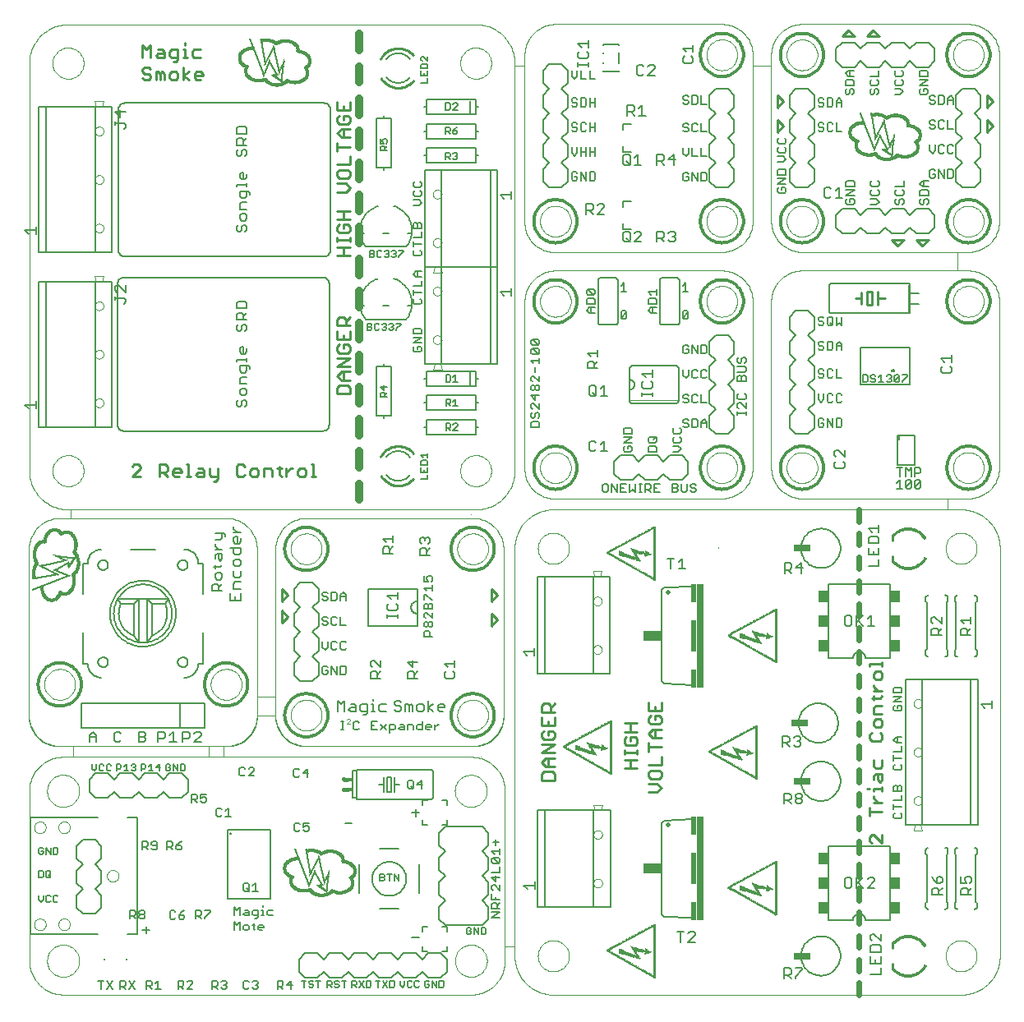
<source format=gto>
G75*
G70*
%OFA0B0*%
%FSLAX24Y24*%
%IPPOS*%
%LPD*%
%AMOC8*
5,1,8,0,0,1.08239X$1,22.5*
%
%ADD10C,0.0000*%
%ADD11C,0.0000*%
%ADD12C,0.0000*%
%ADD13C,0.0050*%
%ADD14C,0.0060*%
%ADD15R,0.0110X0.0005*%
%ADD16R,0.0210X0.0005*%
%ADD17R,0.0280X0.0005*%
%ADD18R,0.0325X0.0005*%
%ADD19R,0.0365X0.0005*%
%ADD20R,0.0410X0.0005*%
%ADD21R,0.0440X0.0005*%
%ADD22R,0.0470X0.0005*%
%ADD23R,0.0505X0.0005*%
%ADD24R,0.0530X0.0005*%
%ADD25R,0.0555X0.0005*%
%ADD26R,0.0580X0.0005*%
%ADD27R,0.0600X0.0005*%
%ADD28R,0.0625X0.0005*%
%ADD29R,0.0645X0.0005*%
%ADD30R,0.0665X0.0005*%
%ADD31R,0.0685X0.0005*%
%ADD32R,0.0705X0.0005*%
%ADD33R,0.0715X0.0005*%
%ADD34R,0.0735X0.0005*%
%ADD35R,0.0755X0.0005*%
%ADD36R,0.0090X0.0005*%
%ADD37R,0.0770X0.0005*%
%ADD38R,0.0190X0.0005*%
%ADD39R,0.0355X0.0005*%
%ADD40R,0.0360X0.0005*%
%ADD41R,0.0260X0.0005*%
%ADD42R,0.0315X0.0005*%
%ADD43R,0.0320X0.0005*%
%ADD44R,0.0295X0.0005*%
%ADD45R,0.0275X0.0005*%
%ADD46R,0.0400X0.0005*%
%ADD47R,0.0265X0.0005*%
%ADD48R,0.0435X0.0005*%
%ADD49R,0.0255X0.0005*%
%ADD50R,0.0465X0.0005*%
%ADD51R,0.0245X0.0005*%
%ADD52R,0.0495X0.0005*%
%ADD53R,0.0235X0.0005*%
%ADD54R,0.0525X0.0005*%
%ADD55R,0.0230X0.0005*%
%ADD56R,0.0240X0.0005*%
%ADD57R,0.0545X0.0005*%
%ADD58R,0.0820X0.0005*%
%ADD59R,0.0220X0.0005*%
%ADD60R,0.0025X0.0005*%
%ADD61R,0.0795X0.0005*%
%ADD62R,0.0215X0.0005*%
%ADD63R,0.0035X0.0005*%
%ADD64R,0.0040X0.0005*%
%ADD65R,0.0800X0.0005*%
%ADD66R,0.0205X0.0005*%
%ADD67R,0.0050X0.0005*%
%ADD68R,0.0805X0.0005*%
%ADD69R,0.0165X0.0005*%
%ADD70R,0.0055X0.0005*%
%ADD71R,0.0200X0.0005*%
%ADD72R,0.0060X0.0005*%
%ADD73R,0.0300X0.0005*%
%ADD74R,0.0195X0.0005*%
%ADD75R,0.0065X0.0005*%
%ADD76R,0.0345X0.0005*%
%ADD77R,0.0070X0.0005*%
%ADD78R,0.0385X0.0005*%
%ADD79R,0.0080X0.0005*%
%ADD80R,0.0425X0.0005*%
%ADD81R,0.0185X0.0005*%
%ADD82R,0.0085X0.0005*%
%ADD83R,0.0635X0.0005*%
%ADD84R,0.0810X0.0005*%
%ADD85R,0.0095X0.0005*%
%ADD86R,0.0335X0.0005*%
%ADD87R,0.0655X0.0005*%
%ADD88R,0.0105X0.0005*%
%ADD89R,0.0290X0.0005*%
%ADD90R,0.0660X0.0005*%
%ADD91R,0.0115X0.0005*%
%ADD92R,0.0285X0.0005*%
%ADD93R,0.0120X0.0005*%
%ADD94R,0.0270X0.0005*%
%ADD95R,0.0675X0.0005*%
%ADD96R,0.0130X0.0005*%
%ADD97R,0.0680X0.0005*%
%ADD98R,0.0135X0.0005*%
%ADD99R,0.0250X0.0005*%
%ADD100R,0.0140X0.0005*%
%ADD101R,0.0180X0.0005*%
%ADD102R,0.0695X0.0005*%
%ADD103R,0.0150X0.0005*%
%ADD104R,0.0160X0.0005*%
%ADD105R,0.0155X0.0005*%
%ADD106R,0.0145X0.0005*%
%ADD107R,0.0700X0.0005*%
%ADD108R,0.0225X0.0005*%
%ADD109R,0.0170X0.0005*%
%ADD110R,0.0100X0.0005*%
%ADD111R,0.0075X0.0005*%
%ADD112R,0.0720X0.0005*%
%ADD113R,0.0725X0.0005*%
%ADD114R,0.0340X0.0005*%
%ADD115R,0.0305X0.0005*%
%ADD116R,0.0175X0.0005*%
%ADD117R,0.0005X0.0005*%
%ADD118R,0.0010X0.0005*%
%ADD119R,0.0015X0.0005*%
%ADD120R,0.0020X0.0005*%
%ADD121R,0.0030X0.0005*%
%ADD122R,0.0125X0.0005*%
%ADD123R,0.0045X0.0005*%
%ADD124R,0.0370X0.0005*%
%ADD125R,0.0375X0.0005*%
%ADD126R,0.0350X0.0005*%
%ADD127R,0.0330X0.0005*%
%ADD128R,0.0485X0.0005*%
%ADD129R,0.0480X0.0005*%
%ADD130R,0.0460X0.0005*%
%ADD131R,0.0445X0.0005*%
%ADD132R,0.0310X0.0005*%
%ADD133R,0.0380X0.0005*%
%ADD134R,0.0415X0.0005*%
%ADD135R,0.0450X0.0005*%
%ADD136R,0.0490X0.0005*%
%ADD137R,0.0965X0.0005*%
%ADD138R,0.0975X0.0005*%
%ADD139R,0.0980X0.0005*%
%ADD140R,0.0990X0.0005*%
%ADD141R,0.1005X0.0005*%
%ADD142R,0.0615X0.0005*%
%ADD143R,0.0640X0.0005*%
%ADD144R,0.0605X0.0005*%
%ADD145R,0.0620X0.0005*%
%ADD146R,0.0590X0.0005*%
%ADD147R,0.0570X0.0005*%
%ADD148R,0.0540X0.0005*%
%ADD149R,0.0515X0.0005*%
%ADD150R,0.0565X0.0005*%
%ADD151R,0.0535X0.0005*%
%ADD152R,0.0395X0.0005*%
%ADD153R,0.0520X0.0005*%
%ADD154R,0.0500X0.0005*%
%ADD155R,0.0430X0.0005*%
%ADD156C,0.0080*%
%ADD157R,0.0079X0.0079*%
%ADD158C,0.0160*%
%ADD159R,0.0230X0.0160*%
%ADD160C,0.0000*%
%ADD161C,0.0120*%
%ADD162R,0.0005X0.0110*%
%ADD163R,0.0005X0.0210*%
%ADD164R,0.0005X0.0280*%
%ADD165R,0.0005X0.0325*%
%ADD166R,0.0005X0.0365*%
%ADD167R,0.0005X0.0410*%
%ADD168R,0.0005X0.0440*%
%ADD169R,0.0005X0.0470*%
%ADD170R,0.0005X0.0505*%
%ADD171R,0.0005X0.0530*%
%ADD172R,0.0005X0.0555*%
%ADD173R,0.0005X0.0580*%
%ADD174R,0.0005X0.0600*%
%ADD175R,0.0005X0.0625*%
%ADD176R,0.0005X0.0645*%
%ADD177R,0.0005X0.0665*%
%ADD178R,0.0005X0.0685*%
%ADD179R,0.0005X0.0705*%
%ADD180R,0.0005X0.0715*%
%ADD181R,0.0005X0.0735*%
%ADD182R,0.0005X0.0755*%
%ADD183R,0.0005X0.0090*%
%ADD184R,0.0005X0.0770*%
%ADD185R,0.0005X0.0190*%
%ADD186R,0.0005X0.0355*%
%ADD187R,0.0005X0.0360*%
%ADD188R,0.0005X0.0260*%
%ADD189R,0.0005X0.0315*%
%ADD190R,0.0005X0.0320*%
%ADD191R,0.0005X0.0295*%
%ADD192R,0.0005X0.0275*%
%ADD193R,0.0005X0.0400*%
%ADD194R,0.0005X0.0265*%
%ADD195R,0.0005X0.0435*%
%ADD196R,0.0005X0.0255*%
%ADD197R,0.0005X0.0465*%
%ADD198R,0.0005X0.0245*%
%ADD199R,0.0005X0.0495*%
%ADD200R,0.0005X0.0235*%
%ADD201R,0.0005X0.0525*%
%ADD202R,0.0005X0.0230*%
%ADD203R,0.0005X0.0240*%
%ADD204R,0.0005X0.0545*%
%ADD205R,0.0005X0.0820*%
%ADD206R,0.0005X0.0220*%
%ADD207R,0.0005X0.0025*%
%ADD208R,0.0005X0.0795*%
%ADD209R,0.0005X0.0215*%
%ADD210R,0.0005X0.0035*%
%ADD211R,0.0005X0.0040*%
%ADD212R,0.0005X0.0800*%
%ADD213R,0.0005X0.0205*%
%ADD214R,0.0005X0.0050*%
%ADD215R,0.0005X0.0805*%
%ADD216R,0.0005X0.0165*%
%ADD217R,0.0005X0.0055*%
%ADD218R,0.0005X0.0200*%
%ADD219R,0.0005X0.0060*%
%ADD220R,0.0005X0.0300*%
%ADD221R,0.0005X0.0195*%
%ADD222R,0.0005X0.0065*%
%ADD223R,0.0005X0.0345*%
%ADD224R,0.0005X0.0070*%
%ADD225R,0.0005X0.0385*%
%ADD226R,0.0005X0.0080*%
%ADD227R,0.0005X0.0425*%
%ADD228R,0.0005X0.0185*%
%ADD229R,0.0005X0.0085*%
%ADD230R,0.0005X0.0635*%
%ADD231R,0.0005X0.0810*%
%ADD232R,0.0005X0.0095*%
%ADD233R,0.0005X0.0335*%
%ADD234R,0.0005X0.0655*%
%ADD235R,0.0005X0.0105*%
%ADD236R,0.0005X0.0290*%
%ADD237R,0.0005X0.0660*%
%ADD238R,0.0005X0.0115*%
%ADD239R,0.0005X0.0285*%
%ADD240R,0.0005X0.0120*%
%ADD241R,0.0005X0.0270*%
%ADD242R,0.0005X0.0675*%
%ADD243R,0.0005X0.0130*%
%ADD244R,0.0005X0.0680*%
%ADD245R,0.0005X0.0135*%
%ADD246R,0.0005X0.0250*%
%ADD247R,0.0005X0.0140*%
%ADD248R,0.0005X0.0180*%
%ADD249R,0.0005X0.0695*%
%ADD250R,0.0005X0.0150*%
%ADD251R,0.0005X0.0160*%
%ADD252R,0.0005X0.0155*%
%ADD253R,0.0005X0.0145*%
%ADD254R,0.0005X0.0700*%
%ADD255R,0.0005X0.0225*%
%ADD256R,0.0005X0.0170*%
%ADD257R,0.0005X0.0100*%
%ADD258R,0.0005X0.0075*%
%ADD259R,0.0005X0.0720*%
%ADD260R,0.0005X0.0725*%
%ADD261R,0.0005X0.0340*%
%ADD262R,0.0005X0.0305*%
%ADD263R,0.0005X0.0175*%
%ADD264R,0.0005X0.0005*%
%ADD265R,0.0005X0.0010*%
%ADD266R,0.0005X0.0015*%
%ADD267R,0.0005X0.0020*%
%ADD268R,0.0005X0.0030*%
%ADD269R,0.0005X0.0125*%
%ADD270R,0.0005X0.0045*%
%ADD271R,0.0005X0.0370*%
%ADD272R,0.0005X0.0375*%
%ADD273R,0.0005X0.0350*%
%ADD274R,0.0005X0.0330*%
%ADD275R,0.0005X0.0485*%
%ADD276R,0.0005X0.0480*%
%ADD277R,0.0005X0.0460*%
%ADD278R,0.0005X0.0445*%
%ADD279R,0.0005X0.0310*%
%ADD280R,0.0005X0.0380*%
%ADD281R,0.0005X0.0415*%
%ADD282R,0.0005X0.0450*%
%ADD283R,0.0005X0.0490*%
%ADD284R,0.0005X0.0965*%
%ADD285R,0.0005X0.0975*%
%ADD286R,0.0005X0.0980*%
%ADD287R,0.0005X0.0990*%
%ADD288R,0.0005X0.1005*%
%ADD289R,0.0005X0.0615*%
%ADD290R,0.0005X0.0640*%
%ADD291R,0.0005X0.0605*%
%ADD292R,0.0005X0.0620*%
%ADD293R,0.0005X0.0590*%
%ADD294R,0.0005X0.0570*%
%ADD295R,0.0005X0.0540*%
%ADD296R,0.0005X0.0515*%
%ADD297R,0.0005X0.0565*%
%ADD298R,0.0005X0.0535*%
%ADD299R,0.0005X0.0395*%
%ADD300R,0.0005X0.0520*%
%ADD301R,0.0005X0.0500*%
%ADD302R,0.0005X0.0430*%
%ADD303C,0.0080*%
%ADD304C,0.0060*%
%ADD305C,0.0000*%
%ADD306C,0.0060*%
%ADD307C,0.0120*%
%ADD308C,0.0080*%
%ADD309C,0.0040*%
%ADD310C,0.0100*%
%ADD311C,0.0050*%
%ADD312C,0.0060*%
%ADD313C,0.0090*%
%ADD314C,0.0080*%
%ADD315C,0.0320*%
%ADD316R,0.0110X0.0005*%
%ADD317R,0.0210X0.0005*%
%ADD318R,0.0280X0.0005*%
%ADD319R,0.0325X0.0005*%
%ADD320R,0.0365X0.0005*%
%ADD321R,0.0410X0.0005*%
%ADD322R,0.0440X0.0005*%
%ADD323R,0.0470X0.0005*%
%ADD324R,0.0505X0.0005*%
%ADD325R,0.0530X0.0005*%
%ADD326R,0.0555X0.0005*%
%ADD327R,0.0580X0.0005*%
%ADD328R,0.0600X0.0005*%
%ADD329R,0.0625X0.0005*%
%ADD330R,0.0645X0.0005*%
%ADD331R,0.0665X0.0005*%
%ADD332R,0.0685X0.0005*%
%ADD333R,0.0705X0.0005*%
%ADD334R,0.0715X0.0005*%
%ADD335R,0.0735X0.0005*%
%ADD336R,0.0755X0.0005*%
%ADD337R,0.0090X0.0005*%
%ADD338R,0.0770X0.0005*%
%ADD339R,0.0190X0.0005*%
%ADD340R,0.0355X0.0005*%
%ADD341R,0.0360X0.0005*%
%ADD342R,0.0260X0.0005*%
%ADD343R,0.0315X0.0005*%
%ADD344R,0.0320X0.0005*%
%ADD345R,0.0295X0.0005*%
%ADD346R,0.0275X0.0005*%
%ADD347R,0.0400X0.0005*%
%ADD348R,0.0265X0.0005*%
%ADD349R,0.0435X0.0005*%
%ADD350R,0.0255X0.0005*%
%ADD351R,0.0465X0.0005*%
%ADD352R,0.0245X0.0005*%
%ADD353R,0.0495X0.0005*%
%ADD354R,0.0235X0.0005*%
%ADD355R,0.0525X0.0005*%
%ADD356R,0.0230X0.0005*%
%ADD357R,0.0240X0.0005*%
%ADD358R,0.0545X0.0005*%
%ADD359R,0.0820X0.0005*%
%ADD360R,0.0220X0.0005*%
%ADD361R,0.0025X0.0005*%
%ADD362R,0.0795X0.0005*%
%ADD363R,0.0215X0.0005*%
%ADD364R,0.0035X0.0005*%
%ADD365R,0.0040X0.0005*%
%ADD366R,0.0800X0.0005*%
%ADD367R,0.0205X0.0005*%
%ADD368R,0.0050X0.0005*%
%ADD369R,0.0805X0.0005*%
%ADD370R,0.0165X0.0005*%
%ADD371R,0.0055X0.0005*%
%ADD372R,0.0200X0.0005*%
%ADD373R,0.0060X0.0005*%
%ADD374R,0.0300X0.0005*%
%ADD375R,0.0195X0.0005*%
%ADD376R,0.0065X0.0005*%
%ADD377R,0.0345X0.0005*%
%ADD378R,0.0070X0.0005*%
%ADD379R,0.0385X0.0005*%
%ADD380R,0.0080X0.0005*%
%ADD381R,0.0425X0.0005*%
%ADD382R,0.0185X0.0005*%
%ADD383R,0.0085X0.0005*%
%ADD384R,0.0635X0.0005*%
%ADD385R,0.0810X0.0005*%
%ADD386R,0.0095X0.0005*%
%ADD387R,0.0335X0.0005*%
%ADD388R,0.0655X0.0005*%
%ADD389R,0.0105X0.0005*%
%ADD390R,0.0290X0.0005*%
%ADD391R,0.0660X0.0005*%
%ADD392R,0.0115X0.0005*%
%ADD393R,0.0285X0.0005*%
%ADD394R,0.0120X0.0005*%
%ADD395R,0.0270X0.0005*%
%ADD396R,0.0675X0.0005*%
%ADD397R,0.0130X0.0005*%
%ADD398R,0.0680X0.0005*%
%ADD399R,0.0135X0.0005*%
%ADD400R,0.0250X0.0005*%
%ADD401R,0.0140X0.0005*%
%ADD402R,0.0180X0.0005*%
%ADD403R,0.0695X0.0005*%
%ADD404R,0.0150X0.0005*%
%ADD405R,0.0160X0.0005*%
%ADD406R,0.0155X0.0005*%
%ADD407R,0.0145X0.0005*%
%ADD408R,0.0700X0.0005*%
%ADD409R,0.0225X0.0005*%
%ADD410R,0.0170X0.0005*%
%ADD411R,0.0100X0.0005*%
%ADD412R,0.0075X0.0005*%
%ADD413R,0.0720X0.0005*%
%ADD414R,0.0725X0.0005*%
%ADD415R,0.0340X0.0005*%
%ADD416R,0.0305X0.0005*%
%ADD417R,0.0175X0.0005*%
%ADD418R,0.0005X0.0005*%
%ADD419R,0.0010X0.0005*%
%ADD420R,0.0015X0.0005*%
%ADD421R,0.0020X0.0005*%
%ADD422R,0.0030X0.0005*%
%ADD423R,0.0125X0.0005*%
%ADD424R,0.0045X0.0005*%
%ADD425R,0.0370X0.0005*%
%ADD426R,0.0375X0.0005*%
%ADD427R,0.0350X0.0005*%
%ADD428R,0.0330X0.0005*%
%ADD429R,0.0485X0.0005*%
%ADD430R,0.0480X0.0005*%
%ADD431R,0.0460X0.0005*%
%ADD432R,0.0445X0.0005*%
%ADD433R,0.0310X0.0005*%
%ADD434R,0.0380X0.0005*%
%ADD435R,0.0415X0.0005*%
%ADD436R,0.0450X0.0005*%
%ADD437R,0.0490X0.0005*%
%ADD438R,0.0965X0.0005*%
%ADD439R,0.0975X0.0005*%
%ADD440R,0.0980X0.0005*%
%ADD441R,0.0990X0.0005*%
%ADD442R,0.1005X0.0005*%
%ADD443R,0.0615X0.0005*%
%ADD444R,0.0640X0.0005*%
%ADD445R,0.0605X0.0005*%
%ADD446R,0.0620X0.0005*%
%ADD447R,0.0590X0.0005*%
%ADD448R,0.0570X0.0005*%
%ADD449R,0.0540X0.0005*%
%ADD450R,0.0515X0.0005*%
%ADD451R,0.0565X0.0005*%
%ADD452R,0.0535X0.0005*%
%ADD453R,0.0395X0.0005*%
%ADD454R,0.0520X0.0005*%
%ADD455R,0.0500X0.0005*%
%ADD456R,0.0430X0.0005*%
%ADD457C,0.0050*%
%ADD458C,0.0100*%
%ADD459C,0.0000*%
%ADD460C,0.0030*%
%ADD461C,0.0060*%
%ADD462C,0.0090*%
%ADD463C,0.0240*%
%ADD464R,0.0010X0.2190*%
%ADD465R,0.0010X0.2210*%
%ADD466R,0.0010X0.2200*%
%ADD467R,0.0010X0.2170*%
%ADD468R,0.0010X0.0090*%
%ADD469R,0.0010X0.0100*%
%ADD470R,0.0010X0.0010*%
%ADD471R,0.0010X0.0020*%
%ADD472R,0.0010X0.0030*%
%ADD473R,0.0010X0.0040*%
%ADD474R,0.0010X0.0050*%
%ADD475R,0.0010X0.0060*%
%ADD476R,0.0010X0.0070*%
%ADD477R,0.0010X0.0110*%
%ADD478R,0.0010X0.0130*%
%ADD479R,0.0010X0.0140*%
%ADD480R,0.0010X0.0160*%
%ADD481R,0.0010X0.0170*%
%ADD482R,0.0010X0.0180*%
%ADD483R,0.0010X0.0200*%
%ADD484R,0.0010X0.0210*%
%ADD485R,0.0010X0.0220*%
%ADD486R,0.0010X0.0240*%
%ADD487R,0.0010X0.0080*%
%ADD488R,0.0010X0.0120*%
%ADD489R,0.0010X0.0150*%
%ADD490R,0.0010X0.0230*%
%ADD491R,0.0010X0.0310*%
%ADD492R,0.0010X0.0300*%
%ADD493R,0.0010X0.0290*%
%ADD494R,0.0010X0.0270*%
%ADD495R,0.0010X0.0260*%
%ADD496R,0.0010X0.0250*%
%ADD497R,0.0010X0.0190*%
%ADD498C,0.0000*%
%ADD499C,0.0030*%
%ADD500C,0.0050*%
%ADD501R,0.0400X0.0500*%
%ADD502C,0.0080*%
%ADD503C,0.0010*%
%ADD504C,0.0100*%
%ADD505R,0.0660X0.0300*%
%ADD506C,0.0200*%
%ADD507R,0.0300X0.4200*%
%ADD508R,0.0200X0.0750*%
%ADD509R,0.0750X0.0400*%
%ADD510R,0.0200X0.1300*%
%ADD511C,0.0000*%
%ADD512C,0.0060*%
%ADD513C,0.0120*%
%ADD514C,0.0080*%
%ADD515C,0.0020*%
%ADD516C,0.0000*%
%ADD517C,0.0060*%
%ADD518C,0.0120*%
%ADD519C,0.0100*%
%ADD520R,0.0110X0.0005*%
%ADD521R,0.0210X0.0005*%
%ADD522R,0.0280X0.0005*%
%ADD523R,0.0325X0.0005*%
%ADD524R,0.0365X0.0005*%
%ADD525R,0.0410X0.0005*%
%ADD526R,0.0440X0.0005*%
%ADD527R,0.0470X0.0005*%
%ADD528R,0.0505X0.0005*%
%ADD529R,0.0530X0.0005*%
%ADD530R,0.0555X0.0005*%
%ADD531R,0.0580X0.0005*%
%ADD532R,0.0600X0.0005*%
%ADD533R,0.0625X0.0005*%
%ADD534R,0.0645X0.0005*%
%ADD535R,0.0665X0.0005*%
%ADD536R,0.0685X0.0005*%
%ADD537R,0.0705X0.0005*%
%ADD538R,0.0715X0.0005*%
%ADD539R,0.0735X0.0005*%
%ADD540R,0.0755X0.0005*%
%ADD541R,0.0090X0.0005*%
%ADD542R,0.0770X0.0005*%
%ADD543R,0.0190X0.0005*%
%ADD544R,0.0355X0.0005*%
%ADD545R,0.0360X0.0005*%
%ADD546R,0.0260X0.0005*%
%ADD547R,0.0315X0.0005*%
%ADD548R,0.0320X0.0005*%
%ADD549R,0.0295X0.0005*%
%ADD550R,0.0275X0.0005*%
%ADD551R,0.0400X0.0005*%
%ADD552R,0.0265X0.0005*%
%ADD553R,0.0435X0.0005*%
%ADD554R,0.0255X0.0005*%
%ADD555R,0.0465X0.0005*%
%ADD556R,0.0245X0.0005*%
%ADD557R,0.0495X0.0005*%
%ADD558R,0.0235X0.0005*%
%ADD559R,0.0525X0.0005*%
%ADD560R,0.0230X0.0005*%
%ADD561R,0.0240X0.0005*%
%ADD562R,0.0545X0.0005*%
%ADD563R,0.0820X0.0005*%
%ADD564R,0.0220X0.0005*%
%ADD565R,0.0025X0.0005*%
%ADD566R,0.0795X0.0005*%
%ADD567R,0.0215X0.0005*%
%ADD568R,0.0035X0.0005*%
%ADD569R,0.0040X0.0005*%
%ADD570R,0.0800X0.0005*%
%ADD571R,0.0205X0.0005*%
%ADD572R,0.0050X0.0005*%
%ADD573R,0.0805X0.0005*%
%ADD574R,0.0165X0.0005*%
%ADD575R,0.0055X0.0005*%
%ADD576R,0.0200X0.0005*%
%ADD577R,0.0060X0.0005*%
%ADD578R,0.0300X0.0005*%
%ADD579R,0.0195X0.0005*%
%ADD580R,0.0065X0.0005*%
%ADD581R,0.0345X0.0005*%
%ADD582R,0.0070X0.0005*%
%ADD583R,0.0385X0.0005*%
%ADD584R,0.0080X0.0005*%
%ADD585R,0.0425X0.0005*%
%ADD586R,0.0185X0.0005*%
%ADD587R,0.0085X0.0005*%
%ADD588R,0.0635X0.0005*%
%ADD589R,0.0810X0.0005*%
%ADD590R,0.0095X0.0005*%
%ADD591R,0.0335X0.0005*%
%ADD592R,0.0655X0.0005*%
%ADD593R,0.0105X0.0005*%
%ADD594R,0.0290X0.0005*%
%ADD595R,0.0660X0.0005*%
%ADD596R,0.0115X0.0005*%
%ADD597R,0.0285X0.0005*%
%ADD598R,0.0120X0.0005*%
%ADD599R,0.0270X0.0005*%
%ADD600R,0.0675X0.0005*%
%ADD601R,0.0130X0.0005*%
%ADD602R,0.0680X0.0005*%
%ADD603R,0.0135X0.0005*%
%ADD604R,0.0250X0.0005*%
%ADD605R,0.0140X0.0005*%
%ADD606R,0.0180X0.0005*%
%ADD607R,0.0695X0.0005*%
%ADD608R,0.0150X0.0005*%
%ADD609R,0.0160X0.0005*%
%ADD610R,0.0155X0.0005*%
%ADD611R,0.0145X0.0005*%
%ADD612R,0.0700X0.0005*%
%ADD613R,0.0225X0.0005*%
%ADD614R,0.0170X0.0005*%
%ADD615R,0.0100X0.0005*%
%ADD616R,0.0075X0.0005*%
%ADD617R,0.0720X0.0005*%
%ADD618R,0.0725X0.0005*%
%ADD619R,0.0340X0.0005*%
%ADD620R,0.0305X0.0005*%
%ADD621R,0.0175X0.0005*%
%ADD622R,0.0005X0.0005*%
%ADD623R,0.0010X0.0005*%
%ADD624R,0.0015X0.0005*%
%ADD625R,0.0020X0.0005*%
%ADD626R,0.0030X0.0005*%
%ADD627R,0.0125X0.0005*%
%ADD628R,0.0045X0.0005*%
%ADD629R,0.0370X0.0005*%
%ADD630R,0.0375X0.0005*%
%ADD631R,0.0350X0.0005*%
%ADD632R,0.0330X0.0005*%
%ADD633R,0.0485X0.0005*%
%ADD634R,0.0480X0.0005*%
%ADD635R,0.0460X0.0005*%
%ADD636R,0.0445X0.0005*%
%ADD637R,0.0310X0.0005*%
%ADD638R,0.0380X0.0005*%
%ADD639R,0.0415X0.0005*%
%ADD640R,0.0450X0.0005*%
%ADD641R,0.0490X0.0005*%
%ADD642R,0.0965X0.0005*%
%ADD643R,0.0975X0.0005*%
%ADD644R,0.0980X0.0005*%
%ADD645R,0.0990X0.0005*%
%ADD646R,0.1005X0.0005*%
%ADD647R,0.0615X0.0005*%
%ADD648R,0.0640X0.0005*%
%ADD649R,0.0605X0.0005*%
%ADD650R,0.0620X0.0005*%
%ADD651R,0.0590X0.0005*%
%ADD652R,0.0570X0.0005*%
%ADD653R,0.0540X0.0005*%
%ADD654R,0.0515X0.0005*%
%ADD655R,0.0565X0.0005*%
%ADD656R,0.0535X0.0005*%
%ADD657R,0.0395X0.0005*%
%ADD658R,0.0520X0.0005*%
%ADD659R,0.0500X0.0005*%
%ADD660R,0.0430X0.0005*%
%ADD661C,0.0080*%
%ADD662C,0.0000*%
%ADD663C,0.0060*%
%ADD664C,0.0120*%
%ADD665C,0.0080*%
%ADD666C,0.0000*%
%ADD667C,0.0060*%
%ADD668C,0.0120*%
%ADD669C,0.0080*%
%ADD670C,0.0050*%
%ADD671R,0.0100X0.0200*%
%ADD672C,0.0100*%
%ADD673C,0.0025*%
D10*
X000114Y001475D02*
X000114Y001517D01*
X000114Y008368D01*
X000114Y008371D01*
X000114Y008368D02*
X000116Y008440D01*
X000122Y008512D01*
X000131Y008584D01*
X000144Y008655D01*
X000161Y008725D01*
X000181Y008794D01*
X000206Y008862D01*
X000233Y008928D01*
X000264Y008994D01*
X000299Y009057D01*
X000336Y009119D01*
X000377Y009178D01*
X000421Y009235D01*
X000468Y009290D01*
X000518Y009342D01*
X000570Y009392D01*
X000625Y009439D01*
X000682Y009483D01*
X000741Y009524D01*
X000803Y009561D01*
X000866Y009596D01*
X000932Y009627D01*
X000998Y009654D01*
X001066Y009679D01*
X001135Y009699D01*
X001205Y009716D01*
X001276Y009729D01*
X001348Y009738D01*
X001420Y009744D01*
X001492Y009746D01*
X001885Y009746D01*
X001885Y010189D01*
X001350Y010189D01*
X001489Y009746D02*
X001492Y009746D01*
X001420Y009744D01*
X001348Y009738D01*
X001276Y009729D01*
X001205Y009716D01*
X001135Y009699D01*
X001066Y009679D01*
X000998Y009654D01*
X000932Y009627D01*
X000866Y009596D01*
X000803Y009561D01*
X000741Y009524D01*
X000682Y009483D01*
X000625Y009439D01*
X000570Y009392D01*
X000518Y009342D01*
X000468Y009290D01*
X000421Y009235D01*
X000377Y009178D01*
X000336Y009119D01*
X000299Y009057D01*
X000264Y008994D01*
X000233Y008928D01*
X000206Y008862D01*
X000181Y008794D01*
X000161Y008725D01*
X000144Y008655D01*
X000131Y008584D01*
X000122Y008512D01*
X000116Y008440D01*
X000114Y008368D01*
X000100Y011439D02*
X000100Y018189D01*
X000102Y018257D01*
X000107Y018324D01*
X000116Y018391D01*
X000129Y018458D01*
X000146Y018523D01*
X000165Y018588D01*
X000189Y018652D01*
X000216Y018714D01*
X000246Y018775D01*
X000279Y018833D01*
X000315Y018890D01*
X000355Y018945D01*
X000397Y018998D01*
X000443Y019049D01*
X000490Y019096D01*
X000541Y019142D01*
X000594Y019184D01*
X000649Y019224D01*
X000706Y019260D01*
X000764Y019293D01*
X000825Y019323D01*
X000887Y019350D01*
X000951Y019374D01*
X001016Y019393D01*
X001081Y019410D01*
X001148Y019423D01*
X001215Y019432D01*
X001282Y019437D01*
X001350Y019439D01*
X001801Y019439D01*
X001801Y019444D02*
X001801Y019785D01*
X001689Y019785D01*
X001612Y019787D01*
X001535Y019793D01*
X001458Y019802D01*
X001382Y019815D01*
X001306Y019832D01*
X001232Y019853D01*
X001158Y019877D01*
X001086Y019905D01*
X001016Y019936D01*
X000947Y019971D01*
X000879Y020009D01*
X000814Y020050D01*
X000751Y020095D01*
X000690Y020143D01*
X000631Y020193D01*
X000575Y020246D01*
X000522Y020302D01*
X000472Y020361D01*
X000424Y020422D01*
X000379Y020485D01*
X000338Y020550D01*
X000300Y020618D01*
X000265Y020687D01*
X000234Y020757D01*
X000206Y020829D01*
X000182Y020903D01*
X000161Y020977D01*
X000144Y021053D01*
X000131Y021129D01*
X000122Y021206D01*
X000116Y021283D01*
X000114Y021360D01*
X000114Y037895D01*
X000116Y037972D01*
X000122Y038049D01*
X000131Y038126D01*
X000144Y038202D01*
X000161Y038278D01*
X000182Y038352D01*
X000206Y038426D01*
X000234Y038498D01*
X000265Y038568D01*
X000300Y038637D01*
X000338Y038705D01*
X000379Y038770D01*
X000424Y038833D01*
X000472Y038894D01*
X000522Y038953D01*
X000575Y039009D01*
X000631Y039062D01*
X000690Y039112D01*
X000751Y039160D01*
X000814Y039205D01*
X000879Y039246D01*
X000947Y039284D01*
X001016Y039319D01*
X001086Y039350D01*
X001158Y039378D01*
X001232Y039402D01*
X001306Y039423D01*
X001382Y039440D01*
X001458Y039453D01*
X001535Y039462D01*
X001612Y039468D01*
X001689Y039470D01*
X018224Y039470D01*
X018301Y039468D01*
X018378Y039462D01*
X018455Y039453D01*
X018531Y039440D01*
X018607Y039423D01*
X018681Y039402D01*
X018755Y039378D01*
X018827Y039350D01*
X018897Y039319D01*
X018966Y039284D01*
X019034Y039246D01*
X019099Y039205D01*
X019162Y039160D01*
X019223Y039112D01*
X019282Y039062D01*
X019338Y039009D01*
X019391Y038953D01*
X019441Y038894D01*
X019489Y038833D01*
X019534Y038770D01*
X019575Y038705D01*
X019613Y038637D01*
X019648Y038568D01*
X019679Y038498D01*
X019707Y038426D01*
X019731Y038352D01*
X019752Y038278D01*
X019769Y038202D01*
X019782Y038126D01*
X019791Y038049D01*
X019797Y037972D01*
X019799Y037895D01*
X019799Y037781D01*
X020208Y037781D01*
X020208Y038232D01*
X020210Y038300D01*
X020215Y038367D01*
X020224Y038434D01*
X020237Y038501D01*
X020254Y038566D01*
X020273Y038631D01*
X020297Y038695D01*
X020324Y038757D01*
X020354Y038818D01*
X020387Y038876D01*
X020423Y038933D01*
X020463Y038988D01*
X020505Y039041D01*
X020551Y039092D01*
X020598Y039139D01*
X020649Y039185D01*
X020702Y039227D01*
X020757Y039267D01*
X020814Y039303D01*
X020872Y039336D01*
X020933Y039366D01*
X020995Y039393D01*
X021059Y039417D01*
X021124Y039436D01*
X021189Y039453D01*
X021256Y039466D01*
X021323Y039475D01*
X021390Y039480D01*
X021458Y039482D01*
X028208Y039482D01*
X028276Y039480D01*
X028343Y039475D01*
X028410Y039466D01*
X028477Y039453D01*
X028542Y039436D01*
X028607Y039417D01*
X028671Y039393D01*
X028733Y039366D01*
X028794Y039336D01*
X028852Y039303D01*
X028909Y039267D01*
X028964Y039227D01*
X029017Y039185D01*
X029068Y039139D01*
X029115Y039092D01*
X029161Y039041D01*
X029203Y038988D01*
X029243Y038933D01*
X029279Y038876D01*
X029312Y038818D01*
X029342Y038757D01*
X029369Y038695D01*
X029393Y038631D01*
X029412Y038566D01*
X029429Y038501D01*
X029442Y038434D01*
X029451Y038367D01*
X029456Y038300D01*
X029458Y038232D01*
X029458Y037781D01*
X030208Y037781D01*
X030208Y038232D01*
X030210Y038300D01*
X030215Y038367D01*
X030224Y038434D01*
X030237Y038501D01*
X030254Y038566D01*
X030273Y038631D01*
X030297Y038695D01*
X030324Y038757D01*
X030354Y038818D01*
X030387Y038876D01*
X030423Y038933D01*
X030463Y038988D01*
X030505Y039041D01*
X030551Y039092D01*
X030598Y039139D01*
X030649Y039185D01*
X030702Y039227D01*
X030757Y039267D01*
X030814Y039303D01*
X030872Y039336D01*
X030933Y039366D01*
X030995Y039393D01*
X031059Y039417D01*
X031124Y039436D01*
X031189Y039453D01*
X031256Y039466D01*
X031323Y039475D01*
X031390Y039480D01*
X031458Y039482D01*
X038208Y039482D01*
X038276Y039480D01*
X038343Y039475D01*
X038410Y039466D01*
X038477Y039453D01*
X038542Y039436D01*
X038607Y039417D01*
X038671Y039393D01*
X038733Y039366D01*
X038794Y039336D01*
X038852Y039303D01*
X038909Y039267D01*
X038964Y039227D01*
X039017Y039185D01*
X039068Y039139D01*
X039115Y039092D01*
X039161Y039041D01*
X039203Y038988D01*
X039243Y038933D01*
X039279Y038876D01*
X039312Y038818D01*
X039342Y038757D01*
X039369Y038695D01*
X039393Y038631D01*
X039412Y038566D01*
X039429Y038501D01*
X039442Y038434D01*
X039451Y038367D01*
X039456Y038300D01*
X039458Y038232D01*
X039458Y031482D01*
X039456Y031414D01*
X039451Y031347D01*
X039442Y031280D01*
X039429Y031213D01*
X039412Y031148D01*
X039393Y031083D01*
X039369Y031019D01*
X039342Y030957D01*
X039312Y030896D01*
X039279Y030838D01*
X039243Y030781D01*
X039203Y030726D01*
X039161Y030673D01*
X039115Y030622D01*
X039068Y030575D01*
X039017Y030529D01*
X038964Y030487D01*
X038909Y030447D01*
X038852Y030411D01*
X038794Y030378D01*
X038733Y030348D01*
X038671Y030321D01*
X038607Y030297D01*
X038542Y030278D01*
X038477Y030261D01*
X038410Y030248D01*
X038343Y030239D01*
X038276Y030234D01*
X038208Y030232D01*
X037757Y030232D01*
X037757Y029482D01*
X038208Y029482D01*
X038276Y029480D01*
X038343Y029475D01*
X038410Y029466D01*
X038477Y029453D01*
X038542Y029436D01*
X038607Y029417D01*
X038671Y029393D01*
X038733Y029366D01*
X038794Y029336D01*
X038852Y029303D01*
X038909Y029267D01*
X038964Y029227D01*
X039017Y029185D01*
X039068Y029139D01*
X039115Y029092D01*
X039161Y029041D01*
X039203Y028988D01*
X039243Y028933D01*
X039279Y028876D01*
X039312Y028818D01*
X039342Y028757D01*
X039369Y028695D01*
X039393Y028631D01*
X039412Y028566D01*
X039429Y028501D01*
X039442Y028434D01*
X039451Y028367D01*
X039456Y028300D01*
X039458Y028232D01*
X039458Y021482D01*
X039456Y021414D01*
X039451Y021347D01*
X039442Y021280D01*
X039429Y021213D01*
X039412Y021148D01*
X039393Y021083D01*
X039369Y021019D01*
X039342Y020957D01*
X039312Y020896D01*
X039279Y020838D01*
X039243Y020781D01*
X039203Y020726D01*
X039161Y020673D01*
X039115Y020622D01*
X039068Y020575D01*
X039017Y020529D01*
X038964Y020487D01*
X038909Y020447D01*
X038852Y020411D01*
X038794Y020378D01*
X038733Y020348D01*
X038671Y020321D01*
X038607Y020297D01*
X038542Y020278D01*
X038477Y020261D01*
X038410Y020248D01*
X038343Y020239D01*
X038276Y020234D01*
X038208Y020232D01*
X037364Y020232D01*
X037364Y019785D01*
X037909Y019785D01*
X037986Y019783D01*
X038063Y019777D01*
X038140Y019768D01*
X038216Y019755D01*
X038292Y019738D01*
X038366Y019717D01*
X038440Y019693D01*
X038512Y019665D01*
X038582Y019634D01*
X038651Y019599D01*
X038719Y019561D01*
X038784Y019520D01*
X038847Y019475D01*
X038908Y019427D01*
X038967Y019377D01*
X039023Y019324D01*
X039076Y019268D01*
X039126Y019209D01*
X039174Y019148D01*
X039219Y019085D01*
X039260Y019020D01*
X039298Y018952D01*
X039333Y018883D01*
X039364Y018813D01*
X039392Y018741D01*
X039416Y018667D01*
X039437Y018593D01*
X039454Y018517D01*
X039467Y018441D01*
X039476Y018364D01*
X039482Y018287D01*
X039484Y018210D01*
X039484Y001675D01*
X039482Y001598D01*
X039476Y001521D01*
X039467Y001444D01*
X039454Y001368D01*
X039437Y001292D01*
X039416Y001218D01*
X039392Y001144D01*
X039364Y001072D01*
X039333Y001002D01*
X039298Y000933D01*
X039260Y000865D01*
X039219Y000800D01*
X039174Y000737D01*
X039126Y000676D01*
X039076Y000617D01*
X039023Y000561D01*
X038967Y000508D01*
X038908Y000458D01*
X038847Y000410D01*
X038784Y000365D01*
X038719Y000324D01*
X038651Y000286D01*
X038582Y000251D01*
X038512Y000220D01*
X038440Y000192D01*
X038366Y000168D01*
X038292Y000147D01*
X038216Y000130D01*
X038140Y000117D01*
X038063Y000108D01*
X037986Y000102D01*
X037909Y000100D01*
X021374Y000100D01*
X021297Y000102D01*
X021220Y000108D01*
X021143Y000117D01*
X021067Y000130D01*
X020991Y000147D01*
X020917Y000168D01*
X020843Y000192D01*
X020771Y000220D01*
X020701Y000251D01*
X020632Y000286D01*
X020564Y000324D01*
X020499Y000365D01*
X020436Y000410D01*
X020375Y000458D01*
X020316Y000508D01*
X020260Y000561D01*
X020207Y000617D01*
X020157Y000676D01*
X020109Y000737D01*
X020064Y000800D01*
X020023Y000865D01*
X019985Y000933D01*
X019950Y001002D01*
X019919Y001072D01*
X019891Y001144D01*
X019867Y001218D01*
X019846Y001292D01*
X019829Y001368D01*
X019816Y001444D01*
X019807Y001521D01*
X019801Y001598D01*
X019799Y001675D01*
X019799Y002069D01*
X019405Y002069D01*
X019405Y001478D01*
X019403Y001406D01*
X019397Y001334D01*
X019388Y001262D01*
X019375Y001191D01*
X019358Y001121D01*
X019338Y001052D01*
X019313Y000984D01*
X019286Y000918D01*
X019255Y000852D01*
X019220Y000789D01*
X019183Y000727D01*
X019142Y000668D01*
X019098Y000611D01*
X019051Y000556D01*
X019001Y000504D01*
X018949Y000454D01*
X018894Y000407D01*
X018837Y000363D01*
X018778Y000322D01*
X018716Y000285D01*
X018653Y000250D01*
X018587Y000219D01*
X018521Y000192D01*
X018453Y000167D01*
X018384Y000147D01*
X018314Y000130D01*
X018243Y000117D01*
X018171Y000108D01*
X018099Y000102D01*
X018027Y000100D01*
X018030Y000100D01*
X018027Y000100D02*
X001492Y000100D01*
X001489Y000100D01*
X001491Y000100D02*
X001418Y000103D01*
X001345Y000110D01*
X001273Y000120D01*
X001201Y000135D01*
X001130Y000153D01*
X001060Y000175D01*
X000992Y000200D01*
X000924Y000229D01*
X000859Y000261D01*
X000795Y000297D01*
X000733Y000336D01*
X000673Y000379D01*
X000616Y000424D01*
X000561Y000472D01*
X000509Y000523D01*
X000459Y000577D01*
X000412Y000634D01*
X000369Y000692D01*
X000328Y000753D01*
X000291Y000816D01*
X000257Y000881D01*
X000226Y000947D01*
X000199Y001015D01*
X000175Y001085D01*
X000156Y001155D01*
X000140Y001227D01*
X000127Y001299D01*
X000119Y001371D01*
X000114Y001445D01*
X000113Y001518D01*
X000114Y001445D01*
X000119Y001371D01*
X000127Y001299D01*
X000140Y001227D01*
X000156Y001155D01*
X000175Y001085D01*
X000199Y001015D01*
X000226Y000947D01*
X000257Y000881D01*
X000291Y000816D01*
X000328Y000753D01*
X000369Y000692D01*
X000412Y000634D01*
X000459Y000577D01*
X000509Y000523D01*
X000561Y000472D01*
X000616Y000424D01*
X000673Y000379D01*
X000733Y000336D01*
X000795Y000297D01*
X000859Y000261D01*
X000924Y000229D01*
X000992Y000200D01*
X001060Y000175D01*
X001130Y000153D01*
X001201Y000135D01*
X001273Y000120D01*
X001345Y000110D01*
X001418Y000103D01*
X001491Y000100D01*
X007988Y010189D02*
X008100Y010189D01*
X001350Y010189D02*
X001282Y010191D01*
X001215Y010196D01*
X001148Y010205D01*
X001081Y010218D01*
X001016Y010235D01*
X000951Y010254D01*
X000887Y010278D01*
X000825Y010305D01*
X000764Y010335D01*
X000706Y010368D01*
X000649Y010404D01*
X000594Y010444D01*
X000541Y010486D01*
X000490Y010532D01*
X000443Y010579D01*
X000397Y010630D01*
X000355Y010683D01*
X000315Y010738D01*
X000279Y010795D01*
X000246Y010853D01*
X000216Y010914D01*
X000189Y010976D01*
X000165Y011040D01*
X000146Y011105D01*
X000129Y011170D01*
X000116Y011237D01*
X000107Y011304D01*
X000102Y011371D01*
X000100Y011439D01*
X000102Y011371D01*
X000107Y011304D01*
X000116Y011237D01*
X000129Y011170D01*
X000146Y011105D01*
X000165Y011040D01*
X000189Y010976D01*
X000216Y010914D01*
X000246Y010853D01*
X000279Y010795D01*
X000315Y010738D01*
X000355Y010683D01*
X000397Y010630D01*
X000443Y010579D01*
X000490Y010532D01*
X000541Y010486D01*
X000594Y010444D01*
X000649Y010404D01*
X000706Y010368D01*
X000764Y010335D01*
X000825Y010305D01*
X000887Y010278D01*
X000951Y010254D01*
X001016Y010235D01*
X001081Y010218D01*
X001148Y010205D01*
X001215Y010196D01*
X001282Y010191D01*
X001350Y010189D01*
X000100Y018189D02*
X000102Y018257D01*
X000107Y018324D01*
X000116Y018391D01*
X000129Y018458D01*
X000146Y018523D01*
X000165Y018588D01*
X000189Y018652D01*
X000216Y018714D01*
X000246Y018775D01*
X000279Y018833D01*
X000315Y018890D01*
X000355Y018945D01*
X000397Y018998D01*
X000443Y019049D01*
X000490Y019096D01*
X000541Y019142D01*
X000594Y019184D01*
X000649Y019224D01*
X000706Y019260D01*
X000764Y019293D01*
X000825Y019323D01*
X000887Y019350D01*
X000951Y019374D01*
X001016Y019393D01*
X001081Y019410D01*
X001148Y019423D01*
X001215Y019432D01*
X001282Y019437D01*
X001350Y019439D01*
X001689Y019785D02*
X001612Y019787D01*
X001535Y019793D01*
X001458Y019802D01*
X001382Y019815D01*
X001306Y019832D01*
X001232Y019853D01*
X001158Y019877D01*
X001086Y019905D01*
X001016Y019936D01*
X000947Y019971D01*
X000879Y020009D01*
X000814Y020050D01*
X000751Y020095D01*
X000690Y020143D01*
X000631Y020193D01*
X000575Y020246D01*
X000522Y020302D01*
X000472Y020361D01*
X000424Y020422D01*
X000379Y020485D01*
X000338Y020550D01*
X000300Y020618D01*
X000265Y020687D01*
X000234Y020757D01*
X000206Y020829D01*
X000182Y020903D01*
X000161Y020977D01*
X000144Y021053D01*
X000131Y021129D01*
X000122Y021206D01*
X000116Y021283D01*
X000114Y021360D01*
X000114Y037895D02*
X000116Y037972D01*
X000122Y038049D01*
X000131Y038126D01*
X000144Y038202D01*
X000161Y038278D01*
X000182Y038352D01*
X000206Y038426D01*
X000234Y038498D01*
X000265Y038568D01*
X000300Y038637D01*
X000338Y038705D01*
X000379Y038770D01*
X000424Y038833D01*
X000472Y038894D01*
X000522Y038953D01*
X000575Y039009D01*
X000631Y039062D01*
X000690Y039112D01*
X000751Y039160D01*
X000814Y039205D01*
X000879Y039246D01*
X000947Y039284D01*
X001016Y039319D01*
X001086Y039350D01*
X001158Y039378D01*
X001232Y039402D01*
X001306Y039423D01*
X001382Y039440D01*
X001458Y039453D01*
X001535Y039462D01*
X001612Y039468D01*
X001689Y039470D01*
X018224Y039470D02*
X018301Y039468D01*
X018378Y039462D01*
X018455Y039453D01*
X018531Y039440D01*
X018607Y039423D01*
X018681Y039402D01*
X018755Y039378D01*
X018827Y039350D01*
X018897Y039319D01*
X018966Y039284D01*
X019034Y039246D01*
X019099Y039205D01*
X019162Y039160D01*
X019223Y039112D01*
X019282Y039062D01*
X019338Y039009D01*
X019391Y038953D01*
X019441Y038894D01*
X019489Y038833D01*
X019534Y038770D01*
X019575Y038705D01*
X019613Y038637D01*
X019648Y038568D01*
X019679Y038498D01*
X019707Y038426D01*
X019731Y038352D01*
X019752Y038278D01*
X019769Y038202D01*
X019782Y038126D01*
X019791Y038049D01*
X019797Y037972D01*
X019799Y037895D01*
X020208Y038232D02*
X020210Y038300D01*
X020215Y038367D01*
X020224Y038434D01*
X020237Y038501D01*
X020254Y038566D01*
X020273Y038631D01*
X020297Y038695D01*
X020324Y038757D01*
X020354Y038818D01*
X020387Y038876D01*
X020423Y038933D01*
X020463Y038988D01*
X020505Y039041D01*
X020551Y039092D01*
X020598Y039139D01*
X020649Y039185D01*
X020702Y039227D01*
X020757Y039267D01*
X020814Y039303D01*
X020872Y039336D01*
X020933Y039366D01*
X020995Y039393D01*
X021059Y039417D01*
X021124Y039436D01*
X021189Y039453D01*
X021256Y039466D01*
X021323Y039475D01*
X021390Y039480D01*
X021458Y039482D01*
X028208Y039482D02*
X028276Y039480D01*
X028343Y039475D01*
X028410Y039466D01*
X028477Y039453D01*
X028542Y039436D01*
X028607Y039417D01*
X028671Y039393D01*
X028733Y039366D01*
X028794Y039336D01*
X028852Y039303D01*
X028909Y039267D01*
X028964Y039227D01*
X029017Y039185D01*
X029068Y039139D01*
X029115Y039092D01*
X029161Y039041D01*
X029203Y038988D01*
X029243Y038933D01*
X029279Y038876D01*
X029312Y038818D01*
X029342Y038757D01*
X029369Y038695D01*
X029393Y038631D01*
X029412Y038566D01*
X029429Y038501D01*
X029442Y038434D01*
X029451Y038367D01*
X029456Y038300D01*
X029458Y038232D01*
X030208Y038232D02*
X030210Y038300D01*
X030215Y038367D01*
X030224Y038434D01*
X030237Y038501D01*
X030254Y038566D01*
X030273Y038631D01*
X030297Y038695D01*
X030324Y038757D01*
X030354Y038818D01*
X030387Y038876D01*
X030423Y038933D01*
X030463Y038988D01*
X030505Y039041D01*
X030551Y039092D01*
X030598Y039139D01*
X030649Y039185D01*
X030702Y039227D01*
X030757Y039267D01*
X030814Y039303D01*
X030872Y039336D01*
X030933Y039366D01*
X030995Y039393D01*
X031059Y039417D01*
X031124Y039436D01*
X031189Y039453D01*
X031256Y039466D01*
X031323Y039475D01*
X031390Y039480D01*
X031458Y039482D01*
X038208Y039482D02*
X038276Y039480D01*
X038343Y039475D01*
X038410Y039466D01*
X038477Y039453D01*
X038542Y039436D01*
X038607Y039417D01*
X038671Y039393D01*
X038733Y039366D01*
X038794Y039336D01*
X038852Y039303D01*
X038909Y039267D01*
X038964Y039227D01*
X039017Y039185D01*
X039068Y039139D01*
X039115Y039092D01*
X039161Y039041D01*
X039203Y038988D01*
X039243Y038933D01*
X039279Y038876D01*
X039312Y038818D01*
X039342Y038757D01*
X039369Y038695D01*
X039393Y038631D01*
X039412Y038566D01*
X039429Y038501D01*
X039442Y038434D01*
X039451Y038367D01*
X039456Y038300D01*
X039458Y038232D01*
X039458Y031482D02*
X039456Y031414D01*
X039451Y031347D01*
X039442Y031280D01*
X039429Y031213D01*
X039412Y031148D01*
X039393Y031083D01*
X039369Y031019D01*
X039342Y030957D01*
X039312Y030896D01*
X039279Y030838D01*
X039243Y030781D01*
X039203Y030726D01*
X039161Y030673D01*
X039115Y030622D01*
X039068Y030575D01*
X039017Y030529D01*
X038964Y030487D01*
X038909Y030447D01*
X038852Y030411D01*
X038794Y030378D01*
X038733Y030348D01*
X038671Y030321D01*
X038607Y030297D01*
X038542Y030278D01*
X038477Y030261D01*
X038410Y030248D01*
X038343Y030239D01*
X038276Y030234D01*
X038208Y030232D01*
X038208Y029482D02*
X038276Y029480D01*
X038343Y029475D01*
X038410Y029466D01*
X038477Y029453D01*
X038542Y029436D01*
X038607Y029417D01*
X038671Y029393D01*
X038733Y029366D01*
X038794Y029336D01*
X038852Y029303D01*
X038909Y029267D01*
X038964Y029227D01*
X039017Y029185D01*
X039068Y029139D01*
X039115Y029092D01*
X039161Y029041D01*
X039203Y028988D01*
X039243Y028933D01*
X039279Y028876D01*
X039312Y028818D01*
X039342Y028757D01*
X039369Y028695D01*
X039393Y028631D01*
X039412Y028566D01*
X039429Y028501D01*
X039442Y028434D01*
X039451Y028367D01*
X039456Y028300D01*
X039458Y028232D01*
X039458Y021482D02*
X039456Y021414D01*
X039451Y021347D01*
X039442Y021280D01*
X039429Y021213D01*
X039412Y021148D01*
X039393Y021083D01*
X039369Y021019D01*
X039342Y020957D01*
X039312Y020896D01*
X039279Y020838D01*
X039243Y020781D01*
X039203Y020726D01*
X039161Y020673D01*
X039115Y020622D01*
X039068Y020575D01*
X039017Y020529D01*
X038964Y020487D01*
X038909Y020447D01*
X038852Y020411D01*
X038794Y020378D01*
X038733Y020348D01*
X038671Y020321D01*
X038607Y020297D01*
X038542Y020278D01*
X038477Y020261D01*
X038410Y020248D01*
X038343Y020239D01*
X038276Y020234D01*
X038208Y020232D01*
X037909Y019785D02*
X037986Y019783D01*
X038063Y019777D01*
X038140Y019768D01*
X038216Y019755D01*
X038292Y019738D01*
X038366Y019717D01*
X038440Y019693D01*
X038512Y019665D01*
X038582Y019634D01*
X038651Y019599D01*
X038719Y019561D01*
X038784Y019520D01*
X038847Y019475D01*
X038908Y019427D01*
X038967Y019377D01*
X039023Y019324D01*
X039076Y019268D01*
X039126Y019209D01*
X039174Y019148D01*
X039219Y019085D01*
X039260Y019020D01*
X039298Y018952D01*
X039333Y018883D01*
X039364Y018813D01*
X039392Y018741D01*
X039416Y018667D01*
X039437Y018593D01*
X039454Y018517D01*
X039467Y018441D01*
X039476Y018364D01*
X039482Y018287D01*
X039484Y018210D01*
X039484Y001675D02*
X039482Y001598D01*
X039476Y001521D01*
X039467Y001444D01*
X039454Y001368D01*
X039437Y001292D01*
X039416Y001218D01*
X039392Y001144D01*
X039364Y001072D01*
X039333Y001002D01*
X039298Y000933D01*
X039260Y000865D01*
X039219Y000800D01*
X039174Y000737D01*
X039126Y000676D01*
X039076Y000617D01*
X039023Y000561D01*
X038967Y000508D01*
X038908Y000458D01*
X038847Y000410D01*
X038784Y000365D01*
X038719Y000324D01*
X038651Y000286D01*
X038582Y000251D01*
X038512Y000220D01*
X038440Y000192D01*
X038366Y000168D01*
X038292Y000147D01*
X038216Y000130D01*
X038140Y000117D01*
X038063Y000108D01*
X037986Y000102D01*
X037909Y000100D01*
X021374Y000100D02*
X021297Y000102D01*
X021220Y000108D01*
X021143Y000117D01*
X021067Y000130D01*
X020991Y000147D01*
X020917Y000168D01*
X020843Y000192D01*
X020771Y000220D01*
X020701Y000251D01*
X020632Y000286D01*
X020564Y000324D01*
X020499Y000365D01*
X020436Y000410D01*
X020375Y000458D01*
X020316Y000508D01*
X020260Y000561D01*
X020207Y000617D01*
X020157Y000676D01*
X020109Y000737D01*
X020064Y000800D01*
X020023Y000865D01*
X019985Y000933D01*
X019950Y001002D01*
X019919Y001072D01*
X019891Y001144D01*
X019867Y001218D01*
X019846Y001292D01*
X019829Y001368D01*
X019816Y001444D01*
X019807Y001521D01*
X019801Y001598D01*
X019799Y001675D01*
X019405Y001478D02*
X019403Y001406D01*
X019397Y001334D01*
X019388Y001262D01*
X019375Y001191D01*
X019358Y001121D01*
X019338Y001052D01*
X019313Y000984D01*
X019286Y000918D01*
X019255Y000852D01*
X019220Y000789D01*
X019183Y000727D01*
X019142Y000668D01*
X019098Y000611D01*
X019051Y000556D01*
X019001Y000504D01*
X018949Y000454D01*
X018894Y000407D01*
X018837Y000363D01*
X018778Y000322D01*
X018716Y000285D01*
X018653Y000250D01*
X018587Y000219D01*
X018521Y000192D01*
X018453Y000167D01*
X018384Y000147D01*
X018314Y000130D01*
X018243Y000117D01*
X018171Y000108D01*
X018099Y000102D01*
X018027Y000100D01*
X018421Y009746D02*
X018424Y009746D01*
X018030Y019588D02*
X018027Y019588D01*
D11*
X1489Y100D02*
X1492Y100D01*
X18027Y100D01*
X18030Y100D01*
X18027Y100D02*
X18099Y102D01*
X18171Y108D01*
X18243Y117D01*
X18314Y130D01*
X18384Y147D01*
X18453Y167D01*
X18521Y192D01*
X18587Y219D01*
X18653Y250D01*
X18716Y285D01*
X18778Y322D01*
X18837Y363D01*
X18894Y407D01*
X18949Y454D01*
X19001Y504D01*
X19051Y556D01*
X19098Y611D01*
X19142Y668D01*
X19183Y727D01*
X19220Y789D01*
X19255Y852D01*
X19286Y918D01*
X19313Y984D01*
X19338Y1052D01*
X19358Y1121D01*
X19375Y1191D01*
X19388Y1262D01*
X19397Y1334D01*
X19403Y1406D01*
X19405Y1478D01*
X19405Y8368D01*
X19403Y8440D01*
X19397Y8512D01*
X19388Y8584D01*
X19375Y8655D01*
X19358Y8725D01*
X19338Y8794D01*
X19313Y8862D01*
X19286Y8928D01*
X19255Y8994D01*
X19220Y9057D01*
X19183Y9119D01*
X19142Y9178D01*
X19098Y9235D01*
X19051Y9290D01*
X19001Y9342D01*
X18949Y9392D01*
X18894Y9439D01*
X18837Y9483D01*
X18778Y9524D01*
X18716Y9561D01*
X18653Y9596D01*
X18587Y9627D01*
X18521Y9654D01*
X18453Y9679D01*
X18384Y9699D01*
X18314Y9716D01*
X18243Y9729D01*
X18171Y9738D01*
X18099Y9744D01*
X18027Y9746D01*
X7988Y9746D01*
X7988Y10189D01*
X8100Y10189D01*
X7397Y10189D02*
X7397Y9746D01*
X1492Y9746D01*
X1489Y9746D01*
X1350Y10189D02*
X7397Y10189D01*
X8100Y10189D02*
X8166Y10187D01*
X8232Y10189D01*
X8298Y10195D01*
X8364Y10204D01*
X8429Y10217D01*
X8494Y10234D01*
X8557Y10254D01*
X8619Y10278D01*
X8679Y10305D01*
X8738Y10336D01*
X8796Y10370D01*
X8851Y10407D01*
X8904Y10447D01*
X8954Y10490D01*
X9003Y10535D01*
X9048Y10584D01*
X9091Y10634D01*
X9131Y10687D01*
X9168Y10742D01*
X9202Y10800D01*
X9233Y10859D01*
X9260Y10919D01*
X9284Y10981D01*
X9304Y11044D01*
X9321Y11109D01*
X9334Y11174D01*
X9343Y11240D01*
X9349Y11306D01*
X9351Y11372D01*
X9349Y11438D01*
X9350Y11439D02*
X10100Y11439D01*
X10100Y12189D02*
X10100Y18189D01*
X9350Y18189D02*
X9350Y12189D01*
X10100Y12189D01*
X10100Y11439D02*
X10102Y11371D01*
X10107Y11304D01*
X10116Y11237D01*
X10129Y11170D01*
X10146Y11105D01*
X10165Y11040D01*
X10189Y10976D01*
X10216Y10914D01*
X10246Y10853D01*
X10279Y10795D01*
X10315Y10738D01*
X10355Y10683D01*
X10397Y10630D01*
X10443Y10579D01*
X10490Y10532D01*
X10541Y10486D01*
X10594Y10444D01*
X10649Y10404D01*
X10706Y10368D01*
X10764Y10335D01*
X10825Y10305D01*
X10887Y10278D01*
X10951Y10254D01*
X11016Y10235D01*
X11081Y10218D01*
X11148Y10205D01*
X11215Y10196D01*
X11282Y10191D01*
X11350Y10189D01*
X18100Y10189D01*
X18421Y9746D02*
X18424Y9746D01*
X18100Y10189D02*
X18166Y10187D01*
X18232Y10189D01*
X18298Y10195D01*
X18364Y10204D01*
X18429Y10217D01*
X18494Y10234D01*
X18557Y10254D01*
X18619Y10278D01*
X18679Y10305D01*
X18738Y10336D01*
X18796Y10370D01*
X18851Y10407D01*
X18904Y10447D01*
X18954Y10490D01*
X19003Y10535D01*
X19048Y10584D01*
X19091Y10634D01*
X19131Y10687D01*
X19168Y10742D01*
X19202Y10800D01*
X19233Y10859D01*
X19260Y10919D01*
X19284Y10981D01*
X19304Y11044D01*
X19321Y11109D01*
X19334Y11174D01*
X19343Y11240D01*
X19349Y11306D01*
X19351Y11372D01*
X19349Y11438D01*
X19350Y11439D02*
X19350Y18189D01*
X19348Y18257D01*
X19343Y18324D01*
X19334Y18391D01*
X19321Y18458D01*
X19304Y18523D01*
X19285Y18588D01*
X19261Y18652D01*
X19234Y18714D01*
X19204Y18775D01*
X19171Y18833D01*
X19135Y18890D01*
X19095Y18945D01*
X19053Y18998D01*
X19007Y19049D01*
X18960Y19096D01*
X18909Y19142D01*
X18856Y19184D01*
X18801Y19224D01*
X18744Y19260D01*
X18686Y19293D01*
X18625Y19323D01*
X18563Y19350D01*
X18499Y19374D01*
X18434Y19393D01*
X18369Y19410D01*
X18302Y19423D01*
X18235Y19432D01*
X18168Y19437D01*
X18100Y19439D01*
X18137Y19439D02*
X11350Y19439D01*
X11282Y19437D01*
X11215Y19432D01*
X11148Y19423D01*
X11081Y19410D01*
X11016Y19393D01*
X10951Y19374D01*
X10887Y19350D01*
X10825Y19323D01*
X10764Y19293D01*
X10706Y19260D01*
X10649Y19224D01*
X10594Y19184D01*
X10541Y19142D01*
X10490Y19096D01*
X10443Y19049D01*
X10397Y18998D01*
X10355Y18945D01*
X10315Y18890D01*
X10279Y18833D01*
X10246Y18775D01*
X10216Y18714D01*
X10189Y18652D01*
X10165Y18588D01*
X10146Y18523D01*
X10129Y18458D01*
X10116Y18391D01*
X10107Y18324D01*
X10102Y18257D01*
X10100Y18189D01*
X9350Y18189D02*
X9348Y18257D01*
X9343Y18324D01*
X9334Y18391D01*
X9321Y18458D01*
X9304Y18523D01*
X9285Y18588D01*
X9261Y18652D01*
X9234Y18714D01*
X9204Y18775D01*
X9171Y18833D01*
X9135Y18890D01*
X9095Y18945D01*
X9053Y18998D01*
X9007Y19049D01*
X8960Y19096D01*
X8909Y19142D01*
X8856Y19184D01*
X8801Y19224D01*
X8744Y19260D01*
X8686Y19293D01*
X8625Y19323D01*
X8563Y19350D01*
X8499Y19374D01*
X8434Y19393D01*
X8369Y19410D01*
X8302Y19423D01*
X8235Y19432D01*
X8168Y19437D01*
X8100Y19439D01*
X1350Y19439D01*
X1282Y19437D01*
X1215Y19432D01*
X1148Y19423D01*
X1081Y19410D01*
X1016Y19393D01*
X951Y19374D01*
X887Y19350D01*
X825Y19323D01*
X764Y19293D01*
X706Y19260D01*
X649Y19224D01*
X594Y19184D01*
X541Y19142D01*
X490Y19096D01*
X443Y19049D01*
X397Y18998D01*
X355Y18945D01*
X315Y18890D01*
X279Y18833D01*
X246Y18775D01*
X216Y18714D01*
X189Y18652D01*
X165Y18588D01*
X146Y18523D01*
X129Y18458D01*
X116Y18391D01*
X107Y18324D01*
X102Y18257D01*
X100Y18189D01*
X100Y11439D01*
X102Y11371D01*
X107Y11304D01*
X116Y11237D01*
X129Y11170D01*
X146Y11105D01*
X165Y11040D01*
X189Y10976D01*
X216Y10914D01*
X246Y10853D01*
X279Y10795D01*
X315Y10738D01*
X355Y10683D01*
X397Y10630D01*
X443Y10579D01*
X490Y10532D01*
X541Y10486D01*
X594Y10444D01*
X649Y10404D01*
X706Y10368D01*
X764Y10335D01*
X825Y10305D01*
X887Y10278D01*
X951Y10254D01*
X1016Y10235D01*
X1081Y10218D01*
X1148Y10205D01*
X1215Y10196D01*
X1282Y10191D01*
X1350Y10189D01*
X1492Y9746D02*
X1420Y9744D01*
X1348Y9738D01*
X1276Y9729D01*
X1205Y9716D01*
X1135Y9699D01*
X1066Y9679D01*
X998Y9654D01*
X932Y9627D01*
X866Y9596D01*
X803Y9561D01*
X741Y9524D01*
X682Y9483D01*
X625Y9439D01*
X570Y9392D01*
X518Y9342D01*
X468Y9290D01*
X421Y9235D01*
X377Y9178D01*
X336Y9119D01*
X299Y9057D01*
X264Y8994D01*
X233Y8928D01*
X206Y8862D01*
X181Y8794D01*
X161Y8725D01*
X144Y8655D01*
X131Y8584D01*
X122Y8512D01*
X116Y8440D01*
X114Y8368D01*
X114Y8371D01*
X114Y8368D02*
X114Y1518D01*
X114Y1475D01*
X113Y1518D02*
X114Y1445D01*
X119Y1371D01*
X127Y1299D01*
X140Y1227D01*
X156Y1155D01*
X175Y1085D01*
X199Y1015D01*
X226Y947D01*
X257Y881D01*
X291Y816D01*
X328Y753D01*
X369Y692D01*
X412Y634D01*
X459Y577D01*
X509Y523D01*
X561Y472D01*
X616Y424D01*
X673Y379D01*
X733Y336D01*
X795Y297D01*
X859Y261D01*
X924Y229D01*
X992Y200D01*
X1060Y175D01*
X1130Y153D01*
X1201Y135D01*
X1273Y120D01*
X1345Y110D01*
X1418Y103D01*
X1491Y100D01*
X18027Y19589D02*
X18030Y19589D01*
D12*
X1489Y100D02*
X1492Y100D01*
X18027Y100D01*
X18030Y100D01*
X17380Y1475D02*
X17382Y1525D01*
X17388Y1575D01*
X17398Y1625D01*
X17411Y1673D01*
X17428Y1721D01*
X17449Y1767D01*
X17473Y1811D01*
X17501Y1853D01*
X17532Y1893D01*
X17566Y1930D01*
X17603Y1965D01*
X17642Y1996D01*
X17683Y2025D01*
X17727Y2050D01*
X17773Y2072D01*
X17820Y2090D01*
X17868Y2104D01*
X17917Y2115D01*
X17967Y2122D01*
X18017Y2125D01*
X18068Y2124D01*
X18118Y2119D01*
X18168Y2110D01*
X18216Y2098D01*
X18264Y2081D01*
X18310Y2061D01*
X18355Y2038D01*
X18398Y2011D01*
X18438Y1981D01*
X18476Y1948D01*
X18511Y1912D01*
X18544Y1873D01*
X18573Y1832D01*
X18599Y1789D01*
X18622Y1744D01*
X18641Y1697D01*
X18656Y1649D01*
X18668Y1600D01*
X18676Y1550D01*
X18680Y1500D01*
X18680Y1450D01*
X18676Y1400D01*
X18668Y1350D01*
X18656Y1301D01*
X18641Y1253D01*
X18622Y1206D01*
X18599Y1161D01*
X18573Y1118D01*
X18544Y1077D01*
X18511Y1038D01*
X18476Y1002D01*
X18438Y969D01*
X18398Y939D01*
X18355Y912D01*
X18310Y889D01*
X18264Y869D01*
X18216Y852D01*
X18168Y840D01*
X18118Y831D01*
X18068Y826D01*
X18017Y825D01*
X17967Y828D01*
X17917Y835D01*
X17868Y846D01*
X17820Y860D01*
X17773Y878D01*
X17727Y900D01*
X17683Y925D01*
X17642Y954D01*
X17603Y985D01*
X17566Y1020D01*
X17532Y1057D01*
X17501Y1097D01*
X17473Y1139D01*
X17449Y1183D01*
X17428Y1229D01*
X17411Y1277D01*
X17398Y1325D01*
X17388Y1375D01*
X17382Y1425D01*
X17380Y1475D01*
X18027Y100D02*
X18099Y102D01*
X18171Y108D01*
X18243Y117D01*
X18314Y130D01*
X18384Y147D01*
X18453Y167D01*
X18521Y192D01*
X18587Y219D01*
X18653Y250D01*
X18716Y285D01*
X18778Y322D01*
X18837Y363D01*
X18894Y407D01*
X18949Y454D01*
X19001Y504D01*
X19051Y556D01*
X19098Y611D01*
X19142Y668D01*
X19183Y727D01*
X19220Y789D01*
X19255Y852D01*
X19286Y918D01*
X19313Y984D01*
X19338Y1052D01*
X19358Y1121D01*
X19375Y1191D01*
X19388Y1262D01*
X19397Y1334D01*
X19403Y1406D01*
X19405Y1478D01*
X19405Y8368D01*
X17377Y8368D02*
X17379Y8418D01*
X17385Y8468D01*
X17395Y8518D01*
X17408Y8566D01*
X17425Y8614D01*
X17446Y8660D01*
X17470Y8704D01*
X17498Y8746D01*
X17529Y8786D01*
X17563Y8823D01*
X17600Y8858D01*
X17639Y8889D01*
X17680Y8918D01*
X17724Y8943D01*
X17770Y8965D01*
X17817Y8983D01*
X17865Y8997D01*
X17914Y9008D01*
X17964Y9015D01*
X18014Y9018D01*
X18065Y9017D01*
X18115Y9012D01*
X18165Y9003D01*
X18213Y8991D01*
X18261Y8974D01*
X18307Y8954D01*
X18352Y8931D01*
X18395Y8904D01*
X18435Y8874D01*
X18473Y8841D01*
X18508Y8805D01*
X18541Y8766D01*
X18570Y8725D01*
X18596Y8682D01*
X18619Y8637D01*
X18638Y8590D01*
X18653Y8542D01*
X18665Y8493D01*
X18673Y8443D01*
X18677Y8393D01*
X18677Y8343D01*
X18673Y8293D01*
X18665Y8243D01*
X18653Y8194D01*
X18638Y8146D01*
X18619Y8099D01*
X18596Y8054D01*
X18570Y8011D01*
X18541Y7970D01*
X18508Y7931D01*
X18473Y7895D01*
X18435Y7862D01*
X18395Y7832D01*
X18352Y7805D01*
X18307Y7782D01*
X18261Y7762D01*
X18213Y7745D01*
X18165Y7733D01*
X18115Y7724D01*
X18065Y7719D01*
X18014Y7718D01*
X17964Y7721D01*
X17914Y7728D01*
X17865Y7739D01*
X17817Y7753D01*
X17770Y7771D01*
X17724Y7793D01*
X17680Y7818D01*
X17639Y7847D01*
X17600Y7878D01*
X17563Y7913D01*
X17529Y7950D01*
X17498Y7990D01*
X17470Y8032D01*
X17446Y8076D01*
X17425Y8122D01*
X17408Y8170D01*
X17395Y8218D01*
X17385Y8268D01*
X17379Y8318D01*
X17377Y8368D01*
X18027Y9746D02*
X18099Y9744D01*
X18171Y9738D01*
X18243Y9729D01*
X18314Y9716D01*
X18384Y9699D01*
X18453Y9679D01*
X18521Y9654D01*
X18587Y9627D01*
X18653Y9596D01*
X18716Y9561D01*
X18778Y9524D01*
X18837Y9483D01*
X18894Y9439D01*
X18949Y9392D01*
X19001Y9342D01*
X19051Y9290D01*
X19098Y9235D01*
X19142Y9178D01*
X19183Y9119D01*
X19220Y9057D01*
X19255Y8994D01*
X19286Y8928D01*
X19313Y8862D01*
X19338Y8794D01*
X19358Y8725D01*
X19375Y8655D01*
X19388Y8584D01*
X19397Y8512D01*
X19403Y8440D01*
X19405Y8368D01*
X18027Y9746D02*
X1492Y9746D01*
X839Y8371D02*
X841Y8421D01*
X847Y8471D01*
X857Y8521D01*
X870Y8569D01*
X887Y8617D01*
X908Y8663D01*
X932Y8707D01*
X960Y8749D01*
X991Y8789D01*
X1025Y8826D01*
X1062Y8861D01*
X1101Y8892D01*
X1142Y8921D01*
X1186Y8946D01*
X1232Y8968D01*
X1279Y8986D01*
X1327Y9000D01*
X1376Y9011D01*
X1426Y9018D01*
X1476Y9021D01*
X1527Y9020D01*
X1577Y9015D01*
X1627Y9006D01*
X1675Y8994D01*
X1723Y8977D01*
X1769Y8957D01*
X1814Y8934D01*
X1857Y8907D01*
X1897Y8877D01*
X1935Y8844D01*
X1970Y8808D01*
X2003Y8769D01*
X2032Y8728D01*
X2058Y8685D01*
X2081Y8640D01*
X2100Y8593D01*
X2115Y8545D01*
X2127Y8496D01*
X2135Y8446D01*
X2139Y8396D01*
X2139Y8346D01*
X2135Y8296D01*
X2127Y8246D01*
X2115Y8197D01*
X2100Y8149D01*
X2081Y8102D01*
X2058Y8057D01*
X2032Y8014D01*
X2003Y7973D01*
X1970Y7934D01*
X1935Y7898D01*
X1897Y7865D01*
X1857Y7835D01*
X1814Y7808D01*
X1769Y7785D01*
X1723Y7765D01*
X1675Y7748D01*
X1627Y7736D01*
X1577Y7727D01*
X1527Y7722D01*
X1476Y7721D01*
X1426Y7724D01*
X1376Y7731D01*
X1327Y7742D01*
X1279Y7756D01*
X1232Y7774D01*
X1186Y7796D01*
X1142Y7821D01*
X1101Y7850D01*
X1062Y7881D01*
X1025Y7916D01*
X991Y7953D01*
X960Y7993D01*
X932Y8035D01*
X908Y8079D01*
X887Y8125D01*
X870Y8173D01*
X857Y8221D01*
X847Y8271D01*
X841Y8321D01*
X839Y8371D01*
X114Y8368D02*
X116Y8440D01*
X122Y8512D01*
X131Y8584D01*
X144Y8655D01*
X161Y8725D01*
X181Y8794D01*
X206Y8862D01*
X233Y8928D01*
X264Y8994D01*
X299Y9057D01*
X336Y9119D01*
X377Y9178D01*
X421Y9235D01*
X468Y9290D01*
X518Y9342D01*
X570Y9392D01*
X625Y9439D01*
X682Y9483D01*
X741Y9524D01*
X803Y9561D01*
X866Y9596D01*
X932Y9627D01*
X998Y9654D01*
X1066Y9679D01*
X1135Y9699D01*
X1205Y9716D01*
X1276Y9729D01*
X1348Y9738D01*
X1420Y9744D01*
X1492Y9746D01*
X114Y8371D02*
X114Y8368D01*
X114Y1518D01*
X114Y1475D01*
X839Y1475D02*
X841Y1525D01*
X847Y1575D01*
X857Y1625D01*
X870Y1673D01*
X887Y1721D01*
X908Y1767D01*
X932Y1811D01*
X960Y1853D01*
X991Y1893D01*
X1025Y1930D01*
X1062Y1965D01*
X1101Y1996D01*
X1142Y2025D01*
X1186Y2050D01*
X1232Y2072D01*
X1279Y2090D01*
X1327Y2104D01*
X1376Y2115D01*
X1426Y2122D01*
X1476Y2125D01*
X1527Y2124D01*
X1577Y2119D01*
X1627Y2110D01*
X1675Y2098D01*
X1723Y2081D01*
X1769Y2061D01*
X1814Y2038D01*
X1857Y2011D01*
X1897Y1981D01*
X1935Y1948D01*
X1970Y1912D01*
X2003Y1873D01*
X2032Y1832D01*
X2058Y1789D01*
X2081Y1744D01*
X2100Y1697D01*
X2115Y1649D01*
X2127Y1600D01*
X2135Y1550D01*
X2139Y1500D01*
X2139Y1450D01*
X2135Y1400D01*
X2127Y1350D01*
X2115Y1301D01*
X2100Y1253D01*
X2081Y1206D01*
X2058Y1161D01*
X2032Y1118D01*
X2003Y1077D01*
X1970Y1038D01*
X1935Y1002D01*
X1897Y969D01*
X1857Y939D01*
X1814Y912D01*
X1769Y889D01*
X1723Y869D01*
X1675Y852D01*
X1627Y840D01*
X1577Y831D01*
X1527Y826D01*
X1476Y825D01*
X1426Y828D01*
X1376Y835D01*
X1327Y846D01*
X1279Y860D01*
X1232Y878D01*
X1186Y900D01*
X1142Y925D01*
X1101Y954D01*
X1062Y985D01*
X1025Y1020D01*
X991Y1057D01*
X960Y1097D01*
X932Y1139D01*
X908Y1183D01*
X887Y1229D01*
X870Y1277D01*
X857Y1325D01*
X847Y1375D01*
X841Y1425D01*
X839Y1475D01*
X113Y1518D02*
X114Y1445D01*
X119Y1371D01*
X127Y1299D01*
X140Y1227D01*
X156Y1155D01*
X175Y1085D01*
X199Y1015D01*
X226Y947D01*
X257Y881D01*
X291Y816D01*
X328Y753D01*
X369Y692D01*
X412Y634D01*
X459Y577D01*
X509Y523D01*
X561Y472D01*
X616Y424D01*
X673Y379D01*
X733Y336D01*
X795Y297D01*
X859Y261D01*
X924Y229D01*
X992Y200D01*
X1060Y175D01*
X1130Y153D01*
X1201Y135D01*
X1273Y120D01*
X1345Y110D01*
X1418Y103D01*
X1491Y100D01*
X1295Y2951D02*
X1297Y2981D01*
X1303Y3011D01*
X1312Y3040D01*
X1325Y3067D01*
X1342Y3092D01*
X1361Y3115D01*
X1384Y3136D01*
X1409Y3153D01*
X1435Y3167D01*
X1464Y3177D01*
X1493Y3184D01*
X1523Y3187D01*
X1554Y3186D01*
X1584Y3181D01*
X1613Y3172D01*
X1640Y3160D01*
X1666Y3145D01*
X1690Y3126D01*
X1711Y3104D01*
X1729Y3080D01*
X1744Y3053D01*
X1755Y3025D01*
X1763Y2996D01*
X1767Y2966D01*
X1767Y2936D01*
X1763Y2906D01*
X1755Y2877D01*
X1744Y2849D01*
X1729Y2822D01*
X1711Y2798D01*
X1690Y2776D01*
X1666Y2757D01*
X1640Y2742D01*
X1613Y2730D01*
X1584Y2721D01*
X1554Y2716D01*
X1523Y2715D01*
X1493Y2718D01*
X1464Y2725D01*
X1435Y2735D01*
X1409Y2749D01*
X1384Y2766D01*
X1361Y2787D01*
X1342Y2810D01*
X1325Y2835D01*
X1312Y2862D01*
X1303Y2891D01*
X1297Y2921D01*
X1295Y2951D01*
X311Y2951D02*
X313Y2981D01*
X319Y3011D01*
X328Y3040D01*
X341Y3067D01*
X358Y3092D01*
X377Y3115D01*
X400Y3136D01*
X425Y3153D01*
X451Y3167D01*
X480Y3177D01*
X509Y3184D01*
X539Y3187D01*
X570Y3186D01*
X600Y3181D01*
X629Y3172D01*
X656Y3160D01*
X682Y3145D01*
X706Y3126D01*
X727Y3104D01*
X745Y3080D01*
X760Y3053D01*
X771Y3025D01*
X779Y2996D01*
X783Y2966D01*
X783Y2936D01*
X779Y2906D01*
X771Y2877D01*
X760Y2849D01*
X745Y2822D01*
X727Y2798D01*
X706Y2776D01*
X682Y2757D01*
X656Y2742D01*
X629Y2730D01*
X600Y2721D01*
X570Y2716D01*
X539Y2715D01*
X509Y2718D01*
X480Y2725D01*
X451Y2735D01*
X425Y2749D01*
X400Y2766D01*
X377Y2787D01*
X358Y2810D01*
X341Y2835D01*
X328Y2862D01*
X319Y2891D01*
X313Y2921D01*
X311Y2951D01*
X3264Y4919D02*
X3266Y4949D01*
X3272Y4979D01*
X3281Y5008D01*
X3294Y5035D01*
X3311Y5060D01*
X3330Y5083D01*
X3353Y5104D01*
X3378Y5121D01*
X3404Y5135D01*
X3433Y5145D01*
X3462Y5152D01*
X3492Y5155D01*
X3523Y5154D01*
X3553Y5149D01*
X3582Y5140D01*
X3609Y5128D01*
X3635Y5113D01*
X3659Y5094D01*
X3680Y5072D01*
X3698Y5048D01*
X3713Y5021D01*
X3724Y4993D01*
X3732Y4964D01*
X3736Y4934D01*
X3736Y4904D01*
X3732Y4874D01*
X3724Y4845D01*
X3713Y4817D01*
X3698Y4790D01*
X3680Y4766D01*
X3659Y4744D01*
X3635Y4725D01*
X3609Y4710D01*
X3582Y4698D01*
X3553Y4689D01*
X3523Y4684D01*
X3492Y4683D01*
X3462Y4686D01*
X3433Y4693D01*
X3404Y4703D01*
X3378Y4717D01*
X3353Y4734D01*
X3330Y4755D01*
X3311Y4778D01*
X3294Y4803D01*
X3281Y4830D01*
X3272Y4859D01*
X3266Y4889D01*
X3264Y4919D01*
X1295Y6888D02*
X1297Y6918D01*
X1303Y6948D01*
X1312Y6977D01*
X1325Y7004D01*
X1342Y7029D01*
X1361Y7052D01*
X1384Y7073D01*
X1409Y7090D01*
X1435Y7104D01*
X1464Y7114D01*
X1493Y7121D01*
X1523Y7124D01*
X1554Y7123D01*
X1584Y7118D01*
X1613Y7109D01*
X1640Y7097D01*
X1666Y7082D01*
X1690Y7063D01*
X1711Y7041D01*
X1729Y7017D01*
X1744Y6990D01*
X1755Y6962D01*
X1763Y6933D01*
X1767Y6903D01*
X1767Y6873D01*
X1763Y6843D01*
X1755Y6814D01*
X1744Y6786D01*
X1729Y6759D01*
X1711Y6735D01*
X1690Y6713D01*
X1666Y6694D01*
X1640Y6679D01*
X1613Y6667D01*
X1584Y6658D01*
X1554Y6653D01*
X1523Y6652D01*
X1493Y6655D01*
X1464Y6662D01*
X1435Y6672D01*
X1409Y6686D01*
X1384Y6703D01*
X1361Y6724D01*
X1342Y6747D01*
X1325Y6772D01*
X1312Y6799D01*
X1303Y6828D01*
X1297Y6858D01*
X1295Y6888D01*
X311Y6888D02*
X313Y6918D01*
X319Y6948D01*
X328Y6977D01*
X341Y7004D01*
X358Y7029D01*
X377Y7052D01*
X400Y7073D01*
X425Y7090D01*
X451Y7104D01*
X480Y7114D01*
X509Y7121D01*
X539Y7124D01*
X570Y7123D01*
X600Y7118D01*
X629Y7109D01*
X656Y7097D01*
X682Y7082D01*
X706Y7063D01*
X727Y7041D01*
X745Y7017D01*
X760Y6990D01*
X771Y6962D01*
X779Y6933D01*
X783Y6903D01*
X783Y6873D01*
X779Y6843D01*
X771Y6814D01*
X760Y6786D01*
X745Y6759D01*
X727Y6735D01*
X706Y6713D01*
X682Y6694D01*
X656Y6679D01*
X629Y6667D01*
X600Y6658D01*
X570Y6653D01*
X539Y6652D01*
X509Y6655D01*
X480Y6662D01*
X451Y6672D01*
X425Y6686D01*
X400Y6703D01*
X377Y6724D01*
X358Y6747D01*
X341Y6772D01*
X328Y6799D01*
X319Y6828D01*
X313Y6858D01*
X311Y6888D01*
D13*
X550Y6075D02*
X505Y6030D01*
X505Y5850D01*
X550Y5805D01*
X640Y5805D01*
X685Y5850D01*
X685Y5940D01*
X595Y5940D01*
X685Y6030D02*
X640Y6075D01*
X550Y6075D01*
X799Y6075D02*
X980Y5805D01*
X980Y6075D01*
X1094Y6075D02*
X1229Y6075D01*
X1274Y6030D01*
X1274Y5850D01*
X1229Y5805D01*
X1094Y5805D01*
X1094Y6075D01*
X799Y6075D02*
X799Y5805D01*
X839Y5125D02*
X929Y5125D01*
X974Y5080D01*
X974Y4900D01*
X929Y4855D01*
X839Y4855D01*
X794Y4900D01*
X794Y5080D01*
X839Y5125D01*
X680Y5080D02*
X635Y5125D01*
X499Y5125D01*
X499Y4855D01*
X635Y4855D01*
X680Y4900D01*
X680Y5080D01*
X884Y4945D02*
X974Y4855D01*
X935Y4125D02*
X844Y4125D01*
X799Y4080D01*
X799Y3900D01*
X844Y3855D01*
X935Y3855D01*
X980Y3900D01*
X1094Y3900D02*
X1139Y3855D01*
X1229Y3855D01*
X1274Y3900D01*
X1094Y3900D02*
X1094Y4080D01*
X1139Y4125D01*
X1229Y4125D01*
X1274Y4080D01*
X980Y4080D02*
X935Y4125D01*
X685Y4125D02*
X685Y3945D01*
X595Y3855D01*
X505Y3945D01*
X505Y4125D01*
X8148Y3993D02*
X8148Y6808D01*
X9880Y6808D01*
X9880Y3993D01*
X8148Y3993D01*
X8265Y6650D02*
X8267Y6658D01*
X8272Y6665D01*
X8279Y6669D01*
X8287Y6670D01*
X8295Y6667D01*
X8301Y6662D01*
X8305Y6654D01*
X8305Y6646D01*
X8301Y6638D01*
X8295Y6633D01*
X8287Y6630D01*
X8279Y6631D01*
X8272Y6635D01*
X8267Y6642D01*
X8265Y6650D01*
X6387Y9182D02*
X6252Y9182D01*
X6252Y9452D01*
X6387Y9452D01*
X6432Y9407D01*
X6432Y9227D01*
X6387Y9182D01*
X6137Y9182D02*
X6137Y9452D01*
X5957Y9452D02*
X6137Y9182D01*
X5957Y9182D02*
X5957Y9452D01*
X5843Y9407D02*
X5798Y9452D01*
X5708Y9452D01*
X5663Y9407D01*
X5663Y9227D01*
X5708Y9182D01*
X5798Y9182D01*
X5843Y9227D01*
X5843Y9317D01*
X5753Y9317D01*
X5432Y9317D02*
X5252Y9317D01*
X5387Y9452D01*
X5387Y9182D01*
X5137Y9182D02*
X4957Y9182D01*
X5047Y9182D02*
X5047Y9452D01*
X4957Y9362D01*
X4843Y9407D02*
X4798Y9452D01*
X4663Y9452D01*
X4663Y9182D01*
X4663Y9272D02*
X4798Y9272D01*
X4843Y9317D01*
X4843Y9407D01*
X4431Y9407D02*
X4431Y9362D01*
X4385Y9317D01*
X4431Y9272D01*
X4431Y9227D01*
X4385Y9182D01*
X4295Y9182D01*
X4250Y9227D01*
X4136Y9182D02*
X3956Y9182D01*
X4046Y9182D02*
X4046Y9452D01*
X3956Y9362D01*
X3841Y9407D02*
X3841Y9317D01*
X3796Y9272D01*
X3661Y9272D01*
X3661Y9182D02*
X3661Y9452D01*
X3796Y9452D01*
X3841Y9407D01*
X4250Y9407D02*
X4295Y9452D01*
X4385Y9452D01*
X4431Y9407D01*
X4385Y9317D02*
X4340Y9317D01*
X3431Y9407D02*
X3385Y9452D01*
X3295Y9452D01*
X3250Y9407D01*
X3250Y9227D01*
X3295Y9182D01*
X3385Y9182D01*
X3431Y9227D01*
X3136Y9227D02*
X3091Y9182D01*
X3001Y9182D01*
X2956Y9227D01*
X2956Y9407D01*
X3001Y9452D01*
X3091Y9452D01*
X3136Y9407D01*
X2841Y9452D02*
X2841Y9272D01*
X2751Y9182D01*
X2661Y9272D01*
X2661Y9452D01*
X14339Y4995D02*
X14339Y4725D01*
X14474Y4725D01*
X14519Y4770D01*
X14519Y4815D01*
X14474Y4860D01*
X14339Y4860D01*
X14474Y4860D02*
X14519Y4905D01*
X14519Y4950D01*
X14474Y4995D01*
X14339Y4995D01*
X14633Y4995D02*
X14814Y4995D01*
X14723Y4995D02*
X14723Y4725D01*
X14928Y4725D02*
X14928Y4995D01*
X15108Y4725D01*
X15108Y4995D01*
X17861Y2771D02*
X17861Y2591D01*
X17906Y2546D01*
X17996Y2546D01*
X18041Y2591D01*
X18041Y2681D01*
X17951Y2681D01*
X18041Y2771D02*
X17996Y2816D01*
X17906Y2816D01*
X17861Y2771D01*
X18155Y2816D02*
X18336Y2546D01*
X18336Y2816D01*
X18450Y2816D02*
X18585Y2816D01*
X18630Y2771D01*
X18630Y2591D01*
X18585Y2546D01*
X18450Y2546D01*
X18450Y2816D01*
X18155Y2816D02*
X18155Y2546D01*
X16879Y675D02*
X16744Y675D01*
X16744Y405D01*
X16879Y405D01*
X16924Y450D01*
X16924Y630D01*
X16879Y675D01*
X16630Y675D02*
X16630Y405D01*
X16449Y675D01*
X16449Y405D01*
X16335Y450D02*
X16290Y405D01*
X16200Y405D01*
X16155Y450D01*
X16155Y630D01*
X16200Y675D01*
X16290Y675D01*
X16335Y630D01*
X16335Y540D02*
X16245Y540D01*
X16335Y540D02*
X16335Y450D01*
X15924Y450D02*
X15879Y405D01*
X15789Y405D01*
X15744Y450D01*
X15744Y630D01*
X15789Y675D01*
X15879Y675D01*
X15924Y630D01*
X15630Y630D02*
X15585Y675D01*
X15494Y675D01*
X15449Y630D01*
X15449Y450D01*
X15494Y405D01*
X15585Y405D01*
X15630Y450D01*
X15335Y495D02*
X15335Y675D01*
X15155Y675D02*
X15155Y495D01*
X15245Y405D01*
X15335Y495D01*
X14924Y450D02*
X14879Y405D01*
X14744Y405D01*
X14744Y675D01*
X14879Y675D01*
X14924Y630D01*
X14924Y450D01*
X14630Y405D02*
X14449Y675D01*
X14335Y675D02*
X14155Y675D01*
X14245Y675D02*
X14245Y405D01*
X14449Y405D02*
X14630Y675D01*
X13974Y630D02*
X13974Y450D01*
X13929Y405D01*
X13794Y405D01*
X13794Y675D01*
X13929Y675D01*
X13974Y630D01*
X13680Y675D02*
X13499Y405D01*
X13385Y405D02*
X13295Y495D01*
X13340Y495D02*
X13205Y495D01*
X13205Y405D02*
X13205Y675D01*
X13340Y675D01*
X13385Y630D01*
X13385Y540D01*
X13340Y495D01*
X13499Y675D02*
X13680Y405D01*
X12974Y675D02*
X12794Y675D01*
X12884Y675D02*
X12884Y405D01*
X12680Y450D02*
X12635Y405D01*
X12544Y405D01*
X12499Y450D01*
X12544Y540D02*
X12635Y540D01*
X12680Y495D01*
X12680Y450D01*
X12544Y540D02*
X12499Y585D01*
X12499Y630D01*
X12544Y675D01*
X12635Y675D01*
X12680Y630D01*
X12385Y630D02*
X12385Y540D01*
X12340Y495D01*
X12205Y495D01*
X12205Y405D02*
X12205Y675D01*
X12340Y675D01*
X12385Y630D01*
X12295Y495D02*
X12385Y405D01*
X11834Y405D02*
X11834Y675D01*
X11744Y675D02*
X11924Y675D01*
X11630Y630D02*
X11585Y675D01*
X11494Y675D01*
X11449Y630D01*
X11449Y585D01*
X11494Y540D01*
X11585Y540D01*
X11630Y495D01*
X11630Y450D01*
X11585Y405D01*
X11494Y405D01*
X11449Y450D01*
X11245Y405D02*
X11245Y675D01*
X11155Y675D02*
X11335Y675D01*
D14*
X10778Y497D02*
X10551Y497D01*
X10722Y667D01*
X10722Y327D01*
X10410Y327D02*
X10297Y440D01*
X10353Y440D02*
X10183Y440D01*
X10183Y327D02*
X10183Y667D01*
X10353Y667D01*
X10410Y611D01*
X10410Y497D01*
X10353Y440D01*
X9400Y440D02*
X9400Y384D01*
X9344Y327D01*
X9230Y327D01*
X9173Y384D01*
X9032Y384D02*
X8975Y327D01*
X8862Y327D01*
X8805Y384D01*
X8805Y611D01*
X8862Y667D01*
X8975Y667D01*
X9032Y611D01*
X9173Y611D02*
X9230Y667D01*
X9344Y667D01*
X9400Y611D01*
X9400Y554D01*
X9344Y497D01*
X9400Y440D01*
X9344Y497D02*
X9287Y497D01*
X8121Y440D02*
X8121Y384D01*
X8064Y327D01*
X7951Y327D01*
X7894Y384D01*
X7752Y327D02*
X7639Y440D01*
X7696Y440D02*
X7526Y440D01*
X7526Y327D02*
X7526Y667D01*
X7696Y667D01*
X7752Y611D01*
X7752Y497D01*
X7696Y440D01*
X7894Y611D02*
X7951Y667D01*
X8064Y667D01*
X8121Y611D01*
X8121Y554D01*
X8064Y497D01*
X8121Y440D01*
X8064Y497D02*
X8007Y497D01*
X6743Y554D02*
X6743Y611D01*
X6686Y667D01*
X6573Y667D01*
X6516Y611D01*
X6375Y611D02*
X6375Y497D01*
X6318Y440D01*
X6148Y440D01*
X6148Y327D02*
X6148Y667D01*
X6318Y667D01*
X6375Y611D01*
X6261Y440D02*
X6375Y327D01*
X6516Y327D02*
X6743Y554D01*
X6743Y327D02*
X6516Y327D01*
X5449Y329D02*
X5222Y329D01*
X5335Y329D02*
X5335Y670D01*
X5222Y556D01*
X5080Y613D02*
X5080Y499D01*
X5023Y443D01*
X4853Y443D01*
X4853Y329D02*
X4853Y670D01*
X5023Y670D01*
X5080Y613D01*
X4967Y443D02*
X5080Y329D01*
X4381Y327D02*
X4154Y667D01*
X4012Y611D02*
X4012Y497D01*
X3956Y440D01*
X3785Y440D01*
X3785Y327D02*
X3785Y667D01*
X3956Y667D01*
X4012Y611D01*
X3899Y440D02*
X4012Y327D01*
X4154Y327D02*
X4381Y667D01*
X3495Y667D02*
X3268Y327D01*
X3495Y327D02*
X3268Y667D01*
X3126Y667D02*
X2900Y667D01*
X3013Y667D02*
X3013Y327D01*
X4207Y3180D02*
X4207Y3520D01*
X4377Y3520D01*
X4434Y3464D01*
X4434Y3350D01*
X4377Y3294D01*
X4207Y3294D01*
X4321Y3294D02*
X4434Y3180D01*
X4575Y3237D02*
X4575Y3294D01*
X4632Y3350D01*
X4746Y3350D01*
X4802Y3294D01*
X4802Y3237D01*
X4746Y3180D01*
X4632Y3180D01*
X4575Y3237D01*
X4632Y3350D02*
X4575Y3407D01*
X4575Y3464D01*
X4632Y3520D01*
X4746Y3520D01*
X4802Y3464D01*
X4802Y3407D01*
X4746Y3350D01*
X5813Y3454D02*
X5813Y3227D01*
X5870Y3171D01*
X5984Y3171D01*
X6040Y3227D01*
X6182Y3227D02*
X6182Y3341D01*
X6352Y3341D01*
X6409Y3284D01*
X6409Y3227D01*
X6352Y3171D01*
X6238Y3171D01*
X6182Y3227D01*
X6182Y3341D02*
X6295Y3454D01*
X6409Y3511D01*
X6040Y3454D02*
X5984Y3511D01*
X5870Y3511D01*
X5813Y3454D01*
X6853Y3523D02*
X6853Y3183D01*
X6853Y3296D02*
X7023Y3296D01*
X7080Y3353D01*
X7080Y3467D01*
X7023Y3523D01*
X6853Y3523D01*
X7221Y3523D02*
X7448Y3523D01*
X7448Y3467D01*
X7221Y3240D01*
X7221Y3183D01*
X7080Y3183D02*
X6967Y3296D01*
X8421Y3313D02*
X8421Y3653D01*
X8534Y3540D01*
X8648Y3653D01*
X8648Y3313D01*
X8789Y3370D02*
X8846Y3427D01*
X9016Y3427D01*
X9016Y3483D02*
X9016Y3313D01*
X8846Y3313D01*
X8789Y3370D01*
X8959Y3540D02*
X9016Y3483D01*
X8959Y3540D02*
X8846Y3540D01*
X9157Y3483D02*
X9157Y3370D01*
X9214Y3313D01*
X9384Y3313D01*
X9384Y3256D02*
X9384Y3540D01*
X9214Y3540D01*
X9157Y3483D01*
X9271Y3200D02*
X9328Y3200D01*
X9384Y3256D01*
X9526Y3313D02*
X9639Y3313D01*
X9582Y3313D02*
X9582Y3540D01*
X9526Y3540D01*
X9582Y3653D02*
X9582Y3710D01*
X9771Y3483D02*
X9771Y3370D01*
X9828Y3313D01*
X9998Y3313D01*
X9828Y3540D02*
X9771Y3483D01*
X9828Y3540D02*
X9998Y3540D01*
X9573Y2940D02*
X9630Y2883D01*
X9630Y2827D01*
X9403Y2827D01*
X9403Y2883D02*
X9403Y2770D01*
X9460Y2713D01*
X9573Y2713D01*
X9271Y2713D02*
X9214Y2770D01*
X9214Y2997D01*
X9157Y2940D02*
X9271Y2940D01*
X9403Y2883D02*
X9460Y2940D01*
X9573Y2940D01*
X9016Y2883D02*
X9016Y2770D01*
X8959Y2713D01*
X8846Y2713D01*
X8789Y2770D01*
X8789Y2883D01*
X8846Y2940D01*
X8959Y2940D01*
X9016Y2883D01*
X8648Y3053D02*
X8648Y2713D01*
X8421Y2713D02*
X8421Y3053D01*
X8534Y2940D01*
X8648Y3053D01*
X8856Y4297D02*
X8800Y4354D01*
X8800Y4581D01*
X8856Y4638D01*
X8970Y4638D01*
X9027Y4581D01*
X9027Y4354D01*
X8970Y4297D01*
X8856Y4297D01*
X8913Y4411D02*
X9027Y4297D01*
X9168Y4297D02*
X9395Y4297D01*
X9281Y4297D02*
X9281Y4638D01*
X9168Y4524D01*
X6302Y6037D02*
X6302Y6094D01*
X6246Y6150D01*
X6075Y6150D01*
X6075Y6037D01*
X6132Y5980D01*
X6246Y5980D01*
X6302Y6037D01*
X6189Y6264D02*
X6075Y6150D01*
X5934Y6150D02*
X5934Y6264D01*
X5877Y6320D01*
X5707Y6320D01*
X5707Y5980D01*
X5707Y6094D02*
X5877Y6094D01*
X5934Y6150D01*
X5821Y6094D02*
X5934Y5980D01*
X6189Y6264D02*
X6302Y6320D01*
X5302Y6264D02*
X5302Y6037D01*
X5246Y5980D01*
X5132Y5980D01*
X5075Y6037D01*
X5132Y6150D02*
X5075Y6207D01*
X5075Y6264D01*
X5132Y6320D01*
X5246Y6320D01*
X5302Y6264D01*
X5302Y6150D02*
X5132Y6150D01*
X4934Y6150D02*
X4934Y6264D01*
X4877Y6320D01*
X4707Y6320D01*
X4707Y5980D01*
X4707Y6094D02*
X4877Y6094D01*
X4934Y6150D01*
X4821Y6094D02*
X4934Y5980D01*
X7707Y7387D02*
X7707Y7614D01*
X7764Y7670D01*
X7877Y7670D01*
X7934Y7614D01*
X8075Y7557D02*
X8189Y7670D01*
X8189Y7330D01*
X8302Y7330D02*
X8075Y7330D01*
X7934Y7387D02*
X7877Y7330D01*
X7764Y7330D01*
X7707Y7387D01*
X7228Y7898D02*
X7115Y7898D01*
X7058Y7955D01*
X7058Y8068D02*
X7172Y8125D01*
X7228Y8125D01*
X7285Y8068D01*
X7285Y7955D01*
X7228Y7898D01*
X6917Y7898D02*
X6803Y8012D01*
X6860Y8012D02*
X6690Y8012D01*
X6690Y7898D02*
X6690Y8239D01*
X6860Y8239D01*
X6917Y8182D01*
X6917Y8068D01*
X6860Y8012D01*
X7058Y8068D02*
X7058Y8239D01*
X7285Y8239D01*
X8644Y9037D02*
X8700Y8980D01*
X8814Y8980D01*
X8871Y9037D01*
X9012Y8980D02*
X9239Y9207D01*
X9239Y9264D01*
X9182Y9320D01*
X9069Y9320D01*
X9012Y9264D01*
X8871Y9264D02*
X8814Y9320D01*
X8700Y9320D01*
X8644Y9264D01*
X8644Y9037D01*
X9012Y8980D02*
X9239Y8980D01*
X10844Y8987D02*
X10900Y8930D01*
X11014Y8930D01*
X11071Y8987D01*
X11212Y9100D02*
X11439Y9100D01*
X11382Y8930D02*
X11382Y9270D01*
X11212Y9100D01*
X11071Y9214D02*
X11014Y9270D01*
X10900Y9270D01*
X10844Y9214D01*
X10844Y8987D01*
X13242Y9179D02*
X13242Y8079D01*
X13392Y8079D01*
X13392Y9179D01*
X13392Y9229D01*
X16392Y9229D01*
X16409Y9227D01*
X16426Y9223D01*
X16442Y9216D01*
X16456Y9206D01*
X16469Y9193D01*
X16479Y9179D01*
X16486Y9163D01*
X16490Y9146D01*
X16492Y9129D01*
X16492Y8129D01*
X16490Y8112D01*
X16486Y8095D01*
X16479Y8079D01*
X16469Y8065D01*
X16456Y8052D01*
X16442Y8042D01*
X16426Y8035D01*
X16409Y8031D01*
X16392Y8029D01*
X13392Y8029D01*
X13392Y8079D01*
X14292Y8629D02*
X14492Y8629D01*
X14492Y8329D01*
X14642Y8329D02*
X14792Y8329D01*
X14792Y8929D01*
X14642Y8929D01*
X14642Y8329D01*
X14942Y8329D02*
X14942Y8629D01*
X15142Y8629D01*
X14942Y8629D02*
X14942Y8929D01*
X14492Y8929D02*
X14492Y8629D01*
X15472Y8516D02*
X15529Y8459D01*
X15642Y8459D01*
X15699Y8516D01*
X15699Y8743D01*
X15642Y8799D01*
X15529Y8799D01*
X15472Y8743D01*
X15472Y8516D01*
X15586Y8572D02*
X15699Y8459D01*
X15840Y8629D02*
X16067Y8629D01*
X16011Y8459D02*
X16011Y8799D01*
X15840Y8629D01*
X16051Y7982D02*
X16051Y7782D01*
X16051Y7982D02*
X16251Y7982D01*
X16851Y7982D02*
X17051Y7982D01*
X17051Y7782D01*
X17051Y7182D02*
X17051Y6982D01*
X16851Y6982D01*
X16978Y6916D02*
X18478Y6916D01*
X18728Y6666D01*
X18728Y6166D01*
X18478Y5916D01*
X18728Y5666D01*
X18728Y5166D01*
X18478Y4916D01*
X18728Y4666D01*
X18728Y4166D01*
X18478Y3916D01*
X18728Y3666D01*
X18728Y3166D01*
X18478Y2916D01*
X16978Y2916D01*
X16728Y3166D01*
X16728Y3666D01*
X16978Y3916D01*
X16728Y4166D01*
X16728Y4666D01*
X16978Y4916D01*
X16728Y5166D01*
X16728Y5666D01*
X16978Y5916D01*
X16728Y6166D01*
X16728Y6666D01*
X16978Y6916D01*
X16251Y6982D02*
X16051Y6982D01*
X16051Y7182D01*
X18926Y6285D02*
X19152Y6285D01*
X19039Y6172D02*
X19039Y6399D01*
X19209Y6030D02*
X19209Y5804D01*
X19209Y5917D02*
X18869Y5917D01*
X18982Y5804D01*
X18926Y5662D02*
X19152Y5435D01*
X19209Y5492D01*
X19209Y5605D01*
X19152Y5662D01*
X18926Y5662D01*
X18869Y5605D01*
X18869Y5492D01*
X18926Y5435D01*
X19152Y5435D01*
X19209Y5294D02*
X19209Y5067D01*
X18869Y5067D01*
X18869Y4869D02*
X19039Y4699D01*
X19039Y4925D01*
X19209Y4869D02*
X18869Y4869D01*
X18926Y4557D02*
X18869Y4500D01*
X18869Y4387D01*
X18926Y4330D01*
X18869Y4189D02*
X18869Y3962D01*
X19209Y3962D01*
X19209Y3821D02*
X19096Y3707D01*
X19096Y3764D02*
X19039Y3821D01*
X18926Y3821D01*
X18869Y3764D01*
X18869Y3594D01*
X19209Y3594D01*
X19096Y3594D02*
X19096Y3764D01*
X19039Y3962D02*
X19039Y4075D01*
X19209Y4330D02*
X18982Y4557D01*
X18926Y4557D01*
X19209Y4557D02*
X19209Y4330D01*
X19209Y3452D02*
X18869Y3452D01*
X18869Y3225D02*
X19209Y3452D01*
X19209Y3225D02*
X18869Y3225D01*
X17051Y2864D02*
X17051Y2664D01*
X17051Y2864D02*
X16851Y2864D01*
X16251Y2864D02*
X16051Y2864D01*
X16051Y2664D01*
X16051Y2064D02*
X16051Y1864D01*
X16251Y1864D01*
X16851Y1864D02*
X17051Y1864D01*
X17051Y2064D01*
X11452Y6787D02*
X11396Y6730D01*
X11282Y6730D01*
X11225Y6787D01*
X11225Y6900D02*
X11339Y6957D01*
X11396Y6957D01*
X11452Y6900D01*
X11452Y6787D01*
X11225Y6900D02*
X11225Y7070D01*
X11452Y7070D01*
X11084Y7014D02*
X11027Y7070D01*
X10914Y7070D01*
X10857Y7014D01*
X10857Y6787D01*
X10914Y6730D01*
X11027Y6730D01*
X11084Y6787D01*
X13242Y9179D02*
X13392Y9179D01*
D15*
X11845Y5594D03*
X11845Y5589D03*
X11690Y5029D03*
X11690Y5024D03*
X11530Y5049D03*
X11530Y5054D03*
X12095Y4714D03*
X11875Y4484D03*
X11890Y4474D03*
X11895Y4469D03*
X11905Y4464D03*
X11910Y4459D03*
X11920Y4454D03*
X11925Y4449D03*
X11930Y4444D03*
X11940Y4439D03*
X11945Y4434D03*
X11960Y4424D03*
X11975Y4414D03*
X11980Y4409D03*
X11995Y4399D03*
X12040Y4369D03*
X12055Y4359D03*
X12060Y4354D03*
X12065Y4349D03*
X12080Y4339D03*
X11975Y4064D03*
X11500Y4384D03*
X11470Y4579D03*
X12215Y4869D03*
X12215Y4874D03*
X12220Y4879D03*
X12220Y4884D03*
D16*
X13165Y5369D03*
X12880Y5519D03*
X11975Y5789D03*
X11565Y5984D03*
X10625Y5479D03*
X10625Y4939D03*
X10630Y4934D03*
X10885Y4414D03*
X11615Y4234D03*
X11975Y4069D03*
X13080Y4339D03*
D17*
X12250Y4189D03*
X11975Y4074D03*
X12915Y5499D03*
X11565Y5979D03*
X10720Y5529D03*
D18*
X11567Y5974D03*
X11987Y5819D03*
X12947Y4279D03*
X11977Y4079D03*
D19*
X11977Y4084D03*
X12972Y5454D03*
D20*
X10880Y5584D03*
X11975Y4089D03*
D21*
X11975Y4094D03*
X10870Y5574D03*
D22*
X10860Y5559D03*
X11975Y4099D03*
D23*
X11977Y4104D03*
X11577Y5944D03*
D24*
X11975Y4109D03*
D25*
X11977Y4114D03*
X11602Y5924D03*
D26*
X11620Y5909D03*
X11975Y4119D03*
D27*
X11975Y4124D03*
X11630Y5899D03*
D28*
X11977Y4129D03*
D29*
X11977Y4134D03*
X11332Y4279D03*
D30*
X11302Y4294D03*
X11977Y4139D03*
D31*
X11977Y4144D03*
X11277Y4309D03*
D32*
X11247Y4329D03*
X11977Y4149D03*
D33*
X11977Y4154D03*
X11242Y4334D03*
X11237Y4339D03*
D34*
X11977Y4159D03*
D35*
X11977Y4164D03*
D36*
X12160Y4274D03*
X12095Y4689D03*
X12230Y4919D03*
X12235Y4929D03*
X12235Y4934D03*
X11690Y5049D03*
X11525Y5024D03*
X11470Y4554D03*
X11505Y4389D03*
X12710Y4164D03*
X11850Y5619D03*
D37*
X11975Y4169D03*
D38*
X11895Y4499D03*
X12710Y4169D03*
X13185Y4824D03*
X13190Y4829D03*
X13195Y4839D03*
X13200Y4844D03*
X13205Y4849D03*
X13210Y4854D03*
X13215Y5329D03*
X13210Y5334D03*
X13205Y5339D03*
X12870Y5524D03*
X12745Y5744D03*
X12740Y5749D03*
X12735Y5754D03*
X10755Y4839D03*
X10595Y4964D03*
X10590Y4969D03*
X10590Y5449D03*
X10595Y5454D03*
X10840Y4449D03*
X10845Y4444D03*
D39*
X11762Y4174D03*
X12712Y4184D03*
X12957Y5464D03*
D40*
X12965Y5459D03*
X13015Y5429D03*
X11780Y5879D03*
X10900Y5604D03*
X10780Y5544D03*
X12190Y4174D03*
D41*
X12710Y4174D03*
X13010Y4299D03*
X10955Y4374D03*
X12905Y5504D03*
X12625Y5824D03*
X11980Y5804D03*
D42*
X11812Y5874D03*
X11732Y4179D03*
X12222Y4179D03*
D43*
X12710Y4179D03*
X13045Y5424D03*
X12935Y5484D03*
X10755Y5539D03*
D44*
X10737Y5534D03*
X12922Y5494D03*
X13062Y5419D03*
X12237Y4184D03*
X11717Y4184D03*
D45*
X11702Y4189D03*
X11447Y4354D03*
X10972Y4369D03*
X11902Y4524D03*
X10932Y5629D03*
D46*
X10885Y5589D03*
X12710Y4189D03*
D47*
X12447Y4289D03*
X12267Y4194D03*
X11912Y4514D03*
X11687Y4194D03*
X13092Y5409D03*
X10707Y5524D03*
D48*
X12712Y4194D03*
D49*
X12277Y4199D03*
X11912Y4509D03*
X11677Y4199D03*
X10947Y4379D03*
X10697Y5519D03*
X13102Y5404D03*
D50*
X11552Y5959D03*
X12712Y4199D03*
D51*
X12287Y4204D03*
X11667Y4204D03*
X10937Y4384D03*
X10722Y4874D03*
X10717Y4879D03*
X10682Y4904D03*
X12647Y5814D03*
X13112Y5399D03*
D52*
X12712Y4204D03*
D53*
X12297Y4209D03*
X11657Y4209D03*
X11252Y4249D03*
X10917Y4394D03*
X10732Y4864D03*
X10727Y4869D03*
X10667Y5504D03*
X12657Y5809D03*
X13132Y5389D03*
D54*
X12712Y4209D03*
D55*
X13040Y4314D03*
X13050Y4319D03*
X11650Y4214D03*
X11640Y4219D03*
X10665Y4914D03*
X10655Y4919D03*
X10655Y5499D03*
X12665Y5804D03*
X12890Y5514D03*
X13140Y5384D03*
D56*
X13125Y5394D03*
X11980Y5799D03*
X10675Y5509D03*
X10675Y4909D03*
X10925Y4389D03*
X11915Y4529D03*
X12305Y4214D03*
X12440Y4294D03*
X13030Y4309D03*
D57*
X12712Y4214D03*
X11597Y5929D03*
D58*
X12590Y4219D03*
D59*
X13065Y4329D03*
X11630Y4224D03*
X10900Y4404D03*
X10640Y5489D03*
X12675Y5799D03*
X12680Y5794D03*
X13150Y5379D03*
D60*
X12282Y5089D03*
X12282Y5084D03*
X11682Y5114D03*
X11507Y4939D03*
X11507Y4934D03*
X11462Y4484D03*
X12082Y4584D03*
X12082Y4589D03*
X12187Y4224D03*
X11862Y5704D03*
X11862Y5709D03*
D61*
X12612Y4224D03*
X12622Y4229D03*
D62*
X12432Y4299D03*
X11927Y4534D03*
X11622Y4229D03*
X10892Y4409D03*
X10742Y4854D03*
X10637Y4929D03*
X10632Y5484D03*
X12687Y5789D03*
X13157Y5374D03*
X13072Y4334D03*
D63*
X12182Y4229D03*
X11507Y4399D03*
X11507Y4949D03*
X11682Y5104D03*
X11682Y5109D03*
X12272Y5054D03*
X12277Y5064D03*
X12277Y5069D03*
X11857Y5689D03*
D64*
X11860Y5684D03*
X11685Y5099D03*
X11510Y4959D03*
X11510Y4954D03*
X11465Y4504D03*
X11465Y4499D03*
X12085Y4609D03*
X12085Y4614D03*
X12410Y4344D03*
X12180Y4234D03*
X12270Y5044D03*
X12270Y5049D03*
X12275Y5059D03*
D65*
X12660Y4249D03*
X12650Y4244D03*
X12630Y4234D03*
D66*
X13087Y4344D03*
X13092Y4349D03*
X11607Y4239D03*
X11602Y4244D03*
X10877Y4419D03*
X10747Y4849D03*
X10617Y4944D03*
X10617Y5474D03*
X12697Y5784D03*
X12702Y5779D03*
X13172Y5364D03*
D67*
X12265Y5029D03*
X12265Y5024D03*
X11685Y5089D03*
X11515Y4974D03*
X11465Y4519D03*
X11465Y4514D03*
X11465Y4509D03*
X12180Y4239D03*
X11855Y5669D03*
D68*
X12682Y4264D03*
X12677Y4259D03*
X12667Y4254D03*
X12642Y4239D03*
X12692Y4269D03*
D69*
X13172Y4429D03*
X13177Y4434D03*
X13177Y4439D03*
X13182Y4444D03*
X13187Y4769D03*
X13182Y4779D03*
X13177Y4784D03*
X13177Y4789D03*
X13172Y4799D03*
X13172Y4804D03*
X13272Y4924D03*
X13277Y4929D03*
X13282Y4939D03*
X13277Y5254D03*
X13272Y5264D03*
X13267Y5269D03*
X12857Y5529D03*
X12802Y5674D03*
X12797Y5679D03*
X12797Y5684D03*
X12792Y5689D03*
X12787Y5694D03*
X10762Y4829D03*
X10772Y4534D03*
X10777Y4524D03*
X10782Y4519D03*
X10782Y4514D03*
X10787Y4509D03*
X11252Y4244D03*
X12127Y4324D03*
X10537Y5024D03*
X10532Y5034D03*
X10527Y5039D03*
X10522Y5044D03*
X10517Y5054D03*
X10517Y5364D03*
X10522Y5374D03*
X10527Y5379D03*
X10532Y5384D03*
X10537Y5394D03*
D70*
X11397Y5674D03*
X11392Y5704D03*
X11387Y5734D03*
X11382Y5764D03*
X11377Y5789D03*
X11377Y5794D03*
X11372Y5819D03*
X11372Y5824D03*
X11367Y5849D03*
X11367Y5854D03*
X11347Y5974D03*
X11347Y5979D03*
X11857Y5664D03*
X11687Y5084D03*
X11512Y4979D03*
X12087Y4634D03*
X12087Y4629D03*
X12177Y4244D03*
X12257Y5004D03*
X12257Y5009D03*
X12262Y5014D03*
X12262Y5019D03*
D71*
X13180Y5359D03*
X13185Y5354D03*
X12710Y5774D03*
X11435Y5879D03*
X10965Y5644D03*
X10610Y5469D03*
X10605Y5464D03*
X10605Y4954D03*
X10610Y4949D03*
X10750Y4844D03*
X10865Y4429D03*
X10870Y4424D03*
X11475Y4364D03*
X11595Y4249D03*
X12430Y4304D03*
X13100Y4354D03*
D72*
X12195Y4439D03*
X12195Y4444D03*
X12195Y4449D03*
X12195Y4454D03*
X12195Y4459D03*
X12195Y4464D03*
X12195Y4469D03*
X12195Y4474D03*
X12195Y4479D03*
X12195Y4484D03*
X12200Y4489D03*
X12200Y4494D03*
X12200Y4499D03*
X12200Y4504D03*
X12200Y4509D03*
X12200Y4514D03*
X12200Y4519D03*
X12200Y4524D03*
X12200Y4529D03*
X12200Y4534D03*
X12205Y4539D03*
X12205Y4544D03*
X12205Y4549D03*
X12205Y4554D03*
X12205Y4559D03*
X12205Y4564D03*
X12205Y4569D03*
X12205Y4574D03*
X12205Y4579D03*
X12210Y4589D03*
X12210Y4594D03*
X12210Y4599D03*
X12210Y4604D03*
X12215Y4639D03*
X12215Y4644D03*
X12215Y4649D03*
X12220Y4689D03*
X12220Y4694D03*
X12225Y4719D03*
X12225Y4724D03*
X12225Y4729D03*
X12225Y4734D03*
X12225Y4739D03*
X12230Y4749D03*
X12230Y4754D03*
X12230Y4759D03*
X12230Y4764D03*
X12230Y4769D03*
X12230Y4774D03*
X12230Y4779D03*
X12230Y4784D03*
X12235Y4794D03*
X12235Y4799D03*
X12235Y4804D03*
X12235Y4809D03*
X12235Y4814D03*
X12235Y4819D03*
X12060Y4774D03*
X12060Y4769D03*
X12060Y4764D03*
X12065Y4754D03*
X12065Y4749D03*
X12055Y4789D03*
X12055Y4794D03*
X12055Y4799D03*
X12050Y4809D03*
X12050Y4814D03*
X12045Y4829D03*
X12040Y4854D03*
X12035Y4874D03*
X12030Y4894D03*
X12025Y4919D03*
X12020Y4939D03*
X12015Y4959D03*
X12010Y4984D03*
X12005Y5004D03*
X12000Y5024D03*
X11995Y5049D03*
X11990Y5069D03*
X11985Y5089D03*
X11980Y5114D03*
X11975Y5134D03*
X11970Y5154D03*
X11965Y5179D03*
X11960Y5199D03*
X11955Y5219D03*
X11950Y5244D03*
X11945Y5264D03*
X11940Y5284D03*
X11935Y5309D03*
X11930Y5329D03*
X11925Y5349D03*
X11920Y5374D03*
X11915Y5394D03*
X11910Y5414D03*
X11905Y5439D03*
X11900Y5459D03*
X11895Y5479D03*
X11890Y5499D03*
X11890Y5504D03*
X11885Y5524D03*
X11880Y5544D03*
X11855Y5654D03*
X11855Y5659D03*
X11415Y5584D03*
X11415Y5579D03*
X11415Y5574D03*
X11415Y5569D03*
X11415Y5564D03*
X11415Y5559D03*
X11420Y5549D03*
X11420Y5544D03*
X11420Y5539D03*
X11420Y5534D03*
X11420Y5529D03*
X11425Y5519D03*
X11425Y5514D03*
X11425Y5509D03*
X11425Y5504D03*
X11430Y5494D03*
X11430Y5489D03*
X11430Y5484D03*
X11430Y5479D03*
X11430Y5474D03*
X11435Y5464D03*
X11435Y5459D03*
X11435Y5454D03*
X11435Y5449D03*
X11435Y5444D03*
X11440Y5434D03*
X11440Y5429D03*
X11440Y5424D03*
X11440Y5419D03*
X11440Y5414D03*
X11445Y5404D03*
X11445Y5399D03*
X11445Y5394D03*
X11445Y5389D03*
X11450Y5379D03*
X11450Y5374D03*
X11450Y5369D03*
X11450Y5364D03*
X11450Y5359D03*
X11455Y5349D03*
X11455Y5344D03*
X11455Y5339D03*
X11455Y5334D03*
X11455Y5329D03*
X11460Y5319D03*
X11460Y5314D03*
X11460Y5309D03*
X11460Y5304D03*
X11460Y5299D03*
X11465Y5289D03*
X11465Y5284D03*
X11465Y5279D03*
X11465Y5274D03*
X11465Y5269D03*
X11470Y5259D03*
X11470Y5254D03*
X11470Y5249D03*
X11470Y5244D03*
X11475Y5234D03*
X11475Y5229D03*
X11475Y5224D03*
X11475Y5219D03*
X11475Y5214D03*
X11480Y5204D03*
X11480Y5199D03*
X11480Y5194D03*
X11480Y5189D03*
X11480Y5184D03*
X11485Y5174D03*
X11485Y5169D03*
X11485Y5164D03*
X11485Y5159D03*
X11485Y5154D03*
X11490Y5144D03*
X11490Y5139D03*
X11490Y5134D03*
X11490Y5129D03*
X11495Y5119D03*
X11495Y5114D03*
X11495Y5109D03*
X11495Y5104D03*
X11495Y5099D03*
X11515Y4984D03*
X11635Y4944D03*
X11645Y4969D03*
X11625Y4919D03*
X11615Y4894D03*
X11685Y5079D03*
X11305Y4939D03*
X11295Y4964D03*
X11285Y4989D03*
X11260Y5054D03*
X11250Y5079D03*
X11240Y5104D03*
X11230Y5129D03*
X11195Y5219D03*
X11185Y5244D03*
X11175Y5269D03*
X11165Y5294D03*
X11140Y5359D03*
X11130Y5384D03*
X11120Y5409D03*
X11110Y5434D03*
X11100Y5459D03*
X11090Y5484D03*
X11085Y5499D03*
X11075Y5524D03*
X11410Y5589D03*
X11410Y5594D03*
X11410Y5599D03*
X11410Y5604D03*
X11410Y5609D03*
X11410Y5614D03*
X11405Y5619D03*
X11405Y5624D03*
X11405Y5629D03*
X11405Y5634D03*
X11405Y5639D03*
X11405Y5644D03*
X11400Y5649D03*
X11400Y5654D03*
X11400Y5659D03*
X11400Y5664D03*
X11400Y5669D03*
X11395Y5679D03*
X11395Y5684D03*
X11395Y5689D03*
X11395Y5694D03*
X11395Y5699D03*
X11390Y5709D03*
X11390Y5714D03*
X11390Y5719D03*
X11390Y5724D03*
X11390Y5729D03*
X11385Y5739D03*
X11385Y5744D03*
X11385Y5749D03*
X11385Y5754D03*
X11385Y5759D03*
X11380Y5769D03*
X11380Y5774D03*
X11380Y5779D03*
X11380Y5784D03*
X11375Y5799D03*
X11375Y5804D03*
X11375Y5809D03*
X11375Y5814D03*
X11370Y5829D03*
X11370Y5834D03*
X11370Y5839D03*
X11370Y5844D03*
X11345Y5984D03*
X11345Y5989D03*
X12255Y4999D03*
X12255Y4994D03*
X12090Y4644D03*
X12090Y4639D03*
X12190Y4434D03*
X12190Y4429D03*
X12190Y4424D03*
X12190Y4419D03*
X12190Y4414D03*
X12190Y4409D03*
X12190Y4404D03*
X12190Y4399D03*
X12190Y4394D03*
X12190Y4389D03*
X12185Y4384D03*
X12185Y4379D03*
X12185Y4374D03*
X12185Y4369D03*
X12185Y4364D03*
X12185Y4359D03*
X12185Y4354D03*
X12185Y4349D03*
X12185Y4344D03*
X12185Y4339D03*
X12180Y4334D03*
X12175Y4249D03*
X11465Y4524D03*
X11465Y4529D03*
X11425Y4634D03*
X11415Y4659D03*
X11405Y4684D03*
X11395Y4709D03*
X11370Y4774D03*
X11360Y4799D03*
X11350Y4824D03*
X11340Y4849D03*
X11315Y4914D03*
D73*
X11250Y4254D03*
X12970Y4284D03*
X11985Y5814D03*
X12330Y5944D03*
D74*
X12717Y5769D03*
X12722Y5764D03*
X12727Y5759D03*
X13192Y5349D03*
X13197Y5344D03*
X13117Y4369D03*
X13112Y4364D03*
X13107Y4359D03*
X11587Y4254D03*
X11582Y4259D03*
X11577Y4264D03*
X10857Y4434D03*
X10852Y4439D03*
X10597Y4959D03*
X10602Y5459D03*
D75*
X11022Y5659D03*
X11022Y5664D03*
X11017Y5674D03*
X11012Y5689D03*
X11007Y5699D03*
X11002Y5714D03*
X10997Y5724D03*
X10992Y5739D03*
X10982Y5764D03*
X10972Y5789D03*
X10967Y5804D03*
X10962Y5814D03*
X10957Y5829D03*
X10952Y5839D03*
X10947Y5854D03*
X10942Y5864D03*
X10937Y5879D03*
X10932Y5889D03*
X10927Y5904D03*
X10922Y5914D03*
X10917Y5929D03*
X10912Y5939D03*
X10912Y5944D03*
X10907Y5954D03*
X10902Y5964D03*
X10902Y5969D03*
X10902Y5974D03*
X10897Y5979D03*
X10897Y5984D03*
X10892Y5989D03*
X11067Y5539D03*
X11072Y5534D03*
X11072Y5529D03*
X11077Y5519D03*
X11077Y5514D03*
X11082Y5509D03*
X11082Y5504D03*
X11087Y5494D03*
X11087Y5489D03*
X11092Y5479D03*
X11092Y5474D03*
X11097Y5469D03*
X11097Y5464D03*
X11102Y5454D03*
X11102Y5449D03*
X11107Y5444D03*
X11107Y5439D03*
X11112Y5429D03*
X11112Y5424D03*
X11117Y5419D03*
X11117Y5414D03*
X11122Y5404D03*
X11122Y5399D03*
X11127Y5394D03*
X11127Y5389D03*
X11132Y5379D03*
X11132Y5374D03*
X11137Y5369D03*
X11137Y5364D03*
X11142Y5354D03*
X11142Y5349D03*
X11147Y5344D03*
X11147Y5339D03*
X11147Y5334D03*
X11152Y5329D03*
X11152Y5324D03*
X11157Y5319D03*
X11157Y5314D03*
X11157Y5309D03*
X11162Y5304D03*
X11162Y5299D03*
X11167Y5289D03*
X11167Y5284D03*
X11172Y5279D03*
X11172Y5274D03*
X11177Y5264D03*
X11177Y5259D03*
X11182Y5254D03*
X11182Y5249D03*
X11187Y5239D03*
X11187Y5234D03*
X11192Y5229D03*
X11192Y5224D03*
X11197Y5214D03*
X11197Y5209D03*
X11202Y5204D03*
X11202Y5199D03*
X11202Y5194D03*
X11207Y5189D03*
X11207Y5184D03*
X11212Y5179D03*
X11212Y5174D03*
X11212Y5169D03*
X11217Y5164D03*
X11217Y5159D03*
X11222Y5154D03*
X11222Y5149D03*
X11222Y5144D03*
X11227Y5139D03*
X11227Y5134D03*
X11232Y5124D03*
X11232Y5119D03*
X11237Y5114D03*
X11237Y5109D03*
X11242Y5099D03*
X11242Y5094D03*
X11247Y5089D03*
X11247Y5084D03*
X11252Y5074D03*
X11252Y5069D03*
X11257Y5064D03*
X11257Y5059D03*
X11262Y5049D03*
X11262Y5044D03*
X11267Y5039D03*
X11267Y5034D03*
X11267Y5029D03*
X11272Y5024D03*
X11272Y5019D03*
X11277Y5014D03*
X11277Y5009D03*
X11277Y5004D03*
X11282Y4999D03*
X11282Y4994D03*
X11287Y4984D03*
X11287Y4979D03*
X11292Y4974D03*
X11292Y4969D03*
X11297Y4959D03*
X11297Y4954D03*
X11302Y4949D03*
X11302Y4944D03*
X11307Y4934D03*
X11307Y4929D03*
X11312Y4924D03*
X11312Y4919D03*
X11317Y4909D03*
X11317Y4904D03*
X11322Y4899D03*
X11322Y4894D03*
X11322Y4889D03*
X11327Y4884D03*
X11327Y4879D03*
X11332Y4874D03*
X11332Y4869D03*
X11332Y4864D03*
X11337Y4859D03*
X11337Y4854D03*
X11342Y4844D03*
X11342Y4839D03*
X11347Y4834D03*
X11347Y4829D03*
X11352Y4819D03*
X11352Y4814D03*
X11357Y4809D03*
X11357Y4804D03*
X11362Y4794D03*
X11362Y4789D03*
X11367Y4784D03*
X11367Y4779D03*
X11372Y4769D03*
X11372Y4764D03*
X11377Y4759D03*
X11377Y4754D03*
X11377Y4749D03*
X11382Y4744D03*
X11382Y4739D03*
X11387Y4734D03*
X11387Y4729D03*
X11387Y4724D03*
X11392Y4719D03*
X11392Y4714D03*
X11397Y4704D03*
X11397Y4699D03*
X11402Y4694D03*
X11402Y4689D03*
X11407Y4679D03*
X11407Y4674D03*
X11412Y4669D03*
X11412Y4664D03*
X11417Y4654D03*
X11417Y4649D03*
X11422Y4644D03*
X11422Y4639D03*
X11427Y4629D03*
X11427Y4624D03*
X11432Y4619D03*
X11512Y4639D03*
X11522Y4664D03*
X11527Y4674D03*
X11532Y4689D03*
X11537Y4699D03*
X11542Y4709D03*
X11542Y4714D03*
X11547Y4724D03*
X11552Y4734D03*
X11552Y4739D03*
X11557Y4749D03*
X11562Y4759D03*
X11562Y4764D03*
X11567Y4774D03*
X11572Y4784D03*
X11577Y4794D03*
X11577Y4799D03*
X11582Y4809D03*
X11587Y4819D03*
X11587Y4824D03*
X11592Y4834D03*
X11597Y4844D03*
X11597Y4849D03*
X11597Y4854D03*
X11602Y4859D03*
X11602Y4864D03*
X11607Y4869D03*
X11607Y4874D03*
X11607Y4879D03*
X11612Y4884D03*
X11612Y4889D03*
X11617Y4899D03*
X11617Y4904D03*
X11622Y4909D03*
X11622Y4914D03*
X11627Y4924D03*
X11627Y4929D03*
X11632Y4934D03*
X11632Y4939D03*
X11637Y4949D03*
X11637Y4954D03*
X11642Y4959D03*
X11642Y4964D03*
X11647Y4974D03*
X11647Y4979D03*
X11652Y4984D03*
X11652Y4989D03*
X11652Y4994D03*
X11687Y5074D03*
X11517Y4989D03*
X11497Y5094D03*
X11492Y5124D03*
X11487Y5149D03*
X11482Y5179D03*
X11477Y5209D03*
X11472Y5239D03*
X11467Y5264D03*
X11462Y5294D03*
X11457Y5324D03*
X11452Y5354D03*
X11447Y5384D03*
X11442Y5409D03*
X11437Y5439D03*
X11432Y5469D03*
X11427Y5499D03*
X11422Y5524D03*
X11417Y5554D03*
X11727Y5399D03*
X11722Y5389D03*
X11717Y5379D03*
X11712Y5369D03*
X11707Y5359D03*
X11702Y5354D03*
X11702Y5349D03*
X11697Y5344D03*
X11697Y5339D03*
X11692Y5334D03*
X11692Y5329D03*
X11687Y5324D03*
X11687Y5319D03*
X11682Y5314D03*
X11677Y5304D03*
X11672Y5294D03*
X11667Y5284D03*
X11662Y5274D03*
X11657Y5264D03*
X11652Y5254D03*
X11647Y5244D03*
X11642Y5234D03*
X11637Y5224D03*
X11732Y5409D03*
X11737Y5419D03*
X11742Y5429D03*
X11747Y5439D03*
X11752Y5449D03*
X11757Y5459D03*
X11762Y5469D03*
X11767Y5479D03*
X11772Y5489D03*
X11777Y5499D03*
X11782Y5509D03*
X11787Y5519D03*
X11792Y5529D03*
X11797Y5539D03*
X11802Y5549D03*
X11807Y5559D03*
X11877Y5559D03*
X11877Y5554D03*
X11877Y5549D03*
X11882Y5539D03*
X11882Y5534D03*
X11882Y5529D03*
X11887Y5519D03*
X11887Y5514D03*
X11887Y5509D03*
X11892Y5494D03*
X11892Y5489D03*
X11892Y5484D03*
X11897Y5474D03*
X11897Y5469D03*
X11897Y5464D03*
X11902Y5454D03*
X11902Y5449D03*
X11902Y5444D03*
X11907Y5434D03*
X11907Y5429D03*
X11907Y5424D03*
X11907Y5419D03*
X11912Y5409D03*
X11912Y5404D03*
X11912Y5399D03*
X11917Y5389D03*
X11917Y5384D03*
X11917Y5379D03*
X11922Y5369D03*
X11922Y5364D03*
X11922Y5359D03*
X11922Y5354D03*
X11927Y5344D03*
X11927Y5339D03*
X11927Y5334D03*
X11932Y5324D03*
X11932Y5319D03*
X11932Y5314D03*
X11937Y5304D03*
X11937Y5299D03*
X11937Y5294D03*
X11937Y5289D03*
X11942Y5279D03*
X11942Y5274D03*
X11942Y5269D03*
X11947Y5259D03*
X11947Y5254D03*
X11947Y5249D03*
X11952Y5239D03*
X11952Y5234D03*
X11952Y5229D03*
X11952Y5224D03*
X11957Y5214D03*
X11957Y5209D03*
X11957Y5204D03*
X11962Y5194D03*
X11962Y5189D03*
X11962Y5184D03*
X11967Y5174D03*
X11967Y5169D03*
X11967Y5164D03*
X11967Y5159D03*
X11972Y5149D03*
X11972Y5144D03*
X11972Y5139D03*
X11977Y5129D03*
X11977Y5124D03*
X11977Y5119D03*
X11982Y5109D03*
X11982Y5104D03*
X11982Y5099D03*
X11982Y5094D03*
X11987Y5084D03*
X11987Y5079D03*
X11987Y5074D03*
X11992Y5064D03*
X11992Y5059D03*
X11992Y5054D03*
X11997Y5044D03*
X11997Y5039D03*
X11997Y5034D03*
X11997Y5029D03*
X12002Y5019D03*
X12002Y5014D03*
X12002Y5009D03*
X12007Y4999D03*
X12007Y4994D03*
X12007Y4989D03*
X12012Y4979D03*
X12012Y4974D03*
X12012Y4969D03*
X12012Y4964D03*
X12017Y4954D03*
X12017Y4949D03*
X12017Y4944D03*
X12022Y4934D03*
X12022Y4929D03*
X12022Y4924D03*
X12027Y4914D03*
X12027Y4909D03*
X12027Y4904D03*
X12027Y4899D03*
X12032Y4889D03*
X12032Y4884D03*
X12032Y4879D03*
X12037Y4869D03*
X12037Y4864D03*
X12037Y4859D03*
X12042Y4849D03*
X12042Y4844D03*
X12042Y4839D03*
X12042Y4834D03*
X12047Y4824D03*
X12047Y4819D03*
X12052Y4804D03*
X12057Y4784D03*
X12057Y4779D03*
X12062Y4759D03*
X12132Y4749D03*
X12137Y4759D03*
X12142Y4769D03*
X12147Y4779D03*
X12152Y4789D03*
X12157Y4799D03*
X12162Y4809D03*
X12167Y4819D03*
X12232Y4789D03*
X12227Y4744D03*
X12222Y4714D03*
X12222Y4709D03*
X12222Y4704D03*
X12222Y4699D03*
X12217Y4684D03*
X12217Y4679D03*
X12217Y4674D03*
X12217Y4669D03*
X12217Y4664D03*
X12217Y4659D03*
X12217Y4654D03*
X12212Y4634D03*
X12212Y4629D03*
X12212Y4624D03*
X12212Y4619D03*
X12212Y4614D03*
X12212Y4609D03*
X12207Y4584D03*
X12087Y4649D03*
X12252Y4984D03*
X12252Y4989D03*
X11852Y5644D03*
X11852Y5649D03*
X11967Y5744D03*
X11502Y4394D03*
X12172Y4254D03*
D76*
X11252Y4259D03*
D77*
X11465Y4534D03*
X11465Y4539D03*
X11505Y4619D03*
X11505Y4624D03*
X11510Y4629D03*
X11510Y4634D03*
X11515Y4644D03*
X11515Y4649D03*
X11520Y4654D03*
X11520Y4659D03*
X11525Y4669D03*
X11530Y4679D03*
X11530Y4684D03*
X11535Y4694D03*
X11540Y4704D03*
X11545Y4719D03*
X11550Y4729D03*
X11555Y4744D03*
X11560Y4754D03*
X11565Y4769D03*
X11570Y4779D03*
X11575Y4789D03*
X11580Y4804D03*
X11585Y4814D03*
X11590Y4829D03*
X11595Y4839D03*
X11765Y4929D03*
X11750Y4954D03*
X11780Y4904D03*
X11785Y4894D03*
X11795Y4879D03*
X11800Y4869D03*
X11805Y4859D03*
X11810Y4854D03*
X11815Y4844D03*
X11820Y4834D03*
X11825Y4829D03*
X11830Y4819D03*
X11835Y4809D03*
X11840Y4799D03*
X11845Y4794D03*
X11845Y4789D03*
X11850Y4784D03*
X11850Y4779D03*
X11855Y4774D03*
X11860Y4769D03*
X11860Y4764D03*
X11865Y4759D03*
X11865Y4754D03*
X11870Y4749D03*
X11875Y4744D03*
X11875Y4739D03*
X11880Y4734D03*
X11880Y4729D03*
X11885Y4724D03*
X11890Y4719D03*
X11890Y4714D03*
X11895Y4709D03*
X11895Y4704D03*
X11900Y4699D03*
X11905Y4694D03*
X11905Y4689D03*
X11910Y4684D03*
X11910Y4679D03*
X11915Y4674D03*
X11920Y4669D03*
X11920Y4664D03*
X11925Y4659D03*
X11925Y4654D03*
X11930Y4649D03*
X11935Y4644D03*
X11935Y4639D03*
X11940Y4634D03*
X11940Y4629D03*
X11945Y4624D03*
X11950Y4619D03*
X11950Y4614D03*
X11955Y4609D03*
X11955Y4604D03*
X11960Y4599D03*
X11965Y4594D03*
X11965Y4589D03*
X11970Y4584D03*
X11970Y4579D03*
X11975Y4574D03*
X11980Y4569D03*
X11980Y4564D03*
X11985Y4559D03*
X12090Y4654D03*
X12090Y4659D03*
X12135Y4754D03*
X12140Y4764D03*
X12145Y4774D03*
X12150Y4784D03*
X12155Y4794D03*
X12160Y4804D03*
X12165Y4814D03*
X12250Y4979D03*
X11685Y5069D03*
X11585Y5119D03*
X11585Y5124D03*
X11590Y5129D03*
X11590Y5134D03*
X11595Y5139D03*
X11595Y5144D03*
X11600Y5149D03*
X11600Y5154D03*
X11605Y5159D03*
X11605Y5164D03*
X11610Y5169D03*
X11610Y5174D03*
X11615Y5179D03*
X11615Y5184D03*
X11620Y5189D03*
X11620Y5194D03*
X11625Y5199D03*
X11625Y5204D03*
X11630Y5209D03*
X11630Y5214D03*
X11635Y5219D03*
X11640Y5229D03*
X11645Y5239D03*
X11650Y5249D03*
X11655Y5259D03*
X11660Y5269D03*
X11665Y5279D03*
X11670Y5289D03*
X11675Y5299D03*
X11680Y5309D03*
X11710Y5364D03*
X11715Y5374D03*
X11720Y5384D03*
X11725Y5394D03*
X11730Y5404D03*
X11735Y5414D03*
X11740Y5424D03*
X11745Y5434D03*
X11750Y5444D03*
X11755Y5454D03*
X11760Y5464D03*
X11765Y5474D03*
X11770Y5484D03*
X11775Y5494D03*
X11780Y5504D03*
X11785Y5514D03*
X11790Y5524D03*
X11795Y5534D03*
X11800Y5544D03*
X11805Y5554D03*
X11580Y5114D03*
X11575Y5104D03*
X11570Y5094D03*
X11520Y4999D03*
X11520Y4994D03*
X11020Y5669D03*
X11015Y5679D03*
X11015Y5684D03*
X11010Y5694D03*
X11005Y5704D03*
X11005Y5709D03*
X11000Y5719D03*
X10995Y5729D03*
X10995Y5734D03*
X10990Y5744D03*
X10990Y5749D03*
X10985Y5754D03*
X10985Y5759D03*
X10980Y5769D03*
X10980Y5774D03*
X10975Y5779D03*
X10975Y5784D03*
X10970Y5794D03*
X10970Y5799D03*
X10965Y5809D03*
X10960Y5819D03*
X10960Y5824D03*
X10955Y5834D03*
X10950Y5844D03*
X10950Y5849D03*
X10945Y5859D03*
X10940Y5869D03*
X10940Y5874D03*
X10935Y5884D03*
X10930Y5894D03*
X10930Y5899D03*
X10925Y5909D03*
X10920Y5919D03*
X10920Y5924D03*
X10915Y5934D03*
X10910Y5949D03*
X10905Y5959D03*
X12170Y4259D03*
D78*
X11252Y4264D03*
X10887Y5594D03*
D79*
X11520Y5009D03*
X11520Y5004D03*
X11465Y4549D03*
X11980Y4554D03*
X12165Y4264D03*
X12240Y4949D03*
X12240Y4954D03*
X11850Y5629D03*
X11850Y5634D03*
D80*
X12332Y5929D03*
X10877Y5579D03*
X11252Y4269D03*
D81*
X11572Y4269D03*
X10837Y4454D03*
X10832Y4459D03*
X10582Y4974D03*
X10577Y4979D03*
X10572Y4984D03*
X10572Y5434D03*
X10577Y5439D03*
X10582Y5444D03*
X11972Y5784D03*
X13222Y5324D03*
X13227Y5319D03*
X13232Y4874D03*
X13227Y4869D03*
X13222Y4864D03*
X13217Y4859D03*
X13192Y4834D03*
X13182Y4819D03*
X13132Y4384D03*
X13127Y4379D03*
X13122Y4374D03*
D82*
X12237Y4939D03*
X12237Y4944D03*
X12092Y4684D03*
X12092Y4679D03*
X12092Y4674D03*
X12162Y4269D03*
X11687Y5054D03*
X11522Y5019D03*
X11522Y5014D03*
X11847Y5624D03*
X11967Y5749D03*
D83*
X11342Y4274D03*
D84*
X12700Y4274D03*
D85*
X12157Y4279D03*
X12092Y4694D03*
X12227Y4909D03*
X12227Y4914D03*
X12232Y4924D03*
X11687Y5044D03*
X11527Y5029D03*
X11467Y4559D03*
X11847Y5609D03*
X11847Y5614D03*
X11382Y5864D03*
D86*
X12947Y5474D03*
X12467Y4279D03*
D87*
X11317Y4284D03*
D88*
X11467Y4574D03*
X11952Y4429D03*
X11967Y4419D03*
X11987Y4404D03*
X12002Y4394D03*
X12007Y4389D03*
X12017Y4384D03*
X12072Y4344D03*
X12087Y4334D03*
X12152Y4284D03*
X12097Y4709D03*
X12222Y4889D03*
X12222Y4894D03*
X11527Y5039D03*
X11527Y5044D03*
X11847Y5599D03*
X11847Y5604D03*
X11567Y5989D03*
X11007Y5654D03*
D89*
X10925Y5624D03*
X10985Y4364D03*
X12455Y4284D03*
D90*
X11310Y4289D03*
X12330Y5884D03*
D91*
X11532Y5059D03*
X12097Y4729D03*
X12097Y4724D03*
X12097Y4719D03*
X11967Y4549D03*
X11882Y4479D03*
X12027Y4379D03*
X12032Y4374D03*
X12047Y4364D03*
X12152Y4289D03*
X12412Y4329D03*
X12212Y4859D03*
X12212Y4864D03*
X11467Y4584D03*
D92*
X12982Y4289D03*
X13077Y5414D03*
X12597Y5834D03*
X11982Y5809D03*
D93*
X11970Y5759D03*
X11845Y5584D03*
X11845Y5579D03*
X11395Y5869D03*
X11530Y5064D03*
X11690Y5019D03*
X12100Y4734D03*
X12210Y4849D03*
X12210Y4854D03*
X11875Y4489D03*
X12150Y4294D03*
X11470Y4589D03*
X11470Y4594D03*
D94*
X11905Y4519D03*
X12995Y4294D03*
X12615Y5829D03*
D95*
X11292Y4299D03*
D96*
X11495Y4379D03*
X11470Y4604D03*
X12100Y4744D03*
X12200Y4824D03*
X12205Y4834D03*
X12145Y4299D03*
X12415Y4324D03*
X11535Y5079D03*
X11535Y5084D03*
X11840Y5564D03*
X11970Y5764D03*
D97*
X12330Y5879D03*
X11285Y4304D03*
D98*
X11467Y4609D03*
X11692Y4999D03*
X11692Y5004D03*
X11537Y5089D03*
X12142Y4304D03*
D99*
X13020Y4304D03*
X12900Y5509D03*
X12635Y5819D03*
X12330Y5949D03*
X10940Y5634D03*
X10685Y5514D03*
X10690Y4899D03*
X10700Y4894D03*
X10705Y4889D03*
X10710Y4884D03*
D100*
X11470Y4614D03*
X12140Y4309D03*
D101*
X12425Y4309D03*
X11940Y4539D03*
X11485Y4369D03*
X10825Y4464D03*
X10820Y4469D03*
X10815Y4474D03*
X10570Y5429D03*
X12330Y5954D03*
X12750Y5739D03*
X12755Y5734D03*
X12760Y5729D03*
X12765Y5724D03*
X13230Y5314D03*
X13235Y5309D03*
X13240Y5304D03*
X13235Y4879D03*
X13180Y4814D03*
X13140Y4389D03*
D102*
X11267Y4314D03*
X11262Y4319D03*
D103*
X11490Y4374D03*
X12135Y4314D03*
X13215Y4509D03*
X13220Y4519D03*
X13220Y4524D03*
X13220Y4529D03*
X13225Y4539D03*
X13225Y4544D03*
X13225Y4549D03*
X13230Y4559D03*
X13230Y4564D03*
X13230Y4569D03*
X13230Y4574D03*
X13230Y4579D03*
X13235Y4619D03*
X13235Y4624D03*
X13235Y4629D03*
X13230Y4649D03*
X13230Y4654D03*
X13230Y4659D03*
X13230Y4664D03*
X13230Y4669D03*
X13225Y4674D03*
X13225Y4679D03*
X13225Y4684D03*
X13225Y4689D03*
X13220Y4694D03*
X13220Y4699D03*
X13215Y4714D03*
X13305Y4984D03*
X13310Y4999D03*
X13315Y5009D03*
X13315Y5014D03*
X13315Y5019D03*
X13320Y5029D03*
X13320Y5034D03*
X13320Y5039D03*
X13320Y5044D03*
X13325Y5059D03*
X13325Y5064D03*
X13325Y5069D03*
X13325Y5074D03*
X13325Y5079D03*
X13325Y5084D03*
X13325Y5089D03*
X13325Y5094D03*
X13325Y5099D03*
X13325Y5104D03*
X13325Y5109D03*
X13325Y5114D03*
X13325Y5119D03*
X13325Y5124D03*
X13320Y5144D03*
X13320Y5149D03*
X13320Y5154D03*
X13320Y5159D03*
X13315Y5164D03*
X13315Y5169D03*
X13315Y5174D03*
X13310Y5184D03*
X13310Y5189D03*
X12850Y5534D03*
X12850Y5539D03*
X12850Y5544D03*
X12845Y5559D03*
X12845Y5564D03*
X12845Y5569D03*
X12845Y5574D03*
X12840Y5584D03*
X12840Y5589D03*
X12840Y5594D03*
X12835Y5604D03*
X12830Y5619D03*
X10745Y4784D03*
X10740Y4774D03*
X10740Y4769D03*
X10740Y4764D03*
X10735Y4754D03*
X10735Y4749D03*
X10735Y4744D03*
X10735Y4739D03*
X10730Y4729D03*
X10730Y4724D03*
X10730Y4719D03*
X10730Y4714D03*
X10730Y4709D03*
X10730Y4704D03*
X10730Y4699D03*
X10730Y4694D03*
X10730Y4689D03*
X10730Y4684D03*
X10730Y4679D03*
X10730Y4674D03*
X10730Y4669D03*
X10730Y4664D03*
X10730Y4659D03*
X10730Y4654D03*
X10730Y4649D03*
X10735Y4634D03*
X10735Y4629D03*
X10735Y4624D03*
X10735Y4619D03*
X10740Y4614D03*
X10740Y4609D03*
X10740Y4604D03*
X10745Y4594D03*
X10490Y5114D03*
X10485Y5129D03*
X10485Y5134D03*
X10485Y5139D03*
X10480Y5144D03*
X10480Y5149D03*
X10480Y5154D03*
X10480Y5159D03*
X10475Y5169D03*
X10475Y5174D03*
X10475Y5179D03*
X10475Y5184D03*
X10475Y5189D03*
X10475Y5194D03*
X10475Y5199D03*
X10475Y5204D03*
X10475Y5209D03*
X10475Y5214D03*
X10475Y5219D03*
X10475Y5224D03*
X10475Y5229D03*
X10475Y5234D03*
X10475Y5239D03*
X10475Y5244D03*
X10480Y5259D03*
X10480Y5264D03*
X10480Y5269D03*
X10480Y5274D03*
X10485Y5279D03*
X10485Y5284D03*
X10485Y5289D03*
X10490Y5299D03*
X10490Y5304D03*
D104*
X10500Y5329D03*
X10505Y5339D03*
X10510Y5349D03*
X10515Y5359D03*
X10520Y5369D03*
X10500Y5089D03*
X10505Y5079D03*
X10510Y5069D03*
X10515Y5059D03*
X10520Y5049D03*
X10760Y4819D03*
X10755Y4809D03*
X10760Y4554D03*
X10765Y4544D03*
X10770Y4539D03*
X10775Y4529D03*
X12420Y4314D03*
X13185Y4449D03*
X13190Y4454D03*
X13190Y4459D03*
X13195Y4464D03*
X13200Y4474D03*
X13205Y4484D03*
X13205Y4739D03*
X13200Y4749D03*
X13195Y4759D03*
X13190Y4764D03*
X13185Y4774D03*
X13175Y4794D03*
X13280Y4934D03*
X13285Y4944D03*
X13290Y4949D03*
X13290Y4954D03*
X13295Y5224D03*
X13290Y5234D03*
X13285Y5239D03*
X13285Y5244D03*
X13280Y5249D03*
X13275Y5259D03*
X12815Y5649D03*
X12815Y5654D03*
X12810Y5659D03*
X12810Y5664D03*
X12805Y5669D03*
X11970Y5774D03*
D105*
X12817Y5644D03*
X12822Y5639D03*
X12822Y5634D03*
X12827Y5629D03*
X12827Y5624D03*
X12832Y5614D03*
X12832Y5609D03*
X12837Y5599D03*
X13292Y5229D03*
X13297Y5219D03*
X13297Y5214D03*
X13302Y5209D03*
X13302Y5204D03*
X13307Y5199D03*
X13307Y5194D03*
X13312Y5179D03*
X13317Y5024D03*
X13312Y5004D03*
X13307Y4994D03*
X13307Y4989D03*
X13302Y4979D03*
X13302Y4974D03*
X13297Y4969D03*
X13297Y4964D03*
X13292Y4959D03*
X13197Y4754D03*
X13202Y4744D03*
X13207Y4734D03*
X13207Y4729D03*
X13212Y4724D03*
X13212Y4719D03*
X13217Y4709D03*
X13217Y4704D03*
X13222Y4534D03*
X13217Y4514D03*
X13212Y4504D03*
X13212Y4499D03*
X13207Y4494D03*
X13207Y4489D03*
X13202Y4479D03*
X13197Y4469D03*
X12132Y4319D03*
X11882Y4494D03*
X10762Y4549D03*
X10757Y4559D03*
X10757Y4564D03*
X10752Y4569D03*
X10752Y4574D03*
X10747Y4579D03*
X10747Y4584D03*
X10747Y4589D03*
X10742Y4599D03*
X10737Y4759D03*
X10742Y4779D03*
X10747Y4789D03*
X10747Y4794D03*
X10752Y4799D03*
X10752Y4804D03*
X10757Y4814D03*
X10762Y4824D03*
X10512Y5064D03*
X10507Y5074D03*
X10502Y5084D03*
X10497Y5094D03*
X10497Y5099D03*
X10492Y5104D03*
X10492Y5109D03*
X10487Y5119D03*
X10487Y5124D03*
X10487Y5294D03*
X10492Y5309D03*
X10492Y5314D03*
X10497Y5319D03*
X10497Y5324D03*
X10502Y5334D03*
X10507Y5344D03*
X10512Y5354D03*
D106*
X10477Y5254D03*
X10477Y5249D03*
X10477Y5164D03*
X10732Y4734D03*
X10732Y4644D03*
X10732Y4639D03*
X11952Y4544D03*
X12417Y4319D03*
X13227Y4554D03*
X13232Y4584D03*
X13232Y4589D03*
X13232Y4594D03*
X13232Y4599D03*
X13232Y4604D03*
X13232Y4609D03*
X13232Y4614D03*
X13232Y4634D03*
X13232Y4639D03*
X13232Y4644D03*
X13322Y5049D03*
X13322Y5054D03*
X13322Y5129D03*
X13322Y5134D03*
X13322Y5139D03*
X12847Y5549D03*
X12847Y5554D03*
X12842Y5579D03*
X11972Y5769D03*
X11407Y5874D03*
D107*
X12330Y5874D03*
X11255Y4324D03*
D108*
X11467Y4359D03*
X11902Y4504D03*
X10907Y4399D03*
X10737Y4859D03*
X10647Y4924D03*
X10647Y5494D03*
X10952Y5639D03*
X11977Y5794D03*
X13057Y4324D03*
D109*
X13160Y4414D03*
X13165Y4419D03*
X13170Y4424D03*
X13250Y4894D03*
X13255Y4899D03*
X13260Y4904D03*
X13260Y4909D03*
X13265Y4914D03*
X13270Y4919D03*
X13265Y5274D03*
X13260Y5279D03*
X13255Y5284D03*
X13255Y5289D03*
X12785Y5699D03*
X12780Y5704D03*
X10975Y5649D03*
X10550Y5409D03*
X10545Y5404D03*
X10540Y5399D03*
X10535Y5389D03*
X10535Y5029D03*
X10540Y5019D03*
X10545Y5014D03*
X10550Y5009D03*
X10790Y4504D03*
X10795Y4499D03*
X10800Y4494D03*
X12125Y4329D03*
D110*
X12410Y4334D03*
X12095Y4699D03*
X12095Y4704D03*
X12225Y4899D03*
X12225Y4904D03*
X11690Y5034D03*
X11690Y5039D03*
X11525Y5034D03*
X11470Y4569D03*
X11470Y4564D03*
X11970Y5754D03*
D111*
X11852Y5639D03*
X11372Y5859D03*
X11062Y5544D03*
X11577Y5109D03*
X11572Y5099D03*
X11687Y5064D03*
X11687Y5059D03*
X11727Y4994D03*
X11727Y4989D03*
X11732Y4984D03*
X11737Y4979D03*
X11737Y4974D03*
X11742Y4969D03*
X11742Y4964D03*
X11747Y4959D03*
X11752Y4949D03*
X11757Y4944D03*
X11757Y4939D03*
X11762Y4934D03*
X11767Y4924D03*
X11772Y4919D03*
X11772Y4914D03*
X11777Y4909D03*
X11782Y4899D03*
X11787Y4889D03*
X11792Y4884D03*
X11797Y4874D03*
X11802Y4864D03*
X11812Y4849D03*
X11817Y4839D03*
X11827Y4824D03*
X11832Y4814D03*
X11837Y4804D03*
X12092Y4669D03*
X12092Y4664D03*
X12242Y4959D03*
X12242Y4964D03*
X12247Y4969D03*
X12247Y4974D03*
X11467Y4544D03*
X12412Y4339D03*
D112*
X11230Y4344D03*
D113*
X11222Y4349D03*
D114*
X11025Y4354D03*
X10905Y5609D03*
D115*
X12582Y5839D03*
X12927Y5489D03*
X10997Y4359D03*
D116*
X10812Y4479D03*
X10807Y4484D03*
X10802Y4489D03*
X10757Y4834D03*
X10567Y4989D03*
X10562Y4994D03*
X10557Y4999D03*
X10552Y5004D03*
X10552Y5414D03*
X10557Y5419D03*
X10562Y5424D03*
X11972Y5779D03*
X12767Y5719D03*
X12772Y5714D03*
X12777Y5709D03*
X13242Y5299D03*
X13247Y5294D03*
X13247Y4889D03*
X13242Y4884D03*
X13177Y4809D03*
X13157Y4409D03*
X13152Y4404D03*
X13147Y4399D03*
X13142Y4394D03*
D117*
X12082Y4559D03*
X11462Y4459D03*
X11502Y4904D03*
X11502Y4909D03*
X12297Y5134D03*
X12297Y5139D03*
X11967Y5739D03*
D118*
X11865Y5729D03*
X11865Y5724D03*
X11680Y5134D03*
X11680Y5129D03*
X11505Y4914D03*
X12080Y4569D03*
X12080Y4564D03*
X11465Y4464D03*
X12295Y5124D03*
X12295Y5129D03*
D119*
X12292Y5119D03*
X12292Y5114D03*
X11682Y5124D03*
X11502Y4919D03*
X12082Y4579D03*
X12082Y4574D03*
X11462Y4469D03*
X11862Y5714D03*
X11862Y5719D03*
X12327Y5959D03*
D120*
X12290Y5109D03*
X12290Y5104D03*
X12285Y5099D03*
X12285Y5094D03*
X11680Y5119D03*
X11505Y4929D03*
X11505Y4924D03*
X11465Y4479D03*
X11465Y4474D03*
D121*
X11465Y4489D03*
X11465Y4494D03*
X11510Y4944D03*
X12085Y4604D03*
X12085Y4599D03*
X12085Y4594D03*
X12280Y5074D03*
X12280Y5079D03*
X11860Y5694D03*
X11860Y5699D03*
D122*
X11842Y5574D03*
X11842Y5569D03*
X11692Y5014D03*
X11692Y5009D03*
X11532Y5069D03*
X11532Y5074D03*
X12097Y4739D03*
X12202Y4829D03*
X12207Y4839D03*
X12207Y4844D03*
X11467Y4599D03*
D123*
X11512Y4964D03*
X11512Y4969D03*
X11682Y5094D03*
X12267Y5039D03*
X12267Y5034D03*
X12087Y4624D03*
X12087Y4619D03*
X11857Y5674D03*
X11857Y5679D03*
D124*
X12980Y5449D03*
X12995Y5439D03*
X13005Y5434D03*
D125*
X12987Y5444D03*
X10892Y5599D03*
D126*
X11990Y5824D03*
X12330Y5939D03*
X12955Y5469D03*
D127*
X12940Y5479D03*
X12565Y5844D03*
X10910Y5614D03*
D128*
X10852Y5549D03*
X11562Y5954D03*
D129*
X10855Y5554D03*
D130*
X10865Y5564D03*
X12330Y5924D03*
D131*
X10867Y5569D03*
D132*
X10915Y5619D03*
D133*
X11995Y5829D03*
D134*
X11997Y5834D03*
D135*
X12005Y5839D03*
X11545Y5964D03*
D136*
X12015Y5844D03*
X12330Y5919D03*
D137*
X12237Y5849D03*
D138*
X12227Y5854D03*
D139*
X12215Y5859D03*
D140*
X12200Y5864D03*
D141*
X12182Y5869D03*
D142*
X11642Y5884D03*
X11637Y5889D03*
D143*
X12330Y5889D03*
D144*
X11632Y5894D03*
D145*
X12330Y5894D03*
D146*
X12330Y5899D03*
X11625Y5904D03*
D147*
X11615Y5914D03*
X12330Y5904D03*
D148*
X12330Y5909D03*
D149*
X12332Y5914D03*
D150*
X11607Y5919D03*
D151*
X11592Y5934D03*
D152*
X12332Y5934D03*
D153*
X11585Y5939D03*
D154*
X11570Y5949D03*
D155*
X11535Y5969D03*
D156*
X12928Y7047D02*
X13208Y7047D01*
X14320Y6021D02*
X15107Y6021D01*
X15934Y5391D02*
X15934Y4210D01*
X15107Y3580D02*
X14320Y3580D01*
X13493Y4210D02*
X13493Y5391D01*
X14025Y4800D02*
X14027Y4852D01*
X14033Y4904D01*
X14043Y4955D01*
X14056Y5005D01*
X14074Y5055D01*
X14095Y5102D01*
X14119Y5148D01*
X14148Y5192D01*
X14179Y5234D01*
X14213Y5273D01*
X14250Y5310D01*
X14290Y5343D01*
X14333Y5374D01*
X14377Y5401D01*
X14423Y5425D01*
X14472Y5445D01*
X14521Y5461D01*
X14572Y5474D01*
X14623Y5483D01*
X14675Y5488D01*
X14727Y5489D01*
X14779Y5486D01*
X14831Y5479D01*
X14882Y5468D01*
X14932Y5454D01*
X14981Y5435D01*
X15028Y5413D01*
X15073Y5388D01*
X15117Y5359D01*
X15158Y5327D01*
X15197Y5292D01*
X15232Y5254D01*
X15265Y5213D01*
X15295Y5171D01*
X15321Y5126D01*
X15344Y5079D01*
X15363Y5030D01*
X15379Y4980D01*
X15391Y4930D01*
X15399Y4878D01*
X15403Y4826D01*
X15403Y4774D01*
X15399Y4722D01*
X15391Y4670D01*
X15379Y4620D01*
X15363Y4570D01*
X15344Y4521D01*
X15321Y4474D01*
X15295Y4429D01*
X15265Y4387D01*
X15232Y4346D01*
X15197Y4308D01*
X15158Y4273D01*
X15117Y4241D01*
X15073Y4212D01*
X15028Y4187D01*
X14981Y4165D01*
X14932Y4146D01*
X14882Y4132D01*
X14831Y4121D01*
X14779Y4114D01*
X14727Y4111D01*
X14675Y4112D01*
X14623Y4117D01*
X14572Y4126D01*
X14521Y4139D01*
X14472Y4155D01*
X14423Y4175D01*
X14377Y4199D01*
X14333Y4226D01*
X14290Y4257D01*
X14250Y4290D01*
X14213Y4327D01*
X14179Y4366D01*
X14148Y4408D01*
X14119Y4452D01*
X14095Y4498D01*
X14074Y4545D01*
X14056Y4595D01*
X14043Y4645D01*
X14033Y4696D01*
X14027Y4748D01*
X14025Y4800D01*
X15641Y2414D02*
X15921Y2414D01*
X15795Y1776D02*
X15295Y1776D01*
X15045Y1526D01*
X14795Y1776D01*
X14295Y1776D01*
X14045Y1526D01*
X13795Y1776D01*
X13295Y1776D01*
X13045Y1526D01*
X12795Y1776D01*
X12295Y1776D01*
X12045Y1526D01*
X11795Y1776D01*
X11295Y1776D01*
X11045Y1526D01*
X11045Y1026D01*
X11295Y776D01*
X11795Y776D01*
X12045Y1026D01*
X12295Y776D01*
X12795Y776D01*
X13045Y1026D01*
X13295Y776D01*
X13795Y776D01*
X14045Y1026D01*
X14295Y776D01*
X14795Y776D01*
X15045Y1026D01*
X15295Y776D01*
X15795Y776D01*
X16045Y1026D01*
X16295Y776D01*
X16795Y776D01*
X17045Y1026D01*
X17045Y1526D01*
X16795Y1776D01*
X16295Y1776D01*
X16045Y1526D01*
X15795Y1776D01*
X15781Y7342D02*
X15781Y7622D01*
X15641Y7482D02*
X15921Y7482D01*
X6558Y8329D02*
X6558Y8829D01*
X6308Y9079D01*
X5808Y9079D01*
X5558Y8829D01*
X5308Y9079D01*
X4808Y9079D01*
X4558Y8829D01*
X4308Y9079D01*
X3808Y9079D01*
X3558Y8829D01*
X3308Y9079D01*
X2808Y9079D01*
X2558Y8829D01*
X2558Y8329D01*
X2808Y8079D01*
X3308Y8079D01*
X3558Y8329D01*
X3808Y8079D01*
X4308Y8079D01*
X4558Y8329D01*
X4808Y8079D01*
X5308Y8079D01*
X5558Y8329D01*
X5808Y8079D01*
X6308Y8079D01*
X6558Y8329D01*
X4484Y7281D02*
X4090Y7281D01*
X4484Y7281D02*
X4484Y2557D01*
X4090Y2557D01*
X4708Y2722D02*
X4988Y2722D01*
X4848Y2582D02*
X4848Y2862D01*
X3034Y3640D02*
X3034Y4140D01*
X2784Y4390D01*
X3034Y4640D01*
X3034Y5140D01*
X2784Y5390D01*
X3034Y5640D01*
X3034Y6140D01*
X2784Y6390D01*
X2284Y6390D01*
X2034Y6140D01*
X2034Y5640D01*
X2284Y5390D01*
X2034Y5140D01*
X2034Y4640D01*
X2284Y4390D01*
X2034Y4140D01*
X2034Y3640D01*
X2284Y3390D01*
X2784Y3390D01*
X3034Y3640D01*
X2909Y2557D02*
X153Y2557D01*
X153Y7281D01*
X2909Y7281D01*
D157*
X3165Y1518D03*
X4051Y1518D03*
D158*
X12872Y8409D02*
X12892Y8429D01*
X13042Y8429D01*
X12992Y8829D02*
X12892Y8829D01*
X12872Y8849D01*
D159*
X13107Y8829D03*
X13107Y8429D03*
D160*
X1350Y10189D02*
X8100Y10189D01*
X8168Y10191D01*
X8235Y10196D01*
X8302Y10205D01*
X8369Y10218D01*
X8434Y10235D01*
X8499Y10254D01*
X8563Y10278D01*
X8625Y10305D01*
X8686Y10335D01*
X8744Y10368D01*
X8801Y10404D01*
X8856Y10444D01*
X8909Y10486D01*
X8960Y10532D01*
X9007Y10579D01*
X9053Y10630D01*
X9095Y10683D01*
X9135Y10738D01*
X9171Y10795D01*
X9204Y10853D01*
X9234Y10914D01*
X9261Y10976D01*
X9285Y11040D01*
X9304Y11105D01*
X9321Y11170D01*
X9334Y11237D01*
X9343Y11304D01*
X9348Y11371D01*
X9350Y11439D01*
X9350Y18189D01*
X9348Y18257D01*
X9343Y18324D01*
X9334Y18391D01*
X9321Y18458D01*
X9304Y18523D01*
X9285Y18588D01*
X9261Y18652D01*
X9234Y18714D01*
X9204Y18775D01*
X9171Y18833D01*
X9135Y18890D01*
X9095Y18945D01*
X9053Y18998D01*
X9007Y19049D01*
X8960Y19096D01*
X8909Y19142D01*
X8856Y19184D01*
X8801Y19224D01*
X8744Y19260D01*
X8686Y19293D01*
X8625Y19323D01*
X8563Y19350D01*
X8499Y19374D01*
X8434Y19393D01*
X8369Y19410D01*
X8302Y19423D01*
X8235Y19432D01*
X8168Y19437D01*
X8100Y19439D01*
X1350Y19439D01*
X1282Y19437D01*
X1215Y19432D01*
X1148Y19423D01*
X1081Y19410D01*
X1016Y19393D01*
X951Y19374D01*
X887Y19350D01*
X825Y19323D01*
X764Y19293D01*
X706Y19260D01*
X649Y19224D01*
X594Y19184D01*
X541Y19142D01*
X490Y19096D01*
X443Y19049D01*
X397Y18998D01*
X355Y18945D01*
X315Y18890D01*
X279Y18833D01*
X246Y18775D01*
X216Y18714D01*
X189Y18652D01*
X165Y18588D01*
X146Y18523D01*
X129Y18458D01*
X116Y18391D01*
X107Y18324D01*
X102Y18257D01*
X100Y18189D01*
X100Y11439D01*
X101Y11439D02*
X99Y11373D01*
X101Y11307D01*
X107Y11241D01*
X116Y11175D01*
X129Y11110D01*
X146Y11045D01*
X166Y10982D01*
X190Y10920D01*
X217Y10860D01*
X248Y10801D01*
X282Y10743D01*
X319Y10688D01*
X359Y10635D01*
X402Y10585D01*
X447Y10536D01*
X496Y10491D01*
X546Y10448D01*
X599Y10408D01*
X654Y10371D01*
X712Y10337D01*
X771Y10306D01*
X831Y10279D01*
X893Y10255D01*
X956Y10235D01*
X1021Y10218D01*
X1086Y10205D01*
X1152Y10196D01*
X1218Y10190D01*
X1284Y10188D01*
X1350Y10190D01*
X725Y12689D02*
X727Y12739D01*
X733Y12788D01*
X743Y12837D01*
X756Y12884D01*
X774Y12931D01*
X795Y12976D01*
X819Y13019D01*
X847Y13060D01*
X878Y13099D01*
X912Y13135D01*
X949Y13169D01*
X989Y13199D01*
X1030Y13226D01*
X1074Y13250D01*
X1119Y13270D01*
X1166Y13286D01*
X1214Y13299D01*
X1263Y13308D01*
X1313Y13313D01*
X1362Y13314D01*
X1412Y13311D01*
X1461Y13304D01*
X1510Y13293D01*
X1557Y13279D01*
X1603Y13260D01*
X1648Y13238D01*
X1691Y13213D01*
X1731Y13184D01*
X1769Y13152D01*
X1805Y13118D01*
X1838Y13080D01*
X1867Y13040D01*
X1893Y12998D01*
X1916Y12954D01*
X1935Y12908D01*
X1951Y12861D01*
X1963Y12812D01*
X1971Y12763D01*
X1975Y12714D01*
X1975Y12664D01*
X1971Y12615D01*
X1963Y12566D01*
X1951Y12517D01*
X1935Y12470D01*
X1916Y12424D01*
X1893Y12380D01*
X1867Y12338D01*
X1838Y12298D01*
X1805Y12260D01*
X1769Y12226D01*
X1731Y12194D01*
X1691Y12165D01*
X1648Y12140D01*
X1603Y12118D01*
X1557Y12099D01*
X1510Y12085D01*
X1461Y12074D01*
X1412Y12067D01*
X1362Y12064D01*
X1313Y12065D01*
X1263Y12070D01*
X1214Y12079D01*
X1166Y12092D01*
X1119Y12108D01*
X1074Y12128D01*
X1030Y12152D01*
X989Y12179D01*
X949Y12209D01*
X912Y12243D01*
X878Y12279D01*
X847Y12318D01*
X819Y12359D01*
X795Y12402D01*
X774Y12447D01*
X756Y12494D01*
X743Y12541D01*
X733Y12590D01*
X727Y12639D01*
X725Y12689D01*
X7475Y12689D02*
X7477Y12739D01*
X7483Y12788D01*
X7493Y12837D01*
X7506Y12884D01*
X7524Y12931D01*
X7545Y12976D01*
X7569Y13019D01*
X7597Y13060D01*
X7628Y13099D01*
X7662Y13135D01*
X7699Y13169D01*
X7739Y13199D01*
X7780Y13226D01*
X7824Y13250D01*
X7869Y13270D01*
X7916Y13286D01*
X7964Y13299D01*
X8013Y13308D01*
X8063Y13313D01*
X8112Y13314D01*
X8162Y13311D01*
X8211Y13304D01*
X8260Y13293D01*
X8307Y13279D01*
X8353Y13260D01*
X8398Y13238D01*
X8441Y13213D01*
X8481Y13184D01*
X8519Y13152D01*
X8555Y13118D01*
X8588Y13080D01*
X8617Y13040D01*
X8643Y12998D01*
X8666Y12954D01*
X8685Y12908D01*
X8701Y12861D01*
X8713Y12812D01*
X8721Y12763D01*
X8725Y12714D01*
X8725Y12664D01*
X8721Y12615D01*
X8713Y12566D01*
X8701Y12517D01*
X8685Y12470D01*
X8666Y12424D01*
X8643Y12380D01*
X8617Y12338D01*
X8588Y12298D01*
X8555Y12260D01*
X8519Y12226D01*
X8481Y12194D01*
X8441Y12165D01*
X8398Y12140D01*
X8353Y12118D01*
X8307Y12099D01*
X8260Y12085D01*
X8211Y12074D01*
X8162Y12067D01*
X8112Y12064D01*
X8063Y12065D01*
X8013Y12070D01*
X7964Y12079D01*
X7916Y12092D01*
X7869Y12108D01*
X7824Y12128D01*
X7780Y12152D01*
X7739Y12179D01*
X7699Y12209D01*
X7662Y12243D01*
X7628Y12279D01*
X7597Y12318D01*
X7569Y12359D01*
X7545Y12402D01*
X7524Y12447D01*
X7506Y12494D01*
X7493Y12541D01*
X7483Y12590D01*
X7477Y12639D01*
X7475Y12689D01*
D161*
X8100Y13564D02*
X8042Y13562D01*
X7983Y13556D01*
X7926Y13546D01*
X7869Y13533D01*
X7813Y13516D01*
X7758Y13495D01*
X7705Y13470D01*
X7654Y13442D01*
X7605Y13410D01*
X7558Y13376D01*
X7513Y13338D01*
X7471Y13297D01*
X7432Y13254D01*
X7396Y13208D01*
X7362Y13160D01*
X7333Y13110D01*
X7306Y13057D01*
X7283Y13003D01*
X7264Y12948D01*
X7249Y12892D01*
X7237Y12835D01*
X7229Y12777D01*
X7225Y12718D01*
X7225Y12660D01*
X7229Y12601D01*
X7237Y12543D01*
X7249Y12486D01*
X7264Y12430D01*
X7283Y12375D01*
X7306Y12321D01*
X7333Y12268D01*
X7362Y12218D01*
X7396Y12170D01*
X7432Y12124D01*
X7471Y12081D01*
X7513Y12040D01*
X7558Y12002D01*
X7605Y11968D01*
X7654Y11936D01*
X7705Y11908D01*
X7758Y11883D01*
X7813Y11862D01*
X7869Y11845D01*
X7926Y11832D01*
X7983Y11822D01*
X8042Y11816D01*
X8100Y11814D01*
X8158Y11816D01*
X8217Y11822D01*
X8274Y11832D01*
X8331Y11845D01*
X8387Y11862D01*
X8442Y11883D01*
X8495Y11908D01*
X8546Y11936D01*
X8595Y11968D01*
X8642Y12002D01*
X8687Y12040D01*
X8729Y12081D01*
X8768Y12124D01*
X8804Y12170D01*
X8838Y12218D01*
X8867Y12268D01*
X8894Y12321D01*
X8917Y12375D01*
X8936Y12430D01*
X8951Y12486D01*
X8963Y12543D01*
X8971Y12601D01*
X8975Y12660D01*
X8975Y12718D01*
X8971Y12777D01*
X8963Y12835D01*
X8951Y12892D01*
X8936Y12948D01*
X8917Y13003D01*
X8894Y13057D01*
X8867Y13110D01*
X8838Y13160D01*
X8804Y13208D01*
X8768Y13254D01*
X8729Y13297D01*
X8687Y13338D01*
X8642Y13376D01*
X8595Y13410D01*
X8546Y13442D01*
X8495Y13470D01*
X8442Y13495D01*
X8387Y13516D01*
X8331Y13533D01*
X8274Y13546D01*
X8217Y13556D01*
X8158Y13562D01*
X8100Y13564D01*
X1350Y13564D02*
X1292Y13562D01*
X1233Y13556D01*
X1176Y13546D01*
X1119Y13533D01*
X1063Y13516D01*
X1008Y13495D01*
X955Y13470D01*
X904Y13442D01*
X855Y13410D01*
X808Y13376D01*
X763Y13338D01*
X721Y13297D01*
X682Y13254D01*
X646Y13208D01*
X612Y13160D01*
X583Y13110D01*
X556Y13057D01*
X533Y13003D01*
X514Y12948D01*
X499Y12892D01*
X487Y12835D01*
X479Y12777D01*
X475Y12718D01*
X475Y12660D01*
X479Y12601D01*
X487Y12543D01*
X499Y12486D01*
X514Y12430D01*
X533Y12375D01*
X556Y12321D01*
X583Y12268D01*
X612Y12218D01*
X646Y12170D01*
X682Y12124D01*
X721Y12081D01*
X763Y12040D01*
X808Y12002D01*
X855Y11968D01*
X904Y11936D01*
X955Y11908D01*
X1008Y11883D01*
X1063Y11862D01*
X1119Y11845D01*
X1176Y11832D01*
X1233Y11822D01*
X1292Y11816D01*
X1350Y11814D01*
X1408Y11816D01*
X1467Y11822D01*
X1524Y11832D01*
X1581Y11845D01*
X1637Y11862D01*
X1692Y11883D01*
X1745Y11908D01*
X1796Y11936D01*
X1845Y11968D01*
X1892Y12002D01*
X1937Y12040D01*
X1979Y12081D01*
X2018Y12124D01*
X2054Y12170D01*
X2088Y12218D01*
X2117Y12268D01*
X2144Y12321D01*
X2167Y12375D01*
X2186Y12430D01*
X2201Y12486D01*
X2213Y12543D01*
X2221Y12601D01*
X2225Y12660D01*
X2225Y12718D01*
X2221Y12777D01*
X2213Y12835D01*
X2201Y12892D01*
X2186Y12948D01*
X2167Y13003D01*
X2144Y13057D01*
X2117Y13110D01*
X2088Y13160D01*
X2054Y13208D01*
X2018Y13254D01*
X1979Y13297D01*
X1937Y13338D01*
X1892Y13376D01*
X1845Y13410D01*
X1796Y13442D01*
X1745Y13470D01*
X1692Y13495D01*
X1637Y13516D01*
X1581Y13533D01*
X1524Y13546D01*
X1467Y13556D01*
X1408Y13562D01*
X1350Y13564D01*
D162*
X1669Y17103D03*
X1864Y17133D03*
X1764Y17508D03*
X1774Y17523D03*
X1779Y17528D03*
X1784Y17538D03*
X1789Y17543D03*
X1794Y17553D03*
X1799Y17558D03*
X1804Y17563D03*
X1809Y17573D03*
X1814Y17578D03*
X1824Y17593D03*
X1834Y17608D03*
X1839Y17613D03*
X1849Y17628D03*
X1879Y17673D03*
X1889Y17688D03*
X1894Y17693D03*
X1899Y17698D03*
X1909Y17713D03*
X2184Y17608D03*
X1534Y17728D03*
X1379Y17848D03*
X1374Y17848D03*
X1369Y17853D03*
X1364Y17853D03*
X1224Y17323D03*
X1219Y17323D03*
X1199Y17163D03*
X1194Y17163D03*
X659Y17478D03*
X654Y17478D03*
D163*
X459Y17608D03*
X264Y17198D03*
X769Y16258D03*
X1309Y16258D03*
X1314Y16263D03*
X1834Y16518D03*
X2014Y17248D03*
X2179Y17608D03*
X1909Y18713D03*
X879Y18798D03*
X729Y18513D03*
D164*
X749Y18548D03*
X269Y17198D03*
X719Y16353D03*
X2174Y17608D03*
X2059Y17883D03*
D165*
X2169Y17610D03*
X1969Y18580D03*
X429Y17620D03*
X274Y17200D03*
D166*
X794Y18605D03*
X2164Y17610D03*
D167*
X2159Y17608D03*
X664Y16513D03*
D168*
X674Y16503D03*
X2154Y17608D03*
D169*
X2149Y17608D03*
X689Y16493D03*
D170*
X304Y17210D03*
X2144Y17610D03*
D171*
X2139Y17608D03*
D172*
X2134Y17610D03*
X324Y17235D03*
D173*
X339Y17253D03*
X2129Y17608D03*
D174*
X2124Y17608D03*
X349Y17263D03*
D175*
X2119Y17610D03*
D176*
X2114Y17610D03*
X1969Y16965D03*
D177*
X1954Y16935D03*
X2109Y17610D03*
D178*
X2104Y17610D03*
X1939Y16910D03*
D179*
X1919Y16880D03*
X2099Y17610D03*
D180*
X2094Y17610D03*
X1914Y16875D03*
X1909Y16870D03*
D181*
X2089Y17610D03*
D182*
X2084Y17610D03*
D183*
X1974Y17793D03*
X1559Y17728D03*
X1329Y17863D03*
X1319Y17868D03*
X1314Y17868D03*
X1199Y17323D03*
X1224Y17158D03*
X1694Y17103D03*
X1859Y17138D03*
X2084Y18343D03*
X629Y17483D03*
D184*
X2079Y17608D03*
D185*
X1749Y17528D03*
X2079Y18343D03*
X1424Y18818D03*
X1419Y18823D03*
X1409Y18828D03*
X1404Y18833D03*
X1399Y18838D03*
X1394Y18843D03*
X919Y18848D03*
X914Y18843D03*
X909Y18838D03*
X724Y18503D03*
X504Y18378D03*
X499Y18373D03*
X494Y18368D03*
X1409Y16388D03*
X1284Y16228D03*
X1279Y16223D03*
X799Y16223D03*
X794Y16228D03*
X1799Y16473D03*
X1804Y16478D03*
D186*
X2074Y17395D03*
X2064Y18345D03*
X784Y18590D03*
D187*
X789Y18598D03*
X819Y18648D03*
X369Y17413D03*
X644Y16533D03*
X704Y16413D03*
X2074Y17823D03*
D188*
X2074Y18343D03*
X1949Y18643D03*
X744Y18538D03*
X424Y18258D03*
X444Y17613D03*
X1874Y16588D03*
D189*
X2069Y17365D03*
X2069Y17855D03*
X374Y17445D03*
D190*
X709Y16388D03*
X2069Y18343D03*
X824Y18678D03*
X764Y18568D03*
D191*
X754Y18555D03*
X829Y18695D03*
X2064Y17870D03*
X2064Y17350D03*
X714Y16370D03*
D192*
X619Y16565D03*
X1724Y17535D03*
X2059Y17335D03*
X1894Y17080D03*
X1879Y16605D03*
D193*
X659Y16518D03*
X2059Y18343D03*
D194*
X1959Y18080D03*
X2054Y17900D03*
X1734Y17545D03*
X2054Y17320D03*
X724Y16340D03*
X839Y18725D03*
D195*
X2054Y18345D03*
D196*
X2049Y17910D03*
X1739Y17545D03*
X2049Y17310D03*
X1869Y16580D03*
X729Y16330D03*
X844Y18735D03*
D197*
X2049Y18345D03*
X289Y17185D03*
D198*
X434Y18280D03*
X849Y18745D03*
X2044Y17920D03*
X2044Y17300D03*
X1864Y16570D03*
X1374Y16355D03*
X1369Y16350D03*
X1344Y16315D03*
D199*
X2044Y18345D03*
D200*
X2039Y17930D03*
X2039Y17290D03*
X1999Y16885D03*
X1854Y16550D03*
X1384Y16365D03*
X1379Y16360D03*
X744Y16300D03*
X439Y18290D03*
X859Y18765D03*
D201*
X2039Y18345D03*
D202*
X1934Y18673D03*
X1929Y18683D03*
X864Y18773D03*
X734Y18523D03*
X444Y18298D03*
X2034Y17283D03*
X2029Y17273D03*
X1334Y16298D03*
X1329Y16288D03*
X749Y16288D03*
D203*
X739Y16308D03*
X1339Y16308D03*
X1859Y16558D03*
X1719Y17548D03*
X2034Y17938D03*
X1954Y18073D03*
X1939Y18663D03*
X854Y18758D03*
X449Y17613D03*
D204*
X319Y17230D03*
X2034Y18345D03*
D205*
X2029Y18223D03*
D206*
X1919Y18698D03*
X869Y18783D03*
X454Y18313D03*
X449Y18308D03*
X2024Y17263D03*
X1844Y16533D03*
X759Y16273D03*
D207*
X1309Y17140D03*
X1314Y17140D03*
X1134Y17315D03*
X1159Y17915D03*
X1164Y17915D03*
X1659Y17715D03*
X1664Y17715D03*
X2024Y17820D03*
X1764Y17095D03*
X544Y17495D03*
X539Y17495D03*
D208*
X2024Y18245D03*
X2019Y18255D03*
D209*
X1949Y18065D03*
X1714Y17560D03*
X2019Y17255D03*
X1839Y16525D03*
X1394Y16375D03*
X1319Y16270D03*
X764Y16265D03*
X459Y18320D03*
X874Y18790D03*
X1914Y18705D03*
D210*
X1194Y17905D03*
X1184Y17910D03*
X1179Y17910D03*
X1144Y17315D03*
X1139Y17315D03*
X1299Y17140D03*
X1849Y17140D03*
X2019Y17815D03*
X559Y17490D03*
D211*
X564Y17493D03*
X1149Y17318D03*
X1289Y17143D03*
X1294Y17143D03*
X1744Y17098D03*
X1749Y17098D03*
X1639Y17718D03*
X1634Y17718D03*
X1904Y18043D03*
X2014Y17813D03*
X1204Y17903D03*
X1199Y17903D03*
X1189Y17908D03*
D212*
X1999Y18293D03*
X2004Y18283D03*
X2014Y18263D03*
D213*
X1904Y18720D03*
X1899Y18725D03*
X884Y18805D03*
X469Y18335D03*
X464Y18330D03*
X2004Y17235D03*
X2009Y17240D03*
X1829Y16510D03*
X1399Y16380D03*
X1304Y16250D03*
X774Y16250D03*
D214*
X1274Y17148D03*
X1159Y17318D03*
X1219Y17898D03*
X1224Y17898D03*
X579Y17488D03*
X1729Y17098D03*
X1734Y17098D03*
X1739Y17098D03*
X2009Y17813D03*
D215*
X2009Y18275D03*
X1994Y18300D03*
X1989Y18310D03*
X1984Y18315D03*
X1979Y18325D03*
D216*
X1819Y18805D03*
X1814Y18810D03*
X1809Y18810D03*
X1804Y18815D03*
X1479Y18820D03*
X1469Y18815D03*
X1464Y18810D03*
X1459Y18810D03*
X1449Y18805D03*
X1444Y18805D03*
X1324Y18905D03*
X1319Y18910D03*
X1309Y18915D03*
X994Y18910D03*
X984Y18905D03*
X979Y18900D03*
X719Y18490D03*
X574Y18435D03*
X569Y18430D03*
X564Y18430D03*
X559Y18425D03*
X554Y18420D03*
X1924Y17760D03*
X2004Y16885D03*
X1739Y16420D03*
X1734Y16415D03*
X1729Y16415D03*
X1724Y16410D03*
X1714Y16405D03*
X1419Y16395D03*
X1224Y16170D03*
X1214Y16165D03*
X1209Y16160D03*
X1204Y16155D03*
X1194Y16150D03*
X884Y16150D03*
X874Y16155D03*
X869Y16160D03*
X864Y16165D03*
X854Y16170D03*
D217*
X574Y17030D03*
X544Y17025D03*
X514Y17020D03*
X484Y17015D03*
X459Y17010D03*
X454Y17010D03*
X429Y17005D03*
X424Y17005D03*
X399Y17000D03*
X394Y17000D03*
X274Y16980D03*
X269Y16980D03*
X584Y17490D03*
X1164Y17320D03*
X1269Y17145D03*
X1614Y17720D03*
X1619Y17720D03*
X2004Y17810D03*
X1244Y17890D03*
X1239Y17890D03*
X1234Y17895D03*
X1229Y17895D03*
D218*
X1944Y18063D03*
X1894Y18733D03*
X894Y18818D03*
X889Y18813D03*
X474Y18343D03*
X369Y17068D03*
X604Y16598D03*
X779Y16243D03*
X784Y16238D03*
X1294Y16238D03*
X1299Y16243D03*
X1404Y16383D03*
X1819Y16498D03*
X1824Y16503D03*
X1884Y17108D03*
X1999Y17228D03*
D219*
X1724Y17098D03*
X1719Y17098D03*
X1614Y17058D03*
X1589Y17048D03*
X1564Y17038D03*
X1539Y17028D03*
X1474Y17003D03*
X1449Y16993D03*
X1424Y16983D03*
X1399Y16973D03*
X1334Y16948D03*
X1309Y16938D03*
X1284Y16928D03*
X1259Y16918D03*
X1194Y16893D03*
X1169Y16883D03*
X1144Y16873D03*
X1119Y16863D03*
X1029Y16828D03*
X1004Y16818D03*
X979Y16808D03*
X954Y16798D03*
X889Y16773D03*
X864Y16763D03*
X839Y16753D03*
X814Y16743D03*
X789Y16733D03*
X764Y16723D03*
X749Y16718D03*
X724Y16708D03*
X659Y17043D03*
X654Y17043D03*
X649Y17043D03*
X644Y17043D03*
X639Y17043D03*
X634Y17043D03*
X629Y17038D03*
X624Y17038D03*
X619Y17038D03*
X614Y17038D03*
X609Y17038D03*
X604Y17038D03*
X599Y17033D03*
X594Y17033D03*
X589Y17033D03*
X584Y17033D03*
X579Y17033D03*
X569Y17028D03*
X564Y17028D03*
X559Y17028D03*
X554Y17028D03*
X549Y17028D03*
X539Y17023D03*
X534Y17023D03*
X529Y17023D03*
X524Y17023D03*
X519Y17023D03*
X509Y17018D03*
X504Y17018D03*
X499Y17018D03*
X494Y17018D03*
X489Y17018D03*
X479Y17013D03*
X474Y17013D03*
X469Y17013D03*
X464Y17013D03*
X449Y17008D03*
X444Y17008D03*
X439Y17008D03*
X434Y17008D03*
X419Y17003D03*
X414Y17003D03*
X409Y17003D03*
X404Y17003D03*
X264Y16978D03*
X259Y16978D03*
X664Y17048D03*
X669Y17048D03*
X674Y17048D03*
X679Y17048D03*
X684Y17048D03*
X689Y17048D03*
X699Y17053D03*
X704Y17053D03*
X709Y17053D03*
X714Y17053D03*
X719Y17053D03*
X729Y17058D03*
X734Y17058D03*
X739Y17058D03*
X744Y17058D03*
X754Y17063D03*
X759Y17063D03*
X764Y17063D03*
X769Y17063D03*
X774Y17063D03*
X784Y17068D03*
X789Y17068D03*
X794Y17068D03*
X799Y17068D03*
X804Y17068D03*
X814Y17073D03*
X819Y17073D03*
X824Y17073D03*
X829Y17073D03*
X834Y17073D03*
X844Y17078D03*
X849Y17078D03*
X854Y17078D03*
X859Y17078D03*
X869Y17083D03*
X874Y17083D03*
X879Y17083D03*
X884Y17083D03*
X889Y17083D03*
X899Y17088D03*
X904Y17088D03*
X909Y17088D03*
X914Y17088D03*
X919Y17088D03*
X929Y17093D03*
X934Y17093D03*
X939Y17093D03*
X944Y17093D03*
X949Y17093D03*
X959Y17098D03*
X964Y17098D03*
X969Y17098D03*
X974Y17098D03*
X979Y17098D03*
X989Y17103D03*
X994Y17103D03*
X999Y17103D03*
X1004Y17103D03*
X1014Y17108D03*
X1019Y17108D03*
X1024Y17108D03*
X1029Y17108D03*
X1034Y17108D03*
X1044Y17113D03*
X1049Y17113D03*
X1054Y17113D03*
X1059Y17113D03*
X1064Y17113D03*
X1074Y17118D03*
X1079Y17118D03*
X1084Y17118D03*
X1089Y17118D03*
X1094Y17118D03*
X1104Y17123D03*
X1109Y17123D03*
X1114Y17123D03*
X1119Y17123D03*
X1129Y17128D03*
X1134Y17128D03*
X1139Y17128D03*
X1144Y17128D03*
X1149Y17128D03*
X1264Y17148D03*
X1304Y17268D03*
X1329Y17258D03*
X1354Y17248D03*
X1279Y17278D03*
X1169Y17318D03*
X1094Y17603D03*
X1114Y17608D03*
X1134Y17613D03*
X1159Y17618D03*
X1179Y17623D03*
X1199Y17628D03*
X1224Y17633D03*
X1244Y17638D03*
X1264Y17643D03*
X1289Y17648D03*
X1309Y17653D03*
X1329Y17658D03*
X1354Y17663D03*
X1374Y17668D03*
X1394Y17673D03*
X1419Y17678D03*
X1434Y17683D03*
X1439Y17683D03*
X1449Y17688D03*
X1454Y17688D03*
X1459Y17688D03*
X1474Y17693D03*
X1479Y17693D03*
X1484Y17693D03*
X1494Y17698D03*
X1499Y17698D03*
X1604Y17723D03*
X1609Y17723D03*
X1644Y17843D03*
X1649Y17843D03*
X1654Y17843D03*
X1659Y17843D03*
X1669Y17838D03*
X1674Y17838D03*
X1679Y17838D03*
X1684Y17838D03*
X1689Y17838D03*
X1694Y17838D03*
X1699Y17838D03*
X1704Y17838D03*
X1709Y17838D03*
X1714Y17833D03*
X1719Y17833D03*
X1724Y17833D03*
X1729Y17833D03*
X1734Y17833D03*
X1739Y17833D03*
X1744Y17833D03*
X1749Y17833D03*
X1754Y17833D03*
X1759Y17833D03*
X1764Y17828D03*
X1769Y17828D03*
X1774Y17828D03*
X1779Y17828D03*
X1784Y17828D03*
X1789Y17828D03*
X1794Y17828D03*
X1799Y17828D03*
X1804Y17828D03*
X1809Y17828D03*
X1814Y17823D03*
X1819Y17823D03*
X1824Y17823D03*
X1829Y17823D03*
X1834Y17823D03*
X1839Y17823D03*
X1844Y17823D03*
X1849Y17823D03*
X1854Y17823D03*
X1859Y17823D03*
X1864Y17818D03*
X1869Y17818D03*
X1874Y17818D03*
X1879Y17818D03*
X1884Y17818D03*
X1889Y17818D03*
X1894Y17818D03*
X1899Y17818D03*
X1904Y17818D03*
X1909Y17818D03*
X1914Y17813D03*
X1999Y17808D03*
X1609Y17848D03*
X1604Y17848D03*
X1599Y17848D03*
X1559Y17853D03*
X1554Y17853D03*
X1529Y17858D03*
X1524Y17858D03*
X1519Y17858D03*
X1514Y17858D03*
X1509Y17858D03*
X1499Y17863D03*
X1494Y17863D03*
X1489Y17863D03*
X1484Y17863D03*
X1479Y17863D03*
X1474Y17863D03*
X1469Y17863D03*
X1464Y17863D03*
X1454Y17868D03*
X1449Y17868D03*
X1444Y17868D03*
X1439Y17868D03*
X1434Y17868D03*
X1429Y17868D03*
X1254Y17888D03*
X1249Y17888D03*
X1069Y17598D03*
X1049Y17593D03*
X1029Y17588D03*
X1004Y17583D03*
X984Y17578D03*
X964Y17573D03*
X939Y17568D03*
X919Y17563D03*
X899Y17558D03*
X874Y17553D03*
X854Y17548D03*
X834Y17543D03*
X809Y17538D03*
X789Y17533D03*
X769Y17528D03*
X749Y17523D03*
X744Y17523D03*
X724Y17518D03*
X704Y17513D03*
X594Y17488D03*
X589Y17488D03*
D220*
X434Y17618D03*
X304Y17963D03*
X1964Y18603D03*
X1994Y16883D03*
D221*
X1984Y17210D03*
X1989Y17215D03*
X1994Y17220D03*
X1814Y16490D03*
X1809Y16485D03*
X1289Y16230D03*
X789Y16235D03*
X479Y18350D03*
X484Y18355D03*
X489Y18360D03*
X899Y18825D03*
X904Y18830D03*
X1879Y18750D03*
X1884Y18745D03*
X1889Y18740D03*
D222*
X1664Y17840D03*
X1639Y17845D03*
X1634Y17845D03*
X1629Y17845D03*
X1624Y17845D03*
X1619Y17845D03*
X1614Y17845D03*
X1594Y17850D03*
X1589Y17850D03*
X1584Y17850D03*
X1579Y17850D03*
X1574Y17850D03*
X1569Y17850D03*
X1564Y17850D03*
X1549Y17855D03*
X1544Y17855D03*
X1539Y17855D03*
X1534Y17855D03*
X1504Y17860D03*
X1459Y17865D03*
X1429Y17800D03*
X1439Y17795D03*
X1449Y17790D03*
X1459Y17785D03*
X1469Y17780D03*
X1479Y17775D03*
X1489Y17770D03*
X1499Y17765D03*
X1489Y17695D03*
X1469Y17690D03*
X1464Y17690D03*
X1444Y17685D03*
X1429Y17680D03*
X1424Y17680D03*
X1414Y17675D03*
X1409Y17675D03*
X1404Y17675D03*
X1399Y17675D03*
X1389Y17670D03*
X1384Y17670D03*
X1379Y17670D03*
X1369Y17665D03*
X1364Y17665D03*
X1359Y17665D03*
X1349Y17660D03*
X1344Y17660D03*
X1339Y17660D03*
X1334Y17660D03*
X1324Y17655D03*
X1319Y17655D03*
X1314Y17655D03*
X1304Y17650D03*
X1299Y17650D03*
X1294Y17650D03*
X1284Y17645D03*
X1279Y17645D03*
X1274Y17645D03*
X1269Y17645D03*
X1259Y17640D03*
X1254Y17640D03*
X1249Y17640D03*
X1239Y17635D03*
X1234Y17635D03*
X1229Y17635D03*
X1219Y17630D03*
X1214Y17630D03*
X1209Y17630D03*
X1204Y17630D03*
X1194Y17625D03*
X1189Y17625D03*
X1184Y17625D03*
X1174Y17620D03*
X1169Y17620D03*
X1164Y17620D03*
X1154Y17615D03*
X1149Y17615D03*
X1144Y17615D03*
X1139Y17615D03*
X1129Y17610D03*
X1124Y17610D03*
X1119Y17610D03*
X1109Y17605D03*
X1104Y17605D03*
X1099Y17605D03*
X1089Y17600D03*
X1084Y17600D03*
X1079Y17600D03*
X1074Y17600D03*
X1064Y17595D03*
X1059Y17595D03*
X1054Y17595D03*
X1044Y17590D03*
X1039Y17590D03*
X1034Y17590D03*
X1024Y17585D03*
X1019Y17585D03*
X1014Y17585D03*
X1009Y17585D03*
X999Y17580D03*
X994Y17580D03*
X989Y17580D03*
X979Y17575D03*
X974Y17575D03*
X969Y17575D03*
X959Y17570D03*
X954Y17570D03*
X949Y17570D03*
X944Y17570D03*
X934Y17565D03*
X929Y17565D03*
X924Y17565D03*
X914Y17560D03*
X909Y17560D03*
X904Y17560D03*
X894Y17555D03*
X889Y17555D03*
X884Y17555D03*
X879Y17555D03*
X869Y17550D03*
X864Y17550D03*
X859Y17550D03*
X849Y17545D03*
X844Y17545D03*
X839Y17545D03*
X829Y17540D03*
X824Y17540D03*
X819Y17540D03*
X814Y17540D03*
X804Y17535D03*
X799Y17535D03*
X794Y17535D03*
X784Y17530D03*
X779Y17530D03*
X774Y17530D03*
X764Y17525D03*
X759Y17525D03*
X754Y17525D03*
X739Y17520D03*
X734Y17520D03*
X729Y17520D03*
X719Y17515D03*
X714Y17515D03*
X709Y17515D03*
X699Y17510D03*
X694Y17510D03*
X689Y17510D03*
X689Y17440D03*
X699Y17435D03*
X709Y17430D03*
X719Y17425D03*
X729Y17420D03*
X739Y17415D03*
X749Y17410D03*
X759Y17405D03*
X769Y17400D03*
X779Y17395D03*
X789Y17390D03*
X799Y17385D03*
X809Y17380D03*
X819Y17375D03*
X829Y17370D03*
X839Y17365D03*
X849Y17360D03*
X859Y17355D03*
X869Y17350D03*
X879Y17345D03*
X889Y17340D03*
X894Y17335D03*
X899Y17335D03*
X904Y17330D03*
X909Y17330D03*
X914Y17325D03*
X919Y17325D03*
X924Y17320D03*
X929Y17320D03*
X934Y17315D03*
X944Y17310D03*
X954Y17305D03*
X964Y17300D03*
X974Y17295D03*
X984Y17290D03*
X994Y17285D03*
X1004Y17280D03*
X1014Y17275D03*
X1024Y17270D03*
X1039Y17110D03*
X1069Y17115D03*
X1099Y17120D03*
X1124Y17125D03*
X1154Y17130D03*
X1259Y17150D03*
X1294Y17270D03*
X1299Y17270D03*
X1309Y17265D03*
X1314Y17265D03*
X1319Y17260D03*
X1324Y17260D03*
X1334Y17255D03*
X1339Y17255D03*
X1344Y17250D03*
X1349Y17250D03*
X1359Y17245D03*
X1364Y17245D03*
X1369Y17240D03*
X1374Y17240D03*
X1379Y17240D03*
X1384Y17235D03*
X1389Y17235D03*
X1394Y17230D03*
X1399Y17230D03*
X1404Y17230D03*
X1414Y17225D03*
X1424Y17220D03*
X1429Y17220D03*
X1439Y17215D03*
X1449Y17210D03*
X1454Y17210D03*
X1464Y17205D03*
X1474Y17200D03*
X1484Y17195D03*
X1489Y17195D03*
X1499Y17190D03*
X1509Y17185D03*
X1514Y17185D03*
X1524Y17180D03*
X1534Y17175D03*
X1539Y17175D03*
X1549Y17170D03*
X1559Y17165D03*
X1574Y17160D03*
X1584Y17155D03*
X1609Y17145D03*
X1629Y17065D03*
X1624Y17060D03*
X1619Y17060D03*
X1609Y17055D03*
X1604Y17055D03*
X1599Y17050D03*
X1594Y17050D03*
X1584Y17045D03*
X1579Y17045D03*
X1574Y17040D03*
X1569Y17040D03*
X1559Y17035D03*
X1554Y17035D03*
X1549Y17030D03*
X1544Y17030D03*
X1534Y17025D03*
X1529Y17025D03*
X1524Y17020D03*
X1519Y17020D03*
X1514Y17020D03*
X1509Y17015D03*
X1504Y17015D03*
X1499Y17010D03*
X1494Y17010D03*
X1489Y17010D03*
X1484Y17005D03*
X1479Y17005D03*
X1469Y17000D03*
X1464Y17000D03*
X1459Y16995D03*
X1454Y16995D03*
X1444Y16990D03*
X1439Y16990D03*
X1434Y16985D03*
X1429Y16985D03*
X1419Y16980D03*
X1414Y16980D03*
X1409Y16975D03*
X1404Y16975D03*
X1394Y16970D03*
X1389Y16970D03*
X1384Y16965D03*
X1379Y16965D03*
X1374Y16965D03*
X1369Y16960D03*
X1364Y16960D03*
X1359Y16955D03*
X1354Y16955D03*
X1349Y16955D03*
X1344Y16950D03*
X1339Y16950D03*
X1329Y16945D03*
X1324Y16945D03*
X1319Y16940D03*
X1314Y16940D03*
X1304Y16935D03*
X1299Y16935D03*
X1294Y16930D03*
X1289Y16930D03*
X1279Y16925D03*
X1274Y16925D03*
X1269Y16920D03*
X1264Y16920D03*
X1254Y16915D03*
X1249Y16915D03*
X1244Y16910D03*
X1239Y16910D03*
X1234Y16910D03*
X1229Y16905D03*
X1224Y16905D03*
X1219Y16900D03*
X1214Y16900D03*
X1209Y16900D03*
X1204Y16895D03*
X1199Y16895D03*
X1189Y16890D03*
X1184Y16890D03*
X1179Y16885D03*
X1174Y16885D03*
X1164Y16880D03*
X1159Y16880D03*
X1154Y16875D03*
X1149Y16875D03*
X1139Y16870D03*
X1134Y16870D03*
X1129Y16865D03*
X1124Y16865D03*
X1114Y16860D03*
X1109Y16860D03*
X1104Y16855D03*
X1099Y16855D03*
X1094Y16855D03*
X1089Y16850D03*
X1084Y16850D03*
X1079Y16845D03*
X1074Y16845D03*
X1069Y16845D03*
X1064Y16840D03*
X1059Y16840D03*
X1054Y16835D03*
X1049Y16835D03*
X1044Y16835D03*
X1039Y16830D03*
X1034Y16830D03*
X1024Y16825D03*
X1019Y16825D03*
X1014Y16820D03*
X1009Y16820D03*
X999Y16815D03*
X994Y16815D03*
X989Y16810D03*
X984Y16810D03*
X974Y16805D03*
X969Y16805D03*
X964Y16800D03*
X959Y16800D03*
X949Y16795D03*
X944Y16795D03*
X939Y16790D03*
X934Y16790D03*
X929Y16790D03*
X924Y16785D03*
X919Y16785D03*
X914Y16780D03*
X909Y16780D03*
X904Y16780D03*
X899Y16775D03*
X894Y16775D03*
X884Y16770D03*
X879Y16770D03*
X874Y16765D03*
X869Y16765D03*
X859Y16760D03*
X854Y16760D03*
X849Y16755D03*
X844Y16755D03*
X834Y16750D03*
X829Y16750D03*
X824Y16745D03*
X819Y16745D03*
X809Y16740D03*
X804Y16740D03*
X799Y16735D03*
X794Y16735D03*
X784Y16730D03*
X779Y16730D03*
X774Y16725D03*
X769Y16725D03*
X759Y16720D03*
X754Y16720D03*
X744Y16715D03*
X739Y16715D03*
X734Y16710D03*
X729Y16710D03*
X719Y16705D03*
X714Y16705D03*
X709Y16700D03*
X589Y16655D03*
X584Y16655D03*
X574Y16650D03*
X559Y16645D03*
X549Y16640D03*
X534Y16635D03*
X524Y16630D03*
X509Y16625D03*
X484Y16615D03*
X459Y16605D03*
X444Y16600D03*
X434Y16595D03*
X419Y16590D03*
X409Y16585D03*
X394Y16580D03*
X384Y16575D03*
X369Y16570D03*
X359Y16565D03*
X344Y16560D03*
X334Y16555D03*
X319Y16550D03*
X309Y16545D03*
X304Y16545D03*
X294Y16540D03*
X284Y16535D03*
X279Y16535D03*
X274Y16535D03*
X269Y16530D03*
X264Y16530D03*
X259Y16525D03*
X694Y17050D03*
X724Y17055D03*
X749Y17060D03*
X779Y17065D03*
X809Y17070D03*
X839Y17075D03*
X864Y17080D03*
X894Y17085D03*
X924Y17090D03*
X954Y17095D03*
X984Y17100D03*
X1009Y17105D03*
X1174Y17320D03*
X1254Y17285D03*
X1259Y17285D03*
X1264Y17285D03*
X1269Y17280D03*
X1274Y17280D03*
X1284Y17275D03*
X1289Y17275D03*
X1599Y17720D03*
X1264Y17885D03*
X1259Y17885D03*
X1994Y17805D03*
X1854Y17135D03*
X604Y17485D03*
X599Y17485D03*
X504Y17600D03*
D223*
X1989Y16885D03*
D224*
X1714Y17098D03*
X1709Y17098D03*
X1629Y17138D03*
X1624Y17138D03*
X1619Y17143D03*
X1614Y17143D03*
X1604Y17148D03*
X1599Y17148D03*
X1594Y17153D03*
X1589Y17153D03*
X1579Y17158D03*
X1569Y17163D03*
X1564Y17163D03*
X1554Y17168D03*
X1544Y17173D03*
X1529Y17178D03*
X1519Y17183D03*
X1504Y17188D03*
X1494Y17193D03*
X1479Y17198D03*
X1469Y17203D03*
X1459Y17208D03*
X1444Y17213D03*
X1434Y17218D03*
X1419Y17223D03*
X1409Y17228D03*
X1254Y17153D03*
X1249Y17153D03*
X1154Y17203D03*
X1144Y17208D03*
X1134Y17213D03*
X1129Y17218D03*
X1124Y17218D03*
X1119Y17223D03*
X1114Y17223D03*
X1109Y17228D03*
X1104Y17228D03*
X1099Y17233D03*
X1094Y17233D03*
X1089Y17238D03*
X1084Y17238D03*
X1079Y17243D03*
X1074Y17243D03*
X1069Y17248D03*
X1064Y17248D03*
X1059Y17253D03*
X1054Y17253D03*
X1049Y17258D03*
X1044Y17258D03*
X1039Y17263D03*
X1034Y17263D03*
X1029Y17268D03*
X1019Y17273D03*
X1009Y17278D03*
X999Y17283D03*
X989Y17288D03*
X979Y17293D03*
X969Y17298D03*
X959Y17303D03*
X949Y17308D03*
X939Y17313D03*
X884Y17343D03*
X874Y17348D03*
X864Y17353D03*
X854Y17358D03*
X844Y17363D03*
X834Y17368D03*
X824Y17373D03*
X814Y17378D03*
X804Y17383D03*
X794Y17388D03*
X784Y17393D03*
X774Y17398D03*
X764Y17403D03*
X754Y17408D03*
X744Y17413D03*
X734Y17418D03*
X724Y17423D03*
X714Y17428D03*
X704Y17433D03*
X694Y17438D03*
X1179Y17318D03*
X1294Y17383D03*
X1319Y17398D03*
X1344Y17413D03*
X1354Y17418D03*
X1369Y17428D03*
X1379Y17433D03*
X1389Y17438D03*
X1394Y17443D03*
X1404Y17448D03*
X1414Y17453D03*
X1419Y17458D03*
X1429Y17463D03*
X1439Y17468D03*
X1449Y17473D03*
X1454Y17478D03*
X1459Y17478D03*
X1464Y17483D03*
X1469Y17483D03*
X1474Y17488D03*
X1479Y17493D03*
X1484Y17493D03*
X1489Y17498D03*
X1494Y17498D03*
X1499Y17503D03*
X1504Y17508D03*
X1509Y17508D03*
X1514Y17513D03*
X1519Y17513D03*
X1524Y17518D03*
X1529Y17523D03*
X1534Y17523D03*
X1539Y17528D03*
X1544Y17528D03*
X1549Y17533D03*
X1554Y17538D03*
X1559Y17538D03*
X1564Y17543D03*
X1569Y17543D03*
X1574Y17548D03*
X1579Y17553D03*
X1584Y17553D03*
X1589Y17558D03*
X1594Y17558D03*
X1599Y17563D03*
X1604Y17568D03*
X1609Y17568D03*
X1614Y17573D03*
X1619Y17573D03*
X1624Y17578D03*
X1629Y17583D03*
X1634Y17583D03*
X1639Y17588D03*
X1644Y17588D03*
X1649Y17593D03*
X1654Y17598D03*
X1659Y17598D03*
X1664Y17603D03*
X1669Y17603D03*
X1674Y17608D03*
X1679Y17613D03*
X1684Y17613D03*
X1689Y17618D03*
X1594Y17723D03*
X1589Y17723D03*
X1494Y17768D03*
X1484Y17773D03*
X1474Y17778D03*
X1464Y17783D03*
X1454Y17788D03*
X1444Y17793D03*
X1434Y17798D03*
X1269Y17883D03*
X1989Y17803D03*
X579Y16653D03*
X569Y16648D03*
X564Y16648D03*
X554Y16643D03*
X544Y16638D03*
X539Y16638D03*
X529Y16633D03*
X519Y16628D03*
X514Y16628D03*
X504Y16623D03*
X499Y16623D03*
X494Y16618D03*
X489Y16618D03*
X479Y16613D03*
X474Y16613D03*
X469Y16608D03*
X464Y16608D03*
X454Y16603D03*
X449Y16603D03*
X439Y16598D03*
X429Y16593D03*
X424Y16593D03*
X414Y16588D03*
X404Y16583D03*
X399Y16583D03*
X389Y16578D03*
X379Y16573D03*
X374Y16573D03*
X364Y16568D03*
X354Y16563D03*
X349Y16563D03*
X339Y16558D03*
X329Y16553D03*
X324Y16553D03*
X314Y16548D03*
X299Y16543D03*
X289Y16538D03*
D225*
X654Y16520D03*
X1984Y16885D03*
D226*
X1699Y17098D03*
X1244Y17153D03*
X1239Y17153D03*
X1694Y17613D03*
X1984Y17798D03*
X1299Y17873D03*
X1294Y17873D03*
X619Y17483D03*
X614Y17483D03*
D227*
X319Y17965D03*
X669Y16510D03*
X1979Y16885D03*
D228*
X1979Y17205D03*
X1794Y16470D03*
X1789Y16465D03*
X1274Y16215D03*
X1269Y16210D03*
X1264Y16205D03*
X814Y16205D03*
X809Y16210D03*
X804Y16215D03*
X464Y17605D03*
X1414Y18825D03*
X1429Y18815D03*
X1389Y18850D03*
X1384Y18855D03*
X1379Y18860D03*
X1374Y18865D03*
X1864Y18765D03*
X1869Y18760D03*
X1874Y18755D03*
X929Y18860D03*
X924Y18855D03*
D229*
X1304Y17870D03*
X1309Y17870D03*
X1564Y17725D03*
X1569Y17725D03*
X1574Y17725D03*
X1979Y17795D03*
X1194Y17320D03*
X1229Y17155D03*
X1234Y17155D03*
X624Y17480D03*
X499Y17600D03*
D230*
X1974Y16975D03*
D231*
X1974Y18333D03*
D232*
X1969Y17790D03*
X1554Y17725D03*
X1339Y17860D03*
X1334Y17860D03*
X1324Y17865D03*
X1204Y17320D03*
X1219Y17160D03*
X1689Y17100D03*
X639Y17480D03*
X634Y17480D03*
X384Y17015D03*
D233*
X774Y18580D03*
X1969Y18100D03*
D234*
X1964Y16950D03*
D235*
X1674Y17100D03*
X1819Y17585D03*
X1829Y17600D03*
X1844Y17620D03*
X1854Y17635D03*
X1859Y17640D03*
X1864Y17650D03*
X1904Y17705D03*
X1914Y17720D03*
X1964Y17785D03*
X1539Y17730D03*
X1359Y17855D03*
X1354Y17855D03*
X649Y17480D03*
X644Y17480D03*
X259Y17200D03*
X594Y16640D03*
X1204Y17160D03*
X1209Y17160D03*
D236*
X624Y16558D03*
X1884Y16618D03*
X1964Y18088D03*
D237*
X1959Y16943D03*
X364Y17963D03*
D238*
X1189Y17165D03*
X1664Y17100D03*
X1769Y17515D03*
X1699Y17600D03*
X1869Y17660D03*
X1874Y17665D03*
X1884Y17680D03*
X1959Y17785D03*
X1919Y18045D03*
X1529Y17730D03*
X1524Y17730D03*
X1519Y17730D03*
X1389Y17845D03*
X1384Y17845D03*
D239*
X1959Y18615D03*
X834Y18710D03*
X414Y18230D03*
X439Y17615D03*
D240*
X489Y17603D03*
X664Y17478D03*
X669Y17478D03*
X379Y17028D03*
X1184Y17163D03*
X1229Y17323D03*
X1654Y17103D03*
X1659Y17103D03*
X1759Y17508D03*
X1514Y17733D03*
X1399Y17843D03*
X1394Y17843D03*
X1954Y17783D03*
D241*
X1729Y17538D03*
X1954Y18628D03*
X419Y18248D03*
D242*
X1949Y16925D03*
D243*
X1869Y17128D03*
X1644Y17103D03*
X1169Y17168D03*
X1164Y17168D03*
X684Y17473D03*
X484Y17603D03*
X1414Y17838D03*
X1424Y17833D03*
X1504Y17733D03*
X1949Y17778D03*
X1924Y18048D03*
D244*
X1944Y16918D03*
X369Y17963D03*
D245*
X1244Y17325D03*
X1249Y17325D03*
X1159Y17170D03*
X1639Y17100D03*
X1944Y17775D03*
D246*
X1944Y18653D03*
X739Y18533D03*
X429Y18268D03*
X299Y17963D03*
X614Y16573D03*
X734Y16318D03*
X1349Y16323D03*
X1354Y16333D03*
X1359Y16338D03*
X1364Y16343D03*
D247*
X1634Y17103D03*
X1939Y17773D03*
D248*
X1709Y17573D03*
X1879Y17118D03*
X1784Y16458D03*
X1779Y16453D03*
X1774Y16448D03*
X819Y16203D03*
X294Y17963D03*
X509Y18383D03*
X514Y18388D03*
X519Y18393D03*
X524Y18398D03*
X934Y18863D03*
X939Y18868D03*
X944Y18873D03*
X1369Y18868D03*
X1434Y18813D03*
X1859Y18773D03*
X1939Y18058D03*
D249*
X1934Y16900D03*
X1929Y16895D03*
D250*
X1874Y17123D03*
X1934Y17768D03*
X1739Y18848D03*
X1729Y18853D03*
X1724Y18853D03*
X1719Y18853D03*
X1709Y18858D03*
X1704Y18858D03*
X1699Y18858D03*
X1689Y18863D03*
X1684Y18863D03*
X1679Y18863D03*
X1674Y18863D03*
X1669Y18863D03*
X1629Y18868D03*
X1624Y18868D03*
X1619Y18868D03*
X1599Y18863D03*
X1594Y18863D03*
X1589Y18863D03*
X1584Y18863D03*
X1579Y18863D03*
X1574Y18858D03*
X1569Y18858D03*
X1564Y18858D03*
X1559Y18858D03*
X1554Y18853D03*
X1549Y18853D03*
X1534Y18848D03*
X1264Y18938D03*
X1249Y18943D03*
X1239Y18948D03*
X1234Y18948D03*
X1229Y18948D03*
X1219Y18953D03*
X1214Y18953D03*
X1209Y18953D03*
X1204Y18953D03*
X1189Y18958D03*
X1184Y18958D03*
X1179Y18958D03*
X1174Y18958D03*
X1169Y18958D03*
X1164Y18958D03*
X1159Y18958D03*
X1154Y18958D03*
X1149Y18958D03*
X1144Y18958D03*
X1139Y18958D03*
X1134Y18958D03*
X1129Y18958D03*
X1124Y18958D03*
X1104Y18953D03*
X1099Y18953D03*
X1094Y18953D03*
X1089Y18953D03*
X1084Y18948D03*
X1079Y18948D03*
X1074Y18948D03*
X1064Y18943D03*
X1059Y18943D03*
X714Y18483D03*
X709Y18483D03*
X704Y18483D03*
X689Y18478D03*
X684Y18478D03*
X679Y18478D03*
X674Y18478D03*
X664Y18473D03*
X659Y18473D03*
X654Y18473D03*
X644Y18468D03*
X629Y18463D03*
X1464Y16378D03*
X1474Y16373D03*
X1479Y16373D03*
X1484Y16373D03*
X1494Y16368D03*
X1499Y16368D03*
X1504Y16368D03*
X1509Y16368D03*
X1519Y16363D03*
X1524Y16363D03*
X1529Y16363D03*
X1534Y16363D03*
X1539Y16363D03*
X1544Y16363D03*
X1549Y16363D03*
X1554Y16363D03*
X1559Y16363D03*
X1564Y16363D03*
X1569Y16363D03*
X1574Y16363D03*
X1579Y16363D03*
X1584Y16363D03*
X1589Y16363D03*
X1594Y16363D03*
X1599Y16363D03*
X1614Y16368D03*
X1619Y16368D03*
X1624Y16368D03*
X1629Y16368D03*
X1634Y16373D03*
X1639Y16373D03*
X1644Y16373D03*
X1654Y16378D03*
X1134Y16123D03*
X1119Y16118D03*
X1114Y16118D03*
X1109Y16118D03*
X1104Y16113D03*
X1099Y16113D03*
X1094Y16113D03*
X1089Y16113D03*
X1079Y16108D03*
X1074Y16108D03*
X1069Y16108D03*
X1064Y16108D03*
X1059Y16108D03*
X1054Y16108D03*
X1049Y16108D03*
X1044Y16108D03*
X1039Y16108D03*
X1034Y16108D03*
X1029Y16108D03*
X1024Y16108D03*
X1019Y16108D03*
X1014Y16108D03*
X1009Y16108D03*
X1004Y16108D03*
X989Y16113D03*
X984Y16113D03*
X979Y16113D03*
X974Y16113D03*
X969Y16118D03*
X964Y16118D03*
X959Y16118D03*
X949Y16123D03*
X944Y16123D03*
D251*
X919Y16133D03*
X909Y16138D03*
X899Y16143D03*
X889Y16148D03*
X879Y16153D03*
X1159Y16133D03*
X1169Y16138D03*
X1179Y16143D03*
X1189Y16148D03*
X1199Y16153D03*
X1429Y16393D03*
X1439Y16388D03*
X1694Y16393D03*
X1704Y16398D03*
X1709Y16403D03*
X1719Y16408D03*
X474Y17603D03*
X579Y18438D03*
X584Y18443D03*
X589Y18443D03*
X594Y18448D03*
X599Y18448D03*
X989Y18908D03*
X999Y18913D03*
X1004Y18918D03*
X1009Y18918D03*
X1014Y18923D03*
X1024Y18928D03*
X1294Y18923D03*
X1299Y18923D03*
X1304Y18918D03*
X1314Y18913D03*
X1454Y18808D03*
X1474Y18818D03*
X1484Y18823D03*
X1489Y18828D03*
X1499Y18833D03*
X1509Y18838D03*
X1764Y18838D03*
X1774Y18833D03*
X1784Y18828D03*
X1789Y18823D03*
X1794Y18823D03*
X1799Y18818D03*
X1934Y18053D03*
D252*
X1929Y17765D03*
X1754Y17515D03*
X1699Y16395D03*
X1689Y16390D03*
X1684Y16390D03*
X1679Y16385D03*
X1674Y16385D03*
X1669Y16380D03*
X1664Y16380D03*
X1659Y16380D03*
X1649Y16375D03*
X1489Y16370D03*
X1469Y16375D03*
X1459Y16380D03*
X1454Y16380D03*
X1449Y16385D03*
X1444Y16385D03*
X1434Y16390D03*
X1424Y16395D03*
X1184Y16145D03*
X1174Y16140D03*
X1164Y16135D03*
X1154Y16130D03*
X1149Y16130D03*
X1144Y16125D03*
X1139Y16125D03*
X1129Y16120D03*
X1124Y16120D03*
X954Y16120D03*
X939Y16125D03*
X934Y16125D03*
X929Y16130D03*
X924Y16130D03*
X914Y16135D03*
X904Y16140D03*
X894Y16145D03*
X604Y18450D03*
X609Y18455D03*
X614Y18455D03*
X619Y18460D03*
X624Y18460D03*
X634Y18465D03*
X639Y18465D03*
X649Y18470D03*
X1019Y18925D03*
X1029Y18930D03*
X1034Y18930D03*
X1039Y18935D03*
X1044Y18935D03*
X1049Y18940D03*
X1054Y18940D03*
X1069Y18945D03*
X1224Y18950D03*
X1244Y18945D03*
X1254Y18940D03*
X1259Y18940D03*
X1269Y18935D03*
X1274Y18935D03*
X1279Y18930D03*
X1284Y18930D03*
X1289Y18925D03*
X1494Y18830D03*
X1504Y18835D03*
X1514Y18840D03*
X1519Y18840D03*
X1524Y18845D03*
X1529Y18845D03*
X1539Y18850D03*
X1544Y18850D03*
X1714Y18855D03*
X1734Y18850D03*
X1744Y18845D03*
X1749Y18845D03*
X1754Y18840D03*
X1759Y18840D03*
X1769Y18835D03*
X1779Y18830D03*
D253*
X1694Y18860D03*
X1664Y18865D03*
X1659Y18865D03*
X1654Y18865D03*
X1649Y18865D03*
X1644Y18865D03*
X1639Y18865D03*
X1634Y18865D03*
X1614Y18865D03*
X1609Y18865D03*
X1604Y18865D03*
X1199Y18955D03*
X1194Y18955D03*
X1119Y18955D03*
X1114Y18955D03*
X1109Y18955D03*
X699Y18480D03*
X694Y18480D03*
X669Y18475D03*
X479Y17605D03*
X374Y17040D03*
X994Y16110D03*
X999Y16110D03*
X1084Y16110D03*
X1514Y16365D03*
X1604Y16365D03*
X1609Y16365D03*
X1704Y17585D03*
X1929Y18050D03*
D254*
X1924Y16888D03*
X374Y17963D03*
D255*
X454Y17610D03*
X609Y16585D03*
X754Y16280D03*
X1324Y16280D03*
X1389Y16370D03*
X1849Y16540D03*
X1889Y17100D03*
X1744Y17535D03*
X1924Y18690D03*
D256*
X1834Y18793D03*
X1829Y18798D03*
X1824Y18803D03*
X1354Y18883D03*
X1349Y18888D03*
X1344Y18893D03*
X1339Y18893D03*
X1334Y18898D03*
X1329Y18903D03*
X974Y18898D03*
X969Y18893D03*
X964Y18888D03*
X959Y18888D03*
X549Y18418D03*
X544Y18413D03*
X1919Y17758D03*
X1754Y16433D03*
X1749Y16428D03*
X1744Y16423D03*
X1239Y16183D03*
X1234Y16178D03*
X1229Y16173D03*
X1219Y16168D03*
X859Y16168D03*
X849Y16173D03*
X844Y16178D03*
X839Y16183D03*
X599Y16608D03*
D257*
X1214Y17158D03*
X1214Y17323D03*
X1209Y17323D03*
X1544Y17728D03*
X1549Y17728D03*
X1349Y17858D03*
X1344Y17858D03*
X1914Y18043D03*
X1684Y17103D03*
X1679Y17103D03*
X494Y17603D03*
D258*
X609Y17485D03*
X389Y17005D03*
X704Y16695D03*
X1139Y17210D03*
X1149Y17205D03*
X1184Y17320D03*
X1189Y17320D03*
X1254Y17360D03*
X1259Y17360D03*
X1264Y17365D03*
X1269Y17370D03*
X1274Y17370D03*
X1279Y17375D03*
X1284Y17375D03*
X1289Y17380D03*
X1299Y17385D03*
X1304Y17390D03*
X1309Y17390D03*
X1314Y17395D03*
X1324Y17400D03*
X1329Y17405D03*
X1334Y17405D03*
X1339Y17410D03*
X1349Y17415D03*
X1359Y17420D03*
X1364Y17425D03*
X1374Y17430D03*
X1384Y17435D03*
X1399Y17445D03*
X1409Y17450D03*
X1424Y17460D03*
X1434Y17465D03*
X1444Y17470D03*
X1579Y17725D03*
X1584Y17725D03*
X1289Y17875D03*
X1284Y17875D03*
X1279Y17880D03*
X1274Y17880D03*
X1909Y18045D03*
X1704Y17100D03*
D259*
X1904Y16863D03*
D260*
X1899Y16855D03*
D261*
X1894Y16658D03*
X639Y16538D03*
D262*
X1889Y16630D03*
X409Y18215D03*
X759Y18560D03*
D263*
X539Y18410D03*
X534Y18405D03*
X529Y18400D03*
X949Y18875D03*
X954Y18880D03*
X1359Y18880D03*
X1364Y18875D03*
X1439Y18810D03*
X1839Y18790D03*
X1844Y18785D03*
X1849Y18780D03*
X1854Y18775D03*
X469Y17605D03*
X1414Y16390D03*
X1259Y16200D03*
X1254Y16195D03*
X1249Y16190D03*
X1244Y16185D03*
X834Y16185D03*
X829Y16190D03*
X824Y16195D03*
X1759Y16435D03*
X1764Y16440D03*
X1769Y16445D03*
D264*
X1789Y17095D03*
X1344Y17135D03*
X1339Y17135D03*
X1689Y17715D03*
X1114Y17930D03*
X1109Y17930D03*
X509Y17600D03*
D265*
X519Y17498D03*
X524Y17498D03*
X1114Y17313D03*
X1119Y17313D03*
X1334Y17138D03*
X1784Y17098D03*
X1684Y17713D03*
X1679Y17713D03*
X1124Y17928D03*
X1119Y17928D03*
D266*
X1129Y17925D03*
X1134Y17925D03*
X1669Y17715D03*
X1674Y17715D03*
X1779Y17095D03*
X1329Y17135D03*
X1124Y17315D03*
X534Y17495D03*
X529Y17495D03*
X289Y17960D03*
D267*
X1139Y17923D03*
X1144Y17923D03*
X1149Y17918D03*
X1154Y17918D03*
X1129Y17313D03*
X1319Y17138D03*
X1324Y17138D03*
X1769Y17098D03*
X1774Y17098D03*
D268*
X1759Y17098D03*
X1754Y17098D03*
X1304Y17143D03*
X1644Y17718D03*
X1649Y17718D03*
X1654Y17718D03*
X1174Y17913D03*
X1169Y17913D03*
X554Y17493D03*
X549Y17493D03*
D269*
X674Y17475D03*
X679Y17475D03*
X1234Y17325D03*
X1239Y17325D03*
X1179Y17165D03*
X1174Y17165D03*
X1649Y17100D03*
X1509Y17730D03*
X1419Y17835D03*
X1409Y17840D03*
X1404Y17840D03*
D270*
X1214Y17900D03*
X1209Y17900D03*
X1624Y17720D03*
X1629Y17720D03*
X1154Y17315D03*
X1279Y17145D03*
X1284Y17145D03*
X574Y17490D03*
X569Y17490D03*
D271*
X799Y18613D03*
X809Y18628D03*
X814Y18638D03*
D272*
X804Y18620D03*
X649Y16525D03*
D273*
X424Y17623D03*
X309Y17963D03*
X779Y18588D03*
D274*
X769Y18573D03*
X404Y18198D03*
X634Y16543D03*
D275*
X699Y16485D03*
X294Y17195D03*
D276*
X694Y16488D03*
D277*
X684Y16498D03*
X324Y17963D03*
D278*
X679Y16500D03*
D279*
X629Y16548D03*
D280*
X419Y17628D03*
D281*
X414Y17630D03*
D282*
X409Y17638D03*
X284Y17178D03*
D283*
X404Y17648D03*
X329Y17963D03*
D284*
X399Y17870D03*
D285*
X394Y17860D03*
D286*
X389Y17848D03*
D287*
X384Y17833D03*
D288*
X379Y17815D03*
D289*
X364Y17275D03*
X359Y17270D03*
D290*
X359Y17963D03*
D291*
X354Y17265D03*
D292*
X354Y17963D03*
D293*
X349Y17963D03*
X344Y17258D03*
D294*
X334Y17248D03*
X344Y17963D03*
D295*
X339Y17963D03*
D296*
X334Y17965D03*
D297*
X329Y17240D03*
D298*
X314Y17225D03*
D299*
X314Y17965D03*
D300*
X309Y17218D03*
D301*
X299Y17203D03*
D302*
X279Y17168D03*
D303*
X2695Y10774D02*
X2835Y10634D01*
X2835Y10354D01*
X2835Y10564D02*
X2555Y10564D01*
X2555Y10634D02*
X2695Y10774D01*
X2555Y10634D02*
X2555Y10354D01*
X3555Y10424D02*
X3625Y10354D01*
X3765Y10354D01*
X3835Y10424D01*
X3835Y10704D02*
X3765Y10774D01*
X3625Y10774D01*
X3555Y10704D01*
X3555Y10424D01*
X4555Y10354D02*
X4765Y10354D01*
X4835Y10424D01*
X4835Y10494D01*
X4765Y10564D01*
X4555Y10564D01*
X4765Y10564D02*
X4835Y10634D01*
X4835Y10704D01*
X4765Y10774D01*
X4555Y10774D01*
X4555Y10354D01*
X5344Y10354D02*
X5344Y10774D01*
X5554Y10774D01*
X5624Y10704D01*
X5624Y10564D01*
X5554Y10494D01*
X5344Y10494D01*
X5805Y10354D02*
X6085Y10354D01*
X5945Y10354D02*
X5945Y10774D01*
X5805Y10634D01*
X6344Y10494D02*
X6554Y10494D01*
X6624Y10564D01*
X6624Y10704D01*
X6554Y10774D01*
X6344Y10774D01*
X6344Y10354D01*
X6805Y10354D02*
X7085Y10634D01*
X7085Y10704D01*
X7015Y10774D01*
X6875Y10774D01*
X6805Y10704D01*
X6805Y10354D02*
X7085Y10354D01*
X8265Y16104D02*
X8685Y16104D01*
X8685Y16384D01*
X8685Y16564D02*
X8405Y16564D01*
X8405Y16775D01*
X8475Y16845D01*
X8685Y16845D01*
X8615Y17025D02*
X8685Y17095D01*
X8685Y17305D01*
X8615Y17485D02*
X8685Y17555D01*
X8685Y17695D01*
X8615Y17765D01*
X8475Y17765D01*
X8405Y17695D01*
X8405Y17555D01*
X8475Y17485D01*
X8615Y17485D01*
X8405Y17305D02*
X8405Y17095D01*
X8475Y17025D01*
X8615Y17025D01*
X7935Y17009D02*
X7865Y16939D01*
X7725Y16939D01*
X7655Y17009D01*
X7655Y17150D01*
X7725Y17220D01*
X7865Y17220D01*
X7935Y17150D01*
X7935Y17009D01*
X7935Y16759D02*
X7795Y16619D01*
X7795Y16689D02*
X7795Y16479D01*
X7935Y16479D02*
X7515Y16479D01*
X7515Y16689D01*
X7585Y16759D01*
X7725Y16759D01*
X7795Y16689D01*
X8265Y16384D02*
X8265Y16104D01*
X8475Y16104D02*
X8475Y16244D01*
X7865Y17470D02*
X7585Y17470D01*
X7655Y17400D02*
X7655Y17540D01*
X7865Y17470D02*
X7935Y17540D01*
X7865Y17707D02*
X7795Y17777D01*
X7795Y17987D01*
X7725Y17987D02*
X7935Y17987D01*
X7935Y17777D01*
X7865Y17707D01*
X7655Y17777D02*
X7655Y17917D01*
X7725Y17987D01*
X7795Y18167D02*
X7655Y18307D01*
X7655Y18377D01*
X7655Y18167D02*
X7935Y18167D01*
X8265Y18226D02*
X8685Y18226D01*
X8685Y18016D01*
X8615Y17946D01*
X8475Y17946D01*
X8405Y18016D01*
X8405Y18226D01*
X8475Y18406D02*
X8405Y18476D01*
X8405Y18616D01*
X8475Y18686D01*
X8545Y18686D01*
X8545Y18406D01*
X8615Y18406D02*
X8475Y18406D01*
X8615Y18406D02*
X8685Y18476D01*
X8685Y18616D01*
X8685Y18866D02*
X8405Y18866D01*
X8545Y18866D02*
X8405Y19006D01*
X8405Y19077D01*
X8075Y18761D02*
X8075Y18691D01*
X8075Y18761D02*
X8005Y18831D01*
X7655Y18831D01*
X7655Y18551D02*
X7865Y18551D01*
X7935Y18621D01*
X7935Y18831D01*
D304*
X7166Y17607D02*
X6965Y17607D01*
X7166Y17607D02*
X7166Y16351D01*
X6142Y17536D02*
X6144Y17564D01*
X6150Y17591D01*
X6159Y17618D01*
X6173Y17643D01*
X6189Y17665D01*
X6209Y17685D01*
X6231Y17703D01*
X6255Y17717D01*
X6281Y17727D01*
X6308Y17734D01*
X6336Y17737D01*
X6364Y17736D01*
X6392Y17731D01*
X6418Y17722D01*
X6443Y17710D01*
X6467Y17694D01*
X6488Y17676D01*
X6506Y17654D01*
X6520Y17630D01*
X6532Y17605D01*
X6540Y17578D01*
X6544Y17550D01*
X6544Y17522D01*
X6540Y17494D01*
X6532Y17467D01*
X6520Y17442D01*
X6506Y17418D01*
X6488Y17396D01*
X6467Y17378D01*
X6444Y17362D01*
X6418Y17350D01*
X6392Y17341D01*
X6364Y17336D01*
X6336Y17335D01*
X6308Y17338D01*
X6281Y17345D01*
X6255Y17355D01*
X6231Y17369D01*
X6209Y17387D01*
X6189Y17407D01*
X6173Y17429D01*
X6159Y17454D01*
X6150Y17481D01*
X6144Y17508D01*
X6142Y17536D01*
X6410Y18162D02*
X6456Y18160D01*
X6501Y18154D01*
X6546Y18145D01*
X6590Y18132D01*
X6633Y18115D01*
X6674Y18095D01*
X6714Y18072D01*
X6751Y18045D01*
X6786Y18015D01*
X6818Y17983D01*
X6848Y17948D01*
X6875Y17911D01*
X6898Y17871D01*
X6918Y17830D01*
X6935Y17787D01*
X6948Y17743D01*
X6957Y17698D01*
X6963Y17653D01*
X6965Y17607D01*
X5748Y16155D02*
X5624Y15954D01*
X5103Y15954D01*
X5103Y14659D01*
X4902Y14396D01*
X4902Y16155D01*
X5103Y15954D01*
X4902Y16155D02*
X5748Y16155D01*
X4902Y16155D02*
X4548Y16155D01*
X4347Y15954D01*
X4347Y14659D01*
X4548Y14396D01*
X4550Y14396D02*
X4548Y16155D01*
X3702Y16155D01*
X3826Y15954D01*
X4347Y15954D01*
X3825Y15954D02*
X3803Y15898D01*
X3785Y15842D01*
X3769Y15784D01*
X3758Y15725D01*
X3749Y15666D01*
X3745Y15607D01*
X3744Y15547D01*
X3747Y15487D01*
X3753Y15428D01*
X3763Y15369D01*
X3777Y15311D01*
X3794Y15254D01*
X3815Y15197D01*
X3839Y15143D01*
X3866Y15090D01*
X3897Y15038D01*
X3930Y14989D01*
X3967Y14942D01*
X4006Y14897D01*
X4048Y14854D01*
X4093Y14814D01*
X4140Y14777D01*
X4189Y14743D01*
X4240Y14712D01*
X4292Y14684D01*
X4347Y14660D01*
X3544Y15564D02*
X3546Y15633D01*
X3552Y15701D01*
X3562Y15769D01*
X3576Y15836D01*
X3594Y15903D01*
X3615Y15968D01*
X3641Y16032D01*
X3670Y16094D01*
X3702Y16154D01*
X3738Y16213D01*
X3778Y16269D01*
X3820Y16323D01*
X3866Y16374D01*
X3915Y16423D01*
X3966Y16469D01*
X4020Y16511D01*
X4076Y16551D01*
X4134Y16587D01*
X4195Y16619D01*
X4257Y16648D01*
X4321Y16674D01*
X4386Y16695D01*
X4453Y16713D01*
X4520Y16727D01*
X4588Y16737D01*
X4656Y16743D01*
X4725Y16745D01*
X4794Y16743D01*
X4862Y16737D01*
X4930Y16727D01*
X4997Y16713D01*
X5064Y16695D01*
X5129Y16674D01*
X5193Y16648D01*
X5255Y16619D01*
X5315Y16587D01*
X5374Y16551D01*
X5430Y16511D01*
X5484Y16469D01*
X5535Y16423D01*
X5584Y16374D01*
X5630Y16323D01*
X5672Y16269D01*
X5712Y16213D01*
X5748Y16154D01*
X5780Y16094D01*
X5809Y16032D01*
X5835Y15968D01*
X5856Y15903D01*
X5874Y15836D01*
X5888Y15769D01*
X5898Y15701D01*
X5904Y15633D01*
X5906Y15564D01*
X5904Y15495D01*
X5898Y15427D01*
X5888Y15359D01*
X5874Y15292D01*
X5856Y15225D01*
X5835Y15160D01*
X5809Y15096D01*
X5780Y15034D01*
X5748Y14973D01*
X5712Y14915D01*
X5672Y14859D01*
X5630Y14805D01*
X5584Y14754D01*
X5535Y14705D01*
X5484Y14659D01*
X5430Y14617D01*
X5374Y14577D01*
X5316Y14541D01*
X5255Y14509D01*
X5193Y14480D01*
X5129Y14454D01*
X5064Y14433D01*
X4997Y14415D01*
X4930Y14401D01*
X4862Y14391D01*
X4794Y14385D01*
X4725Y14383D01*
X4656Y14385D01*
X4588Y14391D01*
X4520Y14401D01*
X4453Y14415D01*
X4386Y14433D01*
X4321Y14454D01*
X4257Y14480D01*
X4195Y14509D01*
X4134Y14541D01*
X4076Y14577D01*
X4020Y14617D01*
X3966Y14659D01*
X3915Y14705D01*
X3866Y14754D01*
X3820Y14805D01*
X3778Y14859D01*
X3738Y14915D01*
X3702Y14973D01*
X3670Y15034D01*
X3641Y15096D01*
X3615Y15160D01*
X3594Y15225D01*
X3576Y15292D01*
X3562Y15359D01*
X3552Y15427D01*
X3546Y15495D01*
X3544Y15564D01*
X3386Y15564D02*
X3388Y15637D01*
X3394Y15710D01*
X3404Y15782D01*
X3418Y15854D01*
X3436Y15925D01*
X3457Y15995D01*
X3483Y16064D01*
X3512Y16131D01*
X3545Y16196D01*
X3581Y16260D01*
X3621Y16321D01*
X3664Y16380D01*
X3710Y16437D01*
X3759Y16491D01*
X3811Y16543D01*
X3866Y16591D01*
X3923Y16636D01*
X3983Y16679D01*
X4045Y16717D01*
X4109Y16753D01*
X4175Y16785D01*
X4242Y16813D01*
X4311Y16837D01*
X4381Y16858D01*
X4453Y16875D01*
X4525Y16888D01*
X4597Y16897D01*
X4670Y16902D01*
X4743Y16903D01*
X4816Y16900D01*
X4889Y16893D01*
X4962Y16882D01*
X5033Y16867D01*
X5104Y16848D01*
X5173Y16826D01*
X5242Y16799D01*
X5308Y16769D01*
X5373Y16736D01*
X5436Y16698D01*
X5497Y16658D01*
X5556Y16614D01*
X5612Y16567D01*
X5665Y16517D01*
X5716Y16464D01*
X5764Y16409D01*
X5808Y16351D01*
X5850Y16291D01*
X5888Y16228D01*
X5922Y16164D01*
X5953Y16097D01*
X5980Y16030D01*
X6004Y15960D01*
X6024Y15890D01*
X6040Y15818D01*
X6052Y15746D01*
X6060Y15674D01*
X6064Y15601D01*
X6064Y15527D01*
X6060Y15454D01*
X6052Y15382D01*
X6040Y15310D01*
X6024Y15238D01*
X6004Y15168D01*
X5980Y15098D01*
X5953Y15031D01*
X5922Y14964D01*
X5888Y14900D01*
X5850Y14837D01*
X5808Y14777D01*
X5764Y14719D01*
X5716Y14664D01*
X5665Y14611D01*
X5612Y14561D01*
X5556Y14514D01*
X5497Y14470D01*
X5436Y14430D01*
X5373Y14392D01*
X5308Y14359D01*
X5242Y14329D01*
X5173Y14302D01*
X5104Y14280D01*
X5033Y14261D01*
X4962Y14246D01*
X4889Y14235D01*
X4816Y14228D01*
X4743Y14225D01*
X4670Y14226D01*
X4597Y14231D01*
X4525Y14240D01*
X4453Y14253D01*
X4381Y14270D01*
X4311Y14291D01*
X4242Y14315D01*
X4175Y14343D01*
X4109Y14375D01*
X4045Y14411D01*
X3983Y14449D01*
X3923Y14492D01*
X3866Y14537D01*
X3811Y14585D01*
X3759Y14637D01*
X3710Y14691D01*
X3664Y14748D01*
X3621Y14807D01*
X3581Y14868D01*
X3545Y14932D01*
X3512Y14997D01*
X3483Y15064D01*
X3457Y15133D01*
X3436Y15203D01*
X3418Y15274D01*
X3404Y15346D01*
X3394Y15418D01*
X3388Y15491D01*
X3386Y15564D01*
X2284Y14777D02*
X2284Y13521D01*
X2485Y13521D01*
X2487Y13475D01*
X2493Y13430D01*
X2502Y13385D01*
X2515Y13341D01*
X2532Y13298D01*
X2552Y13257D01*
X2575Y13217D01*
X2602Y13180D01*
X2632Y13145D01*
X2664Y13113D01*
X2699Y13083D01*
X2736Y13056D01*
X2776Y13033D01*
X2817Y13013D01*
X2860Y12996D01*
X2904Y12983D01*
X2949Y12974D01*
X2994Y12968D01*
X3040Y12966D01*
X2906Y13592D02*
X2908Y13620D01*
X2914Y13647D01*
X2923Y13674D01*
X2937Y13699D01*
X2953Y13721D01*
X2973Y13741D01*
X2995Y13759D01*
X3019Y13773D01*
X3045Y13783D01*
X3072Y13790D01*
X3100Y13793D01*
X3128Y13792D01*
X3156Y13787D01*
X3182Y13778D01*
X3207Y13766D01*
X3231Y13750D01*
X3252Y13732D01*
X3270Y13710D01*
X3284Y13686D01*
X3296Y13661D01*
X3304Y13634D01*
X3308Y13606D01*
X3308Y13578D01*
X3304Y13550D01*
X3296Y13523D01*
X3284Y13498D01*
X3270Y13474D01*
X3252Y13452D01*
X3231Y13434D01*
X3208Y13418D01*
X3182Y13406D01*
X3156Y13397D01*
X3128Y13392D01*
X3100Y13391D01*
X3072Y13394D01*
X3045Y13401D01*
X3019Y13411D01*
X2995Y13425D01*
X2973Y13443D01*
X2953Y13463D01*
X2937Y13485D01*
X2923Y13510D01*
X2914Y13537D01*
X2908Y13564D01*
X2906Y13592D01*
X2225Y11939D02*
X6225Y11939D01*
X6225Y10939D01*
X2225Y10939D01*
X2225Y11939D01*
X5103Y14660D02*
X5158Y14684D01*
X5210Y14712D01*
X5261Y14743D01*
X5310Y14777D01*
X5357Y14814D01*
X5402Y14854D01*
X5444Y14897D01*
X5483Y14942D01*
X5520Y14989D01*
X5553Y15038D01*
X5584Y15090D01*
X5611Y15143D01*
X5635Y15197D01*
X5656Y15254D01*
X5673Y15311D01*
X5687Y15369D01*
X5697Y15428D01*
X5703Y15487D01*
X5706Y15547D01*
X5705Y15607D01*
X5701Y15666D01*
X5692Y15725D01*
X5681Y15784D01*
X5665Y15842D01*
X5647Y15898D01*
X5625Y15954D01*
X7166Y14777D02*
X7166Y13521D01*
X6965Y13521D01*
X6963Y13475D01*
X6957Y13430D01*
X6948Y13385D01*
X6935Y13341D01*
X6918Y13298D01*
X6898Y13257D01*
X6875Y13217D01*
X6848Y13180D01*
X6818Y13145D01*
X6786Y13113D01*
X6751Y13083D01*
X6714Y13056D01*
X6674Y13033D01*
X6633Y13013D01*
X6590Y12996D01*
X6546Y12983D01*
X6501Y12974D01*
X6456Y12968D01*
X6410Y12966D01*
X6142Y13592D02*
X6144Y13620D01*
X6150Y13647D01*
X6159Y13674D01*
X6173Y13699D01*
X6189Y13721D01*
X6209Y13741D01*
X6231Y13759D01*
X6255Y13773D01*
X6281Y13783D01*
X6308Y13790D01*
X6336Y13793D01*
X6364Y13792D01*
X6392Y13787D01*
X6418Y13778D01*
X6443Y13766D01*
X6467Y13750D01*
X6488Y13732D01*
X6506Y13710D01*
X6520Y13686D01*
X6532Y13661D01*
X6540Y13634D01*
X6544Y13606D01*
X6544Y13578D01*
X6540Y13550D01*
X6532Y13523D01*
X6520Y13498D01*
X6506Y13474D01*
X6488Y13452D01*
X6467Y13434D01*
X6444Y13418D01*
X6418Y13406D01*
X6392Y13397D01*
X6364Y13392D01*
X6336Y13391D01*
X6308Y13394D01*
X6281Y13401D01*
X6255Y13411D01*
X6231Y13425D01*
X6209Y13443D01*
X6189Y13463D01*
X6173Y13485D01*
X6159Y13510D01*
X6150Y13537D01*
X6144Y13564D01*
X6142Y13592D01*
X6225Y11939D02*
X7225Y11939D01*
X7225Y10939D01*
X6225Y10939D01*
X2284Y16351D02*
X2284Y17607D01*
X2485Y17607D01*
X2487Y17653D01*
X2493Y17698D01*
X2502Y17743D01*
X2515Y17787D01*
X2532Y17830D01*
X2552Y17871D01*
X2575Y17911D01*
X2602Y17948D01*
X2632Y17983D01*
X2664Y18015D01*
X2699Y18045D01*
X2736Y18072D01*
X2776Y18095D01*
X2817Y18115D01*
X2860Y18132D01*
X2904Y18145D01*
X2949Y18154D01*
X2994Y18160D01*
X3040Y18162D01*
X2906Y17536D02*
X2908Y17564D01*
X2914Y17591D01*
X2923Y17618D01*
X2937Y17643D01*
X2953Y17665D01*
X2973Y17685D01*
X2995Y17703D01*
X3019Y17717D01*
X3045Y17727D01*
X3072Y17734D01*
X3100Y17737D01*
X3128Y17736D01*
X3156Y17731D01*
X3182Y17722D01*
X3207Y17710D01*
X3231Y17694D01*
X3252Y17676D01*
X3270Y17654D01*
X3284Y17630D01*
X3296Y17605D01*
X3304Y17578D01*
X3308Y17550D01*
X3308Y17522D01*
X3304Y17494D01*
X3296Y17467D01*
X3284Y17442D01*
X3270Y17418D01*
X3252Y17396D01*
X3231Y17378D01*
X3208Y17362D01*
X3182Y17350D01*
X3156Y17341D01*
X3128Y17336D01*
X3100Y17335D01*
X3072Y17338D01*
X3045Y17345D01*
X3019Y17355D01*
X2995Y17369D01*
X2973Y17387D01*
X2953Y17407D01*
X2937Y17429D01*
X2923Y17454D01*
X2914Y17481D01*
X2908Y17508D01*
X2906Y17536D01*
X4221Y18162D02*
X5229Y18162D01*
D305*
X10101Y11439D02*
X10099Y11373D01*
X10101Y11307D01*
X10107Y11241D01*
X10116Y11175D01*
X10129Y11110D01*
X10146Y11045D01*
X10166Y10982D01*
X10190Y10920D01*
X10217Y10860D01*
X10248Y10801D01*
X10282Y10743D01*
X10319Y10688D01*
X10359Y10635D01*
X10402Y10585D01*
X10447Y10536D01*
X10496Y10491D01*
X10546Y10448D01*
X10599Y10408D01*
X10654Y10371D01*
X10712Y10337D01*
X10771Y10306D01*
X10831Y10279D01*
X10893Y10255D01*
X10956Y10235D01*
X11021Y10218D01*
X11086Y10205D01*
X11152Y10196D01*
X11218Y10190D01*
X11284Y10188D01*
X11350Y10190D01*
X11350Y10189D02*
X18100Y10189D01*
X18168Y10191D01*
X18235Y10196D01*
X18302Y10205D01*
X18369Y10218D01*
X18434Y10235D01*
X18499Y10254D01*
X18563Y10278D01*
X18625Y10305D01*
X18686Y10335D01*
X18744Y10368D01*
X18801Y10404D01*
X18856Y10444D01*
X18909Y10486D01*
X18960Y10532D01*
X19007Y10579D01*
X19053Y10630D01*
X19095Y10683D01*
X19135Y10738D01*
X19171Y10795D01*
X19204Y10853D01*
X19234Y10914D01*
X19261Y10976D01*
X19285Y11040D01*
X19304Y11105D01*
X19321Y11170D01*
X19334Y11237D01*
X19343Y11304D01*
X19348Y11371D01*
X19350Y11439D01*
X19350Y18189D01*
X19348Y18257D01*
X19343Y18324D01*
X19334Y18391D01*
X19321Y18458D01*
X19304Y18523D01*
X19285Y18588D01*
X19261Y18652D01*
X19234Y18714D01*
X19204Y18775D01*
X19171Y18833D01*
X19135Y18890D01*
X19095Y18945D01*
X19053Y18998D01*
X19007Y19049D01*
X18960Y19096D01*
X18909Y19142D01*
X18856Y19184D01*
X18801Y19224D01*
X18744Y19260D01*
X18686Y19293D01*
X18625Y19323D01*
X18563Y19350D01*
X18499Y19374D01*
X18434Y19393D01*
X18369Y19410D01*
X18302Y19423D01*
X18235Y19432D01*
X18168Y19437D01*
X18100Y19439D01*
X11350Y19439D01*
X10725Y18189D02*
X10727Y18239D01*
X10733Y18288D01*
X10743Y18337D01*
X10756Y18384D01*
X10774Y18431D01*
X10795Y18476D01*
X10819Y18519D01*
X10847Y18560D01*
X10878Y18599D01*
X10912Y18635D01*
X10949Y18669D01*
X10989Y18699D01*
X11030Y18726D01*
X11074Y18750D01*
X11119Y18770D01*
X11166Y18786D01*
X11214Y18799D01*
X11263Y18808D01*
X11313Y18813D01*
X11362Y18814D01*
X11412Y18811D01*
X11461Y18804D01*
X11510Y18793D01*
X11557Y18779D01*
X11603Y18760D01*
X11648Y18738D01*
X11691Y18713D01*
X11731Y18684D01*
X11769Y18652D01*
X11805Y18618D01*
X11838Y18580D01*
X11867Y18540D01*
X11893Y18498D01*
X11916Y18454D01*
X11935Y18408D01*
X11951Y18361D01*
X11963Y18312D01*
X11971Y18263D01*
X11975Y18214D01*
X11975Y18164D01*
X11971Y18115D01*
X11963Y18066D01*
X11951Y18017D01*
X11935Y17970D01*
X11916Y17924D01*
X11893Y17880D01*
X11867Y17838D01*
X11838Y17798D01*
X11805Y17760D01*
X11769Y17726D01*
X11731Y17694D01*
X11691Y17665D01*
X11648Y17640D01*
X11603Y17618D01*
X11557Y17599D01*
X11510Y17585D01*
X11461Y17574D01*
X11412Y17567D01*
X11362Y17564D01*
X11313Y17565D01*
X11263Y17570D01*
X11214Y17579D01*
X11166Y17592D01*
X11119Y17608D01*
X11074Y17628D01*
X11030Y17652D01*
X10989Y17679D01*
X10949Y17709D01*
X10912Y17743D01*
X10878Y17779D01*
X10847Y17818D01*
X10819Y17859D01*
X10795Y17902D01*
X10774Y17947D01*
X10756Y17994D01*
X10743Y18041D01*
X10733Y18090D01*
X10727Y18139D01*
X10725Y18189D01*
X10100Y18189D02*
X10100Y11439D01*
X10725Y11439D02*
X10727Y11489D01*
X10733Y11538D01*
X10743Y11587D01*
X10756Y11634D01*
X10774Y11681D01*
X10795Y11726D01*
X10819Y11769D01*
X10847Y11810D01*
X10878Y11849D01*
X10912Y11885D01*
X10949Y11919D01*
X10989Y11949D01*
X11030Y11976D01*
X11074Y12000D01*
X11119Y12020D01*
X11166Y12036D01*
X11214Y12049D01*
X11263Y12058D01*
X11313Y12063D01*
X11362Y12064D01*
X11412Y12061D01*
X11461Y12054D01*
X11510Y12043D01*
X11557Y12029D01*
X11603Y12010D01*
X11648Y11988D01*
X11691Y11963D01*
X11731Y11934D01*
X11769Y11902D01*
X11805Y11868D01*
X11838Y11830D01*
X11867Y11790D01*
X11893Y11748D01*
X11916Y11704D01*
X11935Y11658D01*
X11951Y11611D01*
X11963Y11562D01*
X11971Y11513D01*
X11975Y11464D01*
X11975Y11414D01*
X11971Y11365D01*
X11963Y11316D01*
X11951Y11267D01*
X11935Y11220D01*
X11916Y11174D01*
X11893Y11130D01*
X11867Y11088D01*
X11838Y11048D01*
X11805Y11010D01*
X11769Y10976D01*
X11731Y10944D01*
X11691Y10915D01*
X11648Y10890D01*
X11603Y10868D01*
X11557Y10849D01*
X11510Y10835D01*
X11461Y10824D01*
X11412Y10817D01*
X11362Y10814D01*
X11313Y10815D01*
X11263Y10820D01*
X11214Y10829D01*
X11166Y10842D01*
X11119Y10858D01*
X11074Y10878D01*
X11030Y10902D01*
X10989Y10929D01*
X10949Y10959D01*
X10912Y10993D01*
X10878Y11029D01*
X10847Y11068D01*
X10819Y11109D01*
X10795Y11152D01*
X10774Y11197D01*
X10756Y11244D01*
X10743Y11291D01*
X10733Y11340D01*
X10727Y11389D01*
X10725Y11439D01*
X10100Y18189D02*
X10102Y18257D01*
X10107Y18324D01*
X10116Y18391D01*
X10129Y18458D01*
X10146Y18523D01*
X10165Y18588D01*
X10189Y18652D01*
X10216Y18714D01*
X10246Y18775D01*
X10279Y18833D01*
X10315Y18890D01*
X10355Y18945D01*
X10397Y18998D01*
X10443Y19049D01*
X10490Y19096D01*
X10541Y19142D01*
X10594Y19184D01*
X10649Y19224D01*
X10706Y19260D01*
X10764Y19293D01*
X10825Y19323D01*
X10887Y19350D01*
X10951Y19374D01*
X11016Y19393D01*
X11081Y19410D01*
X11148Y19423D01*
X11215Y19432D01*
X11282Y19437D01*
X11350Y19439D01*
X17475Y18189D02*
X17477Y18239D01*
X17483Y18288D01*
X17493Y18337D01*
X17506Y18384D01*
X17524Y18431D01*
X17545Y18476D01*
X17569Y18519D01*
X17597Y18560D01*
X17628Y18599D01*
X17662Y18635D01*
X17699Y18669D01*
X17739Y18699D01*
X17780Y18726D01*
X17824Y18750D01*
X17869Y18770D01*
X17916Y18786D01*
X17964Y18799D01*
X18013Y18808D01*
X18063Y18813D01*
X18112Y18814D01*
X18162Y18811D01*
X18211Y18804D01*
X18260Y18793D01*
X18307Y18779D01*
X18353Y18760D01*
X18398Y18738D01*
X18441Y18713D01*
X18481Y18684D01*
X18519Y18652D01*
X18555Y18618D01*
X18588Y18580D01*
X18617Y18540D01*
X18643Y18498D01*
X18666Y18454D01*
X18685Y18408D01*
X18701Y18361D01*
X18713Y18312D01*
X18721Y18263D01*
X18725Y18214D01*
X18725Y18164D01*
X18721Y18115D01*
X18713Y18066D01*
X18701Y18017D01*
X18685Y17970D01*
X18666Y17924D01*
X18643Y17880D01*
X18617Y17838D01*
X18588Y17798D01*
X18555Y17760D01*
X18519Y17726D01*
X18481Y17694D01*
X18441Y17665D01*
X18398Y17640D01*
X18353Y17618D01*
X18307Y17599D01*
X18260Y17585D01*
X18211Y17574D01*
X18162Y17567D01*
X18112Y17564D01*
X18063Y17565D01*
X18013Y17570D01*
X17964Y17579D01*
X17916Y17592D01*
X17869Y17608D01*
X17824Y17628D01*
X17780Y17652D01*
X17739Y17679D01*
X17699Y17709D01*
X17662Y17743D01*
X17628Y17779D01*
X17597Y17818D01*
X17569Y17859D01*
X17545Y17902D01*
X17524Y17947D01*
X17506Y17994D01*
X17493Y18041D01*
X17483Y18090D01*
X17477Y18139D01*
X17475Y18189D01*
X17475Y11439D02*
X17477Y11489D01*
X17483Y11538D01*
X17493Y11587D01*
X17506Y11634D01*
X17524Y11681D01*
X17545Y11726D01*
X17569Y11769D01*
X17597Y11810D01*
X17628Y11849D01*
X17662Y11885D01*
X17699Y11919D01*
X17739Y11949D01*
X17780Y11976D01*
X17824Y12000D01*
X17869Y12020D01*
X17916Y12036D01*
X17964Y12049D01*
X18013Y12058D01*
X18063Y12063D01*
X18112Y12064D01*
X18162Y12061D01*
X18211Y12054D01*
X18260Y12043D01*
X18307Y12029D01*
X18353Y12010D01*
X18398Y11988D01*
X18441Y11963D01*
X18481Y11934D01*
X18519Y11902D01*
X18555Y11868D01*
X18588Y11830D01*
X18617Y11790D01*
X18643Y11748D01*
X18666Y11704D01*
X18685Y11658D01*
X18701Y11611D01*
X18713Y11562D01*
X18721Y11513D01*
X18725Y11464D01*
X18725Y11414D01*
X18721Y11365D01*
X18713Y11316D01*
X18701Y11267D01*
X18685Y11220D01*
X18666Y11174D01*
X18643Y11130D01*
X18617Y11088D01*
X18588Y11048D01*
X18555Y11010D01*
X18519Y10976D01*
X18481Y10944D01*
X18441Y10915D01*
X18398Y10890D01*
X18353Y10868D01*
X18307Y10849D01*
X18260Y10835D01*
X18211Y10824D01*
X18162Y10817D01*
X18112Y10814D01*
X18063Y10815D01*
X18013Y10820D01*
X17964Y10829D01*
X17916Y10842D01*
X17869Y10858D01*
X17824Y10878D01*
X17780Y10902D01*
X17739Y10929D01*
X17699Y10959D01*
X17662Y10993D01*
X17628Y11029D01*
X17597Y11068D01*
X17569Y11109D01*
X17545Y11152D01*
X17524Y11197D01*
X17506Y11244D01*
X17493Y11291D01*
X17483Y11340D01*
X17477Y11389D01*
X17475Y11439D01*
D306*
X16740Y11071D02*
X16683Y11071D01*
X16570Y10957D01*
X16570Y10844D02*
X16570Y11071D01*
X16428Y11014D02*
X16428Y10957D01*
X16202Y10957D01*
X16202Y10901D02*
X16202Y11014D01*
X16258Y11071D01*
X16372Y11071D01*
X16428Y11014D01*
X16372Y10844D02*
X16258Y10844D01*
X16202Y10901D01*
X16060Y10844D02*
X15890Y10844D01*
X15833Y10901D01*
X15833Y11014D01*
X15890Y11071D01*
X16060Y11071D01*
X16060Y11184D02*
X16060Y10844D01*
X15692Y10844D02*
X15692Y11014D01*
X15635Y11071D01*
X15465Y11071D01*
X15465Y10844D01*
X15323Y10844D02*
X15323Y11014D01*
X15267Y11071D01*
X15153Y11071D01*
X15153Y10957D02*
X15097Y10901D01*
X15153Y10844D01*
X15323Y10844D01*
X15323Y10957D02*
X15153Y10957D01*
X14955Y10901D02*
X14898Y10844D01*
X14728Y10844D01*
X14728Y10731D02*
X14728Y11071D01*
X14898Y11071D01*
X14955Y11014D01*
X14955Y10901D01*
X14587Y10844D02*
X14360Y11071D01*
X14218Y11184D02*
X13992Y11184D01*
X13992Y10844D01*
X14218Y10844D01*
X14360Y10844D02*
X14587Y11071D01*
X14105Y11014D02*
X13992Y11014D01*
X13482Y10901D02*
X13425Y10844D01*
X13312Y10844D01*
X13255Y10901D01*
X13255Y11128D01*
X13312Y11184D01*
X13425Y11184D01*
X13482Y11128D01*
X12868Y11184D02*
X12755Y11184D01*
X12812Y11184D02*
X12812Y10844D01*
X12868Y10844D02*
X12755Y10844D01*
X12742Y13094D02*
X12912Y13094D01*
X12968Y13151D01*
X12968Y13378D01*
X12912Y13434D01*
X12742Y13434D01*
X12742Y13094D01*
X12600Y13094D02*
X12600Y13434D01*
X12373Y13434D02*
X12600Y13094D01*
X12373Y13094D02*
X12373Y13434D01*
X12232Y13378D02*
X12175Y13434D01*
X12062Y13434D01*
X12005Y13378D01*
X12005Y13151D01*
X12062Y13094D01*
X12175Y13094D01*
X12232Y13151D01*
X12232Y13264D01*
X12118Y13264D01*
X12118Y14094D02*
X12232Y14207D01*
X12232Y14434D01*
X12373Y14378D02*
X12373Y14151D01*
X12430Y14094D01*
X12543Y14094D01*
X12600Y14151D01*
X12742Y14151D02*
X12742Y14378D01*
X12798Y14434D01*
X12912Y14434D01*
X12968Y14378D01*
X12968Y14151D02*
X12912Y14094D01*
X12798Y14094D01*
X12742Y14151D01*
X12600Y14378D02*
X12543Y14434D01*
X12430Y14434D01*
X12373Y14378D01*
X12118Y14094D02*
X12005Y14207D01*
X12005Y14434D01*
X12062Y15094D02*
X12005Y15151D01*
X12062Y15094D02*
X12175Y15094D01*
X12232Y15151D01*
X12232Y15207D01*
X12175Y15264D01*
X12062Y15264D01*
X12005Y15321D01*
X12005Y15378D01*
X12062Y15434D01*
X12175Y15434D01*
X12232Y15378D01*
X12373Y15378D02*
X12373Y15151D01*
X12430Y15094D01*
X12543Y15094D01*
X12600Y15151D01*
X12742Y15094D02*
X12968Y15094D01*
X12742Y15094D02*
X12742Y15434D01*
X12600Y15378D02*
X12543Y15434D01*
X12430Y15434D01*
X12373Y15378D01*
X12373Y16094D02*
X12543Y16094D01*
X12600Y16151D01*
X12600Y16378D01*
X12543Y16434D01*
X12373Y16434D01*
X12373Y16094D01*
X12232Y16151D02*
X12175Y16094D01*
X12062Y16094D01*
X12005Y16151D01*
X12062Y16264D02*
X12005Y16321D01*
X12005Y16378D01*
X12062Y16434D01*
X12175Y16434D01*
X12232Y16378D01*
X12175Y16264D02*
X12232Y16207D01*
X12232Y16151D01*
X12175Y16264D02*
X12062Y16264D01*
X12742Y16264D02*
X12968Y16264D01*
X12968Y16321D02*
X12968Y16094D01*
X12742Y16094D02*
X12742Y16321D01*
X12855Y16434D01*
X12968Y16321D01*
X15850Y16064D02*
X15820Y16062D01*
X15790Y16057D01*
X15761Y16048D01*
X15734Y16035D01*
X15708Y16020D01*
X15684Y16001D01*
X15663Y15980D01*
X15644Y15956D01*
X15629Y15930D01*
X15616Y15903D01*
X15607Y15874D01*
X15602Y15844D01*
X15600Y15814D01*
X15602Y15784D01*
X15607Y15754D01*
X15616Y15725D01*
X15629Y15698D01*
X15644Y15672D01*
X15663Y15648D01*
X15684Y15627D01*
X15708Y15608D01*
X15734Y15593D01*
X15761Y15580D01*
X15790Y15571D01*
X15820Y15566D01*
X15850Y15564D01*
X16130Y15548D02*
X16130Y15434D01*
X16186Y15377D01*
X16186Y15236D02*
X16243Y15236D01*
X16300Y15179D01*
X16300Y15066D01*
X16243Y15009D01*
X16186Y15009D01*
X16130Y15066D01*
X16130Y15179D01*
X16186Y15236D01*
X16300Y15179D02*
X16357Y15236D01*
X16413Y15236D01*
X16470Y15179D01*
X16470Y15066D01*
X16413Y15009D01*
X16357Y15009D01*
X16300Y15066D01*
X16300Y14868D02*
X16186Y14868D01*
X16130Y14811D01*
X16130Y14641D01*
X16470Y14641D01*
X16357Y14641D02*
X16357Y14811D01*
X16300Y14868D01*
X16470Y15377D02*
X16243Y15604D01*
X16186Y15604D01*
X16130Y15548D01*
X16130Y15746D02*
X16130Y15916D01*
X16186Y15973D01*
X16243Y15973D01*
X16300Y15916D01*
X16300Y15746D01*
X16300Y15916D02*
X16357Y15973D01*
X16413Y15973D01*
X16470Y15916D01*
X16470Y15746D01*
X16130Y15746D01*
X16130Y16114D02*
X16130Y16341D01*
X16186Y16341D01*
X16413Y16114D01*
X16470Y16114D01*
X16470Y16482D02*
X16470Y16709D01*
X16470Y16596D02*
X16130Y16596D01*
X16243Y16482D01*
X16300Y16851D02*
X16130Y16851D01*
X16130Y17078D01*
X16243Y17021D02*
X16300Y17078D01*
X16413Y17078D01*
X16470Y17021D01*
X16470Y16907D01*
X16413Y16851D01*
X16300Y16851D02*
X16243Y16964D01*
X16243Y17021D01*
X16470Y15604D02*
X16470Y15377D01*
D307*
X18100Y17314D02*
X18042Y17316D01*
X17983Y17322D01*
X17926Y17332D01*
X17869Y17345D01*
X17813Y17362D01*
X17758Y17383D01*
X17705Y17408D01*
X17654Y17436D01*
X17605Y17468D01*
X17558Y17502D01*
X17513Y17540D01*
X17471Y17581D01*
X17432Y17624D01*
X17396Y17670D01*
X17362Y17718D01*
X17333Y17768D01*
X17306Y17821D01*
X17283Y17875D01*
X17264Y17930D01*
X17249Y17986D01*
X17237Y18043D01*
X17229Y18101D01*
X17225Y18160D01*
X17225Y18218D01*
X17229Y18277D01*
X17237Y18335D01*
X17249Y18392D01*
X17264Y18448D01*
X17283Y18503D01*
X17306Y18557D01*
X17333Y18610D01*
X17362Y18660D01*
X17396Y18708D01*
X17432Y18754D01*
X17471Y18797D01*
X17513Y18838D01*
X17558Y18876D01*
X17605Y18910D01*
X17654Y18942D01*
X17705Y18970D01*
X17758Y18995D01*
X17813Y19016D01*
X17869Y19033D01*
X17926Y19046D01*
X17983Y19056D01*
X18042Y19062D01*
X18100Y19064D01*
X18158Y19062D01*
X18217Y19056D01*
X18274Y19046D01*
X18331Y19033D01*
X18387Y19016D01*
X18442Y18995D01*
X18495Y18970D01*
X18546Y18942D01*
X18595Y18910D01*
X18642Y18876D01*
X18687Y18838D01*
X18729Y18797D01*
X18768Y18754D01*
X18804Y18708D01*
X18838Y18660D01*
X18867Y18610D01*
X18894Y18557D01*
X18917Y18503D01*
X18936Y18448D01*
X18951Y18392D01*
X18963Y18335D01*
X18971Y18277D01*
X18975Y18218D01*
X18975Y18160D01*
X18971Y18101D01*
X18963Y18043D01*
X18951Y17986D01*
X18936Y17930D01*
X18917Y17875D01*
X18894Y17821D01*
X18867Y17768D01*
X18838Y17718D01*
X18804Y17670D01*
X18768Y17624D01*
X18729Y17581D01*
X18687Y17540D01*
X18642Y17502D01*
X18595Y17468D01*
X18546Y17436D01*
X18495Y17408D01*
X18442Y17383D01*
X18387Y17362D01*
X18331Y17345D01*
X18274Y17332D01*
X18217Y17322D01*
X18158Y17316D01*
X18100Y17314D01*
X18100Y12314D02*
X18042Y12312D01*
X17983Y12306D01*
X17926Y12296D01*
X17869Y12283D01*
X17813Y12266D01*
X17758Y12245D01*
X17705Y12220D01*
X17654Y12192D01*
X17605Y12160D01*
X17558Y12126D01*
X17513Y12088D01*
X17471Y12047D01*
X17432Y12004D01*
X17396Y11958D01*
X17362Y11910D01*
X17333Y11860D01*
X17306Y11807D01*
X17283Y11753D01*
X17264Y11698D01*
X17249Y11642D01*
X17237Y11585D01*
X17229Y11527D01*
X17225Y11468D01*
X17225Y11410D01*
X17229Y11351D01*
X17237Y11293D01*
X17249Y11236D01*
X17264Y11180D01*
X17283Y11125D01*
X17306Y11071D01*
X17333Y11018D01*
X17362Y10968D01*
X17396Y10920D01*
X17432Y10874D01*
X17471Y10831D01*
X17513Y10790D01*
X17558Y10752D01*
X17605Y10718D01*
X17654Y10686D01*
X17705Y10658D01*
X17758Y10633D01*
X17813Y10612D01*
X17869Y10595D01*
X17926Y10582D01*
X17983Y10572D01*
X18042Y10566D01*
X18100Y10564D01*
X18158Y10566D01*
X18217Y10572D01*
X18274Y10582D01*
X18331Y10595D01*
X18387Y10612D01*
X18442Y10633D01*
X18495Y10658D01*
X18546Y10686D01*
X18595Y10718D01*
X18642Y10752D01*
X18687Y10790D01*
X18729Y10831D01*
X18768Y10874D01*
X18804Y10920D01*
X18838Y10968D01*
X18867Y11018D01*
X18894Y11071D01*
X18917Y11125D01*
X18936Y11180D01*
X18951Y11236D01*
X18963Y11293D01*
X18971Y11351D01*
X18975Y11410D01*
X18975Y11468D01*
X18971Y11527D01*
X18963Y11585D01*
X18951Y11642D01*
X18936Y11698D01*
X18917Y11753D01*
X18894Y11807D01*
X18867Y11860D01*
X18838Y11910D01*
X18804Y11958D01*
X18768Y12004D01*
X18729Y12047D01*
X18687Y12088D01*
X18642Y12126D01*
X18595Y12160D01*
X18546Y12192D01*
X18495Y12220D01*
X18442Y12245D01*
X18387Y12266D01*
X18331Y12283D01*
X18274Y12296D01*
X18217Y12306D01*
X18158Y12312D01*
X18100Y12314D01*
X11350Y12314D02*
X11292Y12312D01*
X11233Y12306D01*
X11176Y12296D01*
X11119Y12283D01*
X11063Y12266D01*
X11008Y12245D01*
X10955Y12220D01*
X10904Y12192D01*
X10855Y12160D01*
X10808Y12126D01*
X10763Y12088D01*
X10721Y12047D01*
X10682Y12004D01*
X10646Y11958D01*
X10612Y11910D01*
X10583Y11860D01*
X10556Y11807D01*
X10533Y11753D01*
X10514Y11698D01*
X10499Y11642D01*
X10487Y11585D01*
X10479Y11527D01*
X10475Y11468D01*
X10475Y11410D01*
X10479Y11351D01*
X10487Y11293D01*
X10499Y11236D01*
X10514Y11180D01*
X10533Y11125D01*
X10556Y11071D01*
X10583Y11018D01*
X10612Y10968D01*
X10646Y10920D01*
X10682Y10874D01*
X10721Y10831D01*
X10763Y10790D01*
X10808Y10752D01*
X10855Y10718D01*
X10904Y10686D01*
X10955Y10658D01*
X11008Y10633D01*
X11063Y10612D01*
X11119Y10595D01*
X11176Y10582D01*
X11233Y10572D01*
X11292Y10566D01*
X11350Y10564D01*
X11408Y10566D01*
X11467Y10572D01*
X11524Y10582D01*
X11581Y10595D01*
X11637Y10612D01*
X11692Y10633D01*
X11745Y10658D01*
X11796Y10686D01*
X11845Y10718D01*
X11892Y10752D01*
X11937Y10790D01*
X11979Y10831D01*
X12018Y10874D01*
X12054Y10920D01*
X12088Y10968D01*
X12117Y11018D01*
X12144Y11071D01*
X12167Y11125D01*
X12186Y11180D01*
X12201Y11236D01*
X12213Y11293D01*
X12221Y11351D01*
X12225Y11410D01*
X12225Y11468D01*
X12221Y11527D01*
X12213Y11585D01*
X12201Y11642D01*
X12186Y11698D01*
X12167Y11753D01*
X12144Y11807D01*
X12117Y11860D01*
X12088Y11910D01*
X12054Y11958D01*
X12018Y12004D01*
X11979Y12047D01*
X11937Y12088D01*
X11892Y12126D01*
X11845Y12160D01*
X11796Y12192D01*
X11745Y12220D01*
X11692Y12245D01*
X11637Y12266D01*
X11581Y12283D01*
X11524Y12296D01*
X11467Y12306D01*
X11408Y12312D01*
X11350Y12314D01*
X11350Y17314D02*
X11292Y17316D01*
X11233Y17322D01*
X11176Y17332D01*
X11119Y17345D01*
X11063Y17362D01*
X11008Y17383D01*
X10955Y17408D01*
X10904Y17436D01*
X10855Y17468D01*
X10808Y17502D01*
X10763Y17540D01*
X10721Y17581D01*
X10682Y17624D01*
X10646Y17670D01*
X10612Y17718D01*
X10583Y17768D01*
X10556Y17821D01*
X10533Y17875D01*
X10514Y17930D01*
X10499Y17986D01*
X10487Y18043D01*
X10479Y18101D01*
X10475Y18160D01*
X10475Y18218D01*
X10479Y18277D01*
X10487Y18335D01*
X10499Y18392D01*
X10514Y18448D01*
X10533Y18503D01*
X10556Y18557D01*
X10583Y18610D01*
X10612Y18660D01*
X10646Y18708D01*
X10682Y18754D01*
X10721Y18797D01*
X10763Y18838D01*
X10808Y18876D01*
X10855Y18910D01*
X10904Y18942D01*
X10955Y18970D01*
X11008Y18995D01*
X11063Y19016D01*
X11119Y19033D01*
X11176Y19046D01*
X11233Y19056D01*
X11292Y19062D01*
X11350Y19064D01*
X11408Y19062D01*
X11467Y19056D01*
X11524Y19046D01*
X11581Y19033D01*
X11637Y19016D01*
X11692Y18995D01*
X11745Y18970D01*
X11796Y18942D01*
X11845Y18910D01*
X11892Y18876D01*
X11937Y18838D01*
X11979Y18797D01*
X12018Y18754D01*
X12054Y18708D01*
X12088Y18660D01*
X12117Y18610D01*
X12144Y18557D01*
X12167Y18503D01*
X12186Y18448D01*
X12201Y18392D01*
X12213Y18335D01*
X12221Y18277D01*
X12225Y18218D01*
X12225Y18160D01*
X12221Y18101D01*
X12213Y18043D01*
X12201Y17986D01*
X12186Y17930D01*
X12167Y17875D01*
X12144Y17821D01*
X12117Y17768D01*
X12088Y17718D01*
X12054Y17670D01*
X12018Y17624D01*
X11979Y17581D01*
X11937Y17540D01*
X11892Y17502D01*
X11845Y17468D01*
X11796Y17436D01*
X11745Y17408D01*
X11692Y17383D01*
X11637Y17362D01*
X11581Y17345D01*
X11524Y17332D01*
X11467Y17322D01*
X11408Y17316D01*
X11350Y17314D01*
D308*
X11100Y16814D02*
X11600Y16814D01*
X11850Y16564D01*
X11850Y16064D01*
X11600Y15814D01*
X11850Y15564D01*
X11850Y15064D01*
X11600Y14814D01*
X11850Y14564D01*
X11850Y14064D01*
X11600Y13814D01*
X11850Y13564D01*
X11850Y13064D01*
X11600Y12814D01*
X11100Y12814D01*
X10850Y13064D01*
X10850Y13564D01*
X11100Y13814D01*
X10850Y14064D01*
X10850Y14564D01*
X11100Y14814D01*
X10850Y15064D01*
X10850Y15564D01*
X11100Y15814D01*
X10850Y16064D01*
X10850Y16564D01*
X11100Y16814D01*
X14022Y13674D02*
X13952Y13604D01*
X13952Y13464D01*
X14022Y13394D01*
X14022Y13213D02*
X14162Y13213D01*
X14232Y13143D01*
X14232Y12933D01*
X14232Y13073D02*
X14373Y13213D01*
X14373Y13394D02*
X14092Y13674D01*
X14022Y13674D01*
X14373Y13674D02*
X14373Y13394D01*
X14022Y13213D02*
X13952Y13143D01*
X13952Y12933D01*
X14373Y12933D01*
X14068Y12094D02*
X14068Y12024D01*
X14068Y11884D02*
X13998Y11884D01*
X14068Y11884D02*
X14068Y11604D01*
X13998Y11604D02*
X14138Y11604D01*
X14305Y11674D02*
X14375Y11604D01*
X14585Y11604D01*
X14585Y11884D02*
X14375Y11884D01*
X14305Y11814D01*
X14305Y11674D01*
X13818Y11604D02*
X13607Y11604D01*
X13537Y11674D01*
X13537Y11814D01*
X13607Y11884D01*
X13818Y11884D01*
X13818Y11534D01*
X13747Y11464D01*
X13677Y11464D01*
X13357Y11604D02*
X13147Y11604D01*
X13077Y11674D01*
X13147Y11744D01*
X13357Y11744D01*
X13357Y11814D02*
X13287Y11884D01*
X13147Y11884D01*
X13357Y11814D02*
X13357Y11604D01*
X12897Y11604D02*
X12897Y12024D01*
X12757Y11884D01*
X12616Y12024D01*
X12616Y11604D01*
X14915Y11674D02*
X14985Y11604D01*
X15125Y11604D01*
X15195Y11674D01*
X15195Y11744D01*
X15125Y11814D01*
X14985Y11814D01*
X14915Y11884D01*
X14915Y11954D01*
X14985Y12024D01*
X15125Y12024D01*
X15195Y11954D01*
X15375Y11884D02*
X15445Y11884D01*
X15515Y11814D01*
X15585Y11884D01*
X15655Y11814D01*
X15655Y11604D01*
X15515Y11604D02*
X15515Y11814D01*
X15375Y11884D02*
X15375Y11604D01*
X15836Y11674D02*
X15906Y11604D01*
X16046Y11604D01*
X16116Y11674D01*
X16116Y11814D01*
X16046Y11884D01*
X15906Y11884D01*
X15836Y11814D01*
X15836Y11674D01*
X16296Y11604D02*
X16296Y12024D01*
X16506Y11884D02*
X16296Y11744D01*
X16506Y11604D01*
X16680Y11674D02*
X16680Y11814D01*
X16750Y11884D01*
X16890Y11884D01*
X16960Y11814D01*
X16960Y11744D01*
X16680Y11744D01*
X16680Y11674D02*
X16750Y11604D01*
X16890Y11604D01*
X17022Y12933D02*
X17302Y12933D01*
X17373Y13003D01*
X17373Y13143D01*
X17302Y13213D01*
X17373Y13394D02*
X17373Y13674D01*
X17373Y13534D02*
X16952Y13534D01*
X17092Y13394D01*
X17022Y13213D02*
X16952Y13143D01*
X16952Y13003D01*
X17022Y12933D01*
X15873Y12933D02*
X15452Y12933D01*
X15452Y13143D01*
X15522Y13213D01*
X15662Y13213D01*
X15732Y13143D01*
X15732Y12933D01*
X15732Y13073D02*
X15873Y13213D01*
X15662Y13394D02*
X15662Y13674D01*
X15452Y13604D02*
X15662Y13394D01*
X15452Y13604D02*
X15873Y13604D01*
X15060Y15376D02*
X15060Y15516D01*
X15060Y15446D02*
X14640Y15446D01*
X14640Y15376D02*
X14640Y15516D01*
X14710Y15683D02*
X14990Y15683D01*
X15060Y15753D01*
X15060Y15893D01*
X14990Y15963D01*
X15060Y16144D02*
X15060Y16424D01*
X15060Y16284D02*
X14640Y16284D01*
X14780Y16144D01*
X14710Y15963D02*
X14640Y15893D01*
X14640Y15753D01*
X14710Y15683D01*
X15952Y17933D02*
X15952Y18143D01*
X16022Y18213D01*
X16162Y18213D01*
X16232Y18143D01*
X16232Y17933D01*
X16232Y18073D02*
X16373Y18213D01*
X16302Y18394D02*
X16373Y18464D01*
X16373Y18604D01*
X16302Y18674D01*
X16232Y18674D01*
X16162Y18604D01*
X16162Y18534D01*
X16162Y18604D02*
X16092Y18674D01*
X16022Y18674D01*
X15952Y18604D01*
X15952Y18464D01*
X16022Y18394D01*
X15952Y17933D02*
X16373Y17933D01*
X14873Y17996D02*
X14452Y17996D01*
X14452Y18206D01*
X14522Y18276D01*
X14662Y18276D01*
X14732Y18206D01*
X14732Y17996D01*
X14732Y18136D02*
X14873Y18276D01*
X14873Y18456D02*
X14873Y18736D01*
X14873Y18596D02*
X14452Y18596D01*
X14592Y18456D01*
D309*
X13095Y11284D02*
X13028Y11284D01*
X12995Y11251D01*
X13095Y11284D02*
X13128Y11251D01*
X13128Y11217D01*
X12995Y11084D01*
X13128Y11084D01*
D310*
X10350Y15189D02*
X10600Y15439D01*
X10350Y15689D01*
X10350Y15189D01*
X10350Y16064D02*
X10600Y16314D01*
X10350Y16564D01*
X10350Y16064D01*
X18850Y16064D02*
X18850Y16564D01*
X19100Y16314D01*
X18850Y16064D01*
X18850Y15564D02*
X18850Y15064D01*
X19100Y15314D01*
X18850Y15564D01*
D311*
X15850Y15064D02*
X15850Y16564D01*
X13850Y16564D01*
X13850Y15064D01*
X15850Y15064D01*
D312*
X508Y23131D02*
X508Y29037D01*
X799Y29037D01*
X799Y23131D01*
X508Y23131D01*
X799Y23131D02*
X2779Y23131D01*
X2779Y29037D01*
X2832Y29037D01*
X3065Y29037D01*
X3460Y29037D01*
X3460Y23131D01*
X2779Y23131D01*
X2779Y29037D02*
X799Y29037D01*
X799Y30218D02*
X508Y30218D01*
X508Y36123D01*
X799Y36123D01*
X799Y30218D01*
X2779Y30218D01*
X2779Y36123D01*
X2832Y36123D01*
X3065Y36123D01*
X3460Y36123D01*
X3460Y30218D01*
X2779Y30218D01*
X2779Y36123D02*
X799Y36123D01*
X15074Y38298D02*
X15121Y38296D01*
X15169Y38290D01*
X15215Y38281D01*
X15261Y38268D01*
X15305Y38252D01*
X15349Y38231D01*
X15390Y38208D01*
X15429Y38182D01*
X15466Y38152D01*
X15501Y38119D01*
X15533Y38084D01*
X15562Y38047D01*
X15074Y37098D02*
X15029Y37100D01*
X14983Y37105D01*
X14939Y37113D01*
X14895Y37125D01*
X14852Y37141D01*
X14810Y37159D01*
X14770Y37181D01*
X14732Y37205D01*
X14696Y37232D01*
X14661Y37262D01*
X14630Y37295D01*
X14600Y37330D01*
X15074Y37098D02*
X15119Y37100D01*
X15165Y37105D01*
X15209Y37113D01*
X15253Y37125D01*
X15296Y37141D01*
X15338Y37159D01*
X15378Y37181D01*
X15416Y37205D01*
X15452Y37232D01*
X15487Y37262D01*
X15518Y37295D01*
X15548Y37330D01*
X15074Y38298D02*
X15028Y38296D01*
X14982Y38291D01*
X14936Y38282D01*
X14891Y38270D01*
X14848Y38254D01*
X14806Y38235D01*
X14765Y38212D01*
X14726Y38187D01*
X14690Y38159D01*
X14655Y38128D01*
X14623Y38094D01*
X14594Y38058D01*
X16157Y33564D02*
X16838Y33564D01*
X16838Y29627D01*
X16785Y29627D01*
X16553Y29627D01*
X16157Y29627D01*
X16157Y33564D01*
X15977Y33090D02*
X16034Y33033D01*
X16034Y32919D01*
X15977Y32863D01*
X15750Y32863D01*
X15694Y32919D01*
X15694Y33033D01*
X15750Y33090D01*
X15750Y32721D02*
X15694Y32664D01*
X15694Y32551D01*
X15750Y32494D01*
X15977Y32494D01*
X16034Y32551D01*
X16034Y32664D01*
X15977Y32721D01*
X15920Y32353D02*
X15694Y32353D01*
X15920Y32353D02*
X16034Y32239D01*
X15920Y32126D01*
X15694Y32126D01*
X15738Y31411D02*
X15795Y31411D01*
X15852Y31355D01*
X15852Y31185D01*
X15852Y31355D02*
X15909Y31411D01*
X15965Y31411D01*
X16022Y31355D01*
X16022Y31185D01*
X15682Y31185D01*
X15682Y31355D01*
X15738Y31411D01*
X16022Y31043D02*
X16022Y30816D01*
X15682Y30816D01*
X15682Y30675D02*
X15682Y30448D01*
X15682Y30561D02*
X16022Y30561D01*
X15965Y30306D02*
X16022Y30250D01*
X16022Y30136D01*
X15965Y30080D01*
X15738Y30080D01*
X15682Y30136D01*
X15682Y30250D01*
X15738Y30306D01*
X16157Y29627D02*
X16838Y29627D01*
X18819Y29627D01*
X18819Y33564D01*
X19110Y33564D01*
X19110Y29627D01*
X18819Y29627D01*
X18819Y25690D01*
X16838Y25690D01*
X16838Y29627D01*
X18819Y29627D01*
X19110Y29627D01*
X19110Y25690D01*
X18819Y25690D01*
X16838Y25690D02*
X16785Y25690D01*
X16553Y25690D01*
X16157Y25690D01*
X16157Y29627D01*
X16022Y29443D02*
X15795Y29443D01*
X15682Y29329D01*
X15795Y29216D01*
X16022Y29216D01*
X16022Y29075D02*
X16022Y28848D01*
X15682Y28848D01*
X15682Y28706D02*
X15682Y28479D01*
X15682Y28593D02*
X16022Y28593D01*
X15965Y28338D02*
X16022Y28281D01*
X16022Y28168D01*
X15965Y28111D01*
X15738Y28111D01*
X15682Y28168D01*
X15682Y28281D01*
X15738Y28338D01*
X15852Y29216D02*
X15852Y29443D01*
X15965Y27141D02*
X15738Y27141D01*
X15682Y27084D01*
X15682Y26914D01*
X16022Y26914D01*
X16022Y27084D01*
X15965Y27141D01*
X16022Y26772D02*
X15682Y26772D01*
X15682Y26546D02*
X16022Y26772D01*
X16022Y26546D02*
X15682Y26546D01*
X15738Y26404D02*
X15682Y26347D01*
X15682Y26234D01*
X15738Y26177D01*
X15965Y26177D01*
X16022Y26234D01*
X16022Y26347D01*
X15965Y26404D01*
X15852Y26404D01*
X15852Y26291D01*
X14600Y21188D02*
X14630Y21153D01*
X14661Y21120D01*
X14696Y21090D01*
X14732Y21063D01*
X14770Y21039D01*
X14810Y21017D01*
X14852Y20999D01*
X14895Y20983D01*
X14939Y20971D01*
X14983Y20963D01*
X15029Y20958D01*
X15074Y20956D01*
X14594Y21916D02*
X14623Y21952D01*
X14655Y21986D01*
X14690Y22017D01*
X14726Y22045D01*
X14765Y22070D01*
X14806Y22093D01*
X14848Y22112D01*
X14891Y22128D01*
X14936Y22140D01*
X14982Y22149D01*
X15028Y22154D01*
X15074Y22156D01*
X15548Y21188D02*
X15518Y21153D01*
X15487Y21120D01*
X15452Y21090D01*
X15416Y21063D01*
X15378Y21039D01*
X15338Y21017D01*
X15296Y20999D01*
X15253Y20983D01*
X15209Y20971D01*
X15165Y20963D01*
X15119Y20958D01*
X15074Y20956D01*
X15562Y21905D02*
X15533Y21942D01*
X15501Y21977D01*
X15466Y22010D01*
X15429Y22040D01*
X15390Y22066D01*
X15349Y22089D01*
X15305Y22110D01*
X15261Y22126D01*
X15215Y22139D01*
X15169Y22148D01*
X15121Y22154D01*
X15074Y22156D01*
X16838Y33564D02*
X18819Y33564D01*
D313*
X13120Y33479D02*
X13120Y33309D01*
X13035Y33224D01*
X12695Y33224D01*
X12610Y33309D01*
X12610Y33479D01*
X12695Y33564D01*
X13035Y33564D01*
X13120Y33479D01*
X13120Y33777D02*
X13120Y34117D01*
X13120Y34499D02*
X12610Y34499D01*
X12610Y34329D02*
X12610Y34669D01*
X12780Y34881D02*
X12610Y35052D01*
X12780Y35222D01*
X13120Y35222D01*
X13035Y35434D02*
X12695Y35434D01*
X12610Y35519D01*
X12610Y35689D01*
X12695Y35774D01*
X12865Y35774D02*
X12865Y35604D01*
X12865Y35774D02*
X13035Y35774D01*
X13120Y35689D01*
X13120Y35519D01*
X13035Y35434D01*
X12865Y35222D02*
X12865Y34881D01*
X12780Y34881D02*
X13120Y34881D01*
X13120Y35986D02*
X12610Y35986D01*
X12610Y36327D01*
X12865Y36157D02*
X12865Y35986D01*
X13120Y35986D02*
X13120Y36327D01*
X13120Y33777D02*
X12610Y33777D01*
X12610Y33012D02*
X12950Y33012D01*
X13120Y32842D01*
X12950Y32672D01*
X12610Y32672D01*
X12610Y31907D02*
X13120Y31907D01*
X12865Y31907D02*
X12865Y31567D01*
X12865Y31354D02*
X12865Y31184D01*
X12865Y31354D02*
X13035Y31354D01*
X13120Y31269D01*
X13120Y31099D01*
X13035Y31014D01*
X12695Y31014D01*
X12610Y31099D01*
X12610Y31269D01*
X12695Y31354D01*
X12610Y31567D02*
X13120Y31567D01*
X13120Y30816D02*
X13120Y30646D01*
X13120Y30731D02*
X12610Y30731D01*
X12610Y30646D02*
X12610Y30816D01*
X12610Y30434D02*
X13120Y30434D01*
X12865Y30434D02*
X12865Y30093D01*
X13120Y30093D02*
X12610Y30093D01*
X12695Y27586D02*
X12610Y27501D01*
X12610Y27246D01*
X13120Y27246D01*
X12950Y27246D02*
X12950Y27501D01*
X12865Y27586D01*
X12695Y27586D01*
X12950Y27416D02*
X13120Y27586D01*
X13120Y27033D02*
X13120Y26693D01*
X12610Y26693D01*
X12610Y27033D01*
X12865Y26863D02*
X12865Y26693D01*
X12865Y26481D02*
X12865Y26311D01*
X12865Y26481D02*
X13035Y26481D01*
X13120Y26396D01*
X13120Y26226D01*
X13035Y26141D01*
X12695Y26141D01*
X12610Y26226D01*
X12610Y26396D01*
X12695Y26481D01*
X12610Y25928D02*
X13120Y25928D01*
X12610Y25588D01*
X13120Y25588D01*
X13120Y25376D02*
X12780Y25376D01*
X12610Y25206D01*
X12780Y25036D01*
X13120Y25036D01*
X13035Y24823D02*
X12695Y24823D01*
X12610Y24738D01*
X12610Y24483D01*
X13120Y24483D01*
X13120Y24738D01*
X13035Y24823D01*
X12865Y25036D02*
X12865Y25376D01*
X11641Y21621D02*
X11641Y21111D01*
X11556Y21111D02*
X11726Y21111D01*
X11344Y21196D02*
X11344Y21366D01*
X11259Y21451D01*
X11089Y21451D01*
X11004Y21366D01*
X11004Y21196D01*
X11089Y21111D01*
X11259Y21111D01*
X11344Y21196D01*
X11556Y21621D02*
X11641Y21621D01*
X10799Y21451D02*
X10714Y21451D01*
X10543Y21281D01*
X10543Y21111D02*
X10543Y21451D01*
X10345Y21451D02*
X10175Y21451D01*
X10260Y21536D02*
X10260Y21196D01*
X10345Y21111D01*
X9963Y21111D02*
X9963Y21366D01*
X9878Y21451D01*
X9623Y21451D01*
X9623Y21111D01*
X9410Y21196D02*
X9410Y21366D01*
X9325Y21451D01*
X9155Y21451D01*
X9070Y21366D01*
X9070Y21196D01*
X9155Y21111D01*
X9325Y21111D01*
X9410Y21196D01*
X8858Y21196D02*
X8773Y21111D01*
X8603Y21111D01*
X8518Y21196D01*
X8518Y21536D01*
X8603Y21621D01*
X8773Y21621D01*
X8858Y21536D01*
X7753Y21451D02*
X7753Y21026D01*
X7668Y20941D01*
X7583Y20941D01*
X7498Y21111D02*
X7753Y21111D01*
X7498Y21111D02*
X7413Y21196D01*
X7413Y21451D01*
X7201Y21366D02*
X7201Y21111D01*
X6945Y21111D01*
X6860Y21196D01*
X6945Y21281D01*
X7201Y21281D01*
X7201Y21366D02*
X7115Y21451D01*
X6945Y21451D01*
X6577Y21621D02*
X6577Y21111D01*
X6492Y21111D02*
X6662Y21111D01*
X6280Y21281D02*
X5939Y21281D01*
X5939Y21366D02*
X6025Y21451D01*
X6195Y21451D01*
X6280Y21366D01*
X6280Y21281D01*
X6195Y21111D02*
X6025Y21111D01*
X5939Y21196D01*
X5939Y21366D01*
X5727Y21366D02*
X5727Y21536D01*
X5642Y21621D01*
X5387Y21621D01*
X5387Y21111D01*
X5387Y21281D02*
X5642Y21281D01*
X5727Y21366D01*
X5557Y21281D02*
X5727Y21111D01*
X6492Y21621D02*
X6577Y21621D01*
X4622Y21536D02*
X4622Y21451D01*
X4282Y21111D01*
X4622Y21111D01*
X4622Y21536D02*
X4537Y21621D01*
X4367Y21621D01*
X4282Y21536D01*
X4779Y37219D02*
X4694Y37304D01*
X4779Y37219D02*
X4949Y37219D01*
X5034Y37304D01*
X5034Y37389D01*
X4949Y37474D01*
X4779Y37474D01*
X4694Y37559D01*
X4694Y37644D01*
X4779Y37729D01*
X4949Y37729D01*
X5034Y37644D01*
X5246Y37559D02*
X5246Y37219D01*
X5416Y37219D02*
X5416Y37474D01*
X5502Y37559D01*
X5587Y37474D01*
X5587Y37219D01*
X5799Y37304D02*
X5799Y37474D01*
X5884Y37559D01*
X6054Y37559D01*
X6139Y37474D01*
X6139Y37304D01*
X6054Y37219D01*
X5884Y37219D01*
X5799Y37304D01*
X5416Y37474D02*
X5331Y37559D01*
X5246Y37559D01*
X5331Y38119D02*
X5246Y38204D01*
X5331Y38289D01*
X5587Y38289D01*
X5587Y38374D02*
X5587Y38119D01*
X5331Y38119D01*
X5034Y38119D02*
X5034Y38629D01*
X4864Y38459D01*
X4694Y38629D01*
X4694Y38119D01*
X5331Y38459D02*
X5502Y38459D01*
X5587Y38374D01*
X5799Y38374D02*
X5799Y38204D01*
X5884Y38119D01*
X6139Y38119D01*
X6139Y38034D02*
X6139Y38459D01*
X5884Y38459D01*
X5799Y38374D01*
X6139Y38034D02*
X6054Y37948D01*
X5969Y37948D01*
X6351Y38119D02*
X6521Y38119D01*
X6436Y38119D02*
X6436Y38459D01*
X6351Y38459D01*
X6436Y38629D02*
X6436Y38714D01*
X6720Y38374D02*
X6720Y38204D01*
X6805Y38119D01*
X7060Y38119D01*
X7060Y38459D02*
X6805Y38459D01*
X6720Y38374D01*
X6351Y37729D02*
X6351Y37219D01*
X6351Y37389D02*
X6606Y37559D01*
X6812Y37474D02*
X6812Y37304D01*
X6897Y37219D01*
X7067Y37219D01*
X7152Y37389D02*
X6812Y37389D01*
X6812Y37474D02*
X6897Y37559D01*
X7067Y37559D01*
X7152Y37474D01*
X7152Y37389D01*
X6606Y37219D02*
X6351Y37389D01*
D314*
X3976Y36277D02*
X12079Y36277D01*
X12108Y36275D01*
X12136Y36270D01*
X12164Y36261D01*
X12191Y36250D01*
X12215Y36235D01*
X12238Y36217D01*
X12259Y36196D01*
X12277Y36173D01*
X12292Y36149D01*
X12303Y36122D01*
X12312Y36094D01*
X12317Y36066D01*
X12319Y36037D01*
X12319Y30296D01*
X12317Y30267D01*
X12312Y30239D01*
X12303Y30211D01*
X12292Y30184D01*
X12277Y30160D01*
X12259Y30137D01*
X12238Y30116D01*
X12215Y30098D01*
X12191Y30083D01*
X12164Y30072D01*
X12136Y30063D01*
X12108Y30058D01*
X12079Y30056D01*
X3976Y30056D01*
X3947Y30058D01*
X3919Y30063D01*
X3891Y30072D01*
X3864Y30083D01*
X3840Y30098D01*
X3817Y30116D01*
X3796Y30137D01*
X3778Y30160D01*
X3763Y30184D01*
X3752Y30211D01*
X3743Y30239D01*
X3738Y30267D01*
X3736Y30296D01*
X3736Y36037D01*
X3738Y36066D01*
X3743Y36094D01*
X3752Y36122D01*
X3763Y36149D01*
X3778Y36173D01*
X3796Y36196D01*
X3817Y36217D01*
X3840Y36235D01*
X3864Y36250D01*
X3891Y36261D01*
X3919Y36270D01*
X3947Y36275D01*
X3976Y36277D01*
X8512Y35245D02*
X8512Y35035D01*
X8932Y35035D01*
X8932Y35245D01*
X8862Y35315D01*
X8582Y35315D01*
X8512Y35245D01*
X8582Y34855D02*
X8512Y34785D01*
X8512Y34575D01*
X8932Y34575D01*
X8792Y34575D02*
X8792Y34785D01*
X8722Y34855D01*
X8582Y34855D01*
X8792Y34715D02*
X8932Y34855D01*
X8862Y34395D02*
X8792Y34395D01*
X8722Y34325D01*
X8722Y34184D01*
X8652Y34114D01*
X8582Y34114D01*
X8512Y34184D01*
X8512Y34325D01*
X8582Y34395D01*
X8862Y34395D02*
X8932Y34325D01*
X8932Y34184D01*
X8862Y34114D01*
X8792Y33474D02*
X8792Y33194D01*
X8862Y33194D02*
X8722Y33194D01*
X8652Y33264D01*
X8652Y33404D01*
X8722Y33474D01*
X8792Y33474D01*
X8932Y33404D02*
X8932Y33264D01*
X8862Y33194D01*
X8932Y33027D02*
X8932Y32887D01*
X8932Y32957D02*
X8512Y32957D01*
X8512Y32887D01*
X8652Y32707D02*
X8652Y32496D01*
X8722Y32426D01*
X8862Y32426D01*
X8932Y32496D01*
X8932Y32707D01*
X9002Y32707D02*
X8652Y32707D01*
X9002Y32707D02*
X9072Y32636D01*
X9072Y32566D01*
X8932Y32246D02*
X8722Y32246D01*
X8652Y32176D01*
X8652Y31966D01*
X8932Y31966D01*
X8862Y31786D02*
X8722Y31786D01*
X8652Y31716D01*
X8652Y31576D01*
X8722Y31505D01*
X8862Y31505D01*
X8932Y31576D01*
X8932Y31716D01*
X8862Y31786D01*
X8862Y31325D02*
X8792Y31325D01*
X8722Y31255D01*
X8722Y31115D01*
X8652Y31045D01*
X8582Y31045D01*
X8512Y31115D01*
X8512Y31255D01*
X8582Y31325D01*
X8862Y31325D02*
X8932Y31255D01*
X8932Y31115D01*
X8862Y31045D01*
X12039Y29194D02*
X3936Y29194D01*
X3907Y29192D01*
X3879Y29187D01*
X3851Y29178D01*
X3824Y29167D01*
X3800Y29152D01*
X3777Y29134D01*
X3756Y29113D01*
X3738Y29090D01*
X3723Y29066D01*
X3712Y29039D01*
X3703Y29011D01*
X3698Y28983D01*
X3696Y28954D01*
X3696Y23214D01*
X3698Y23185D01*
X3703Y23157D01*
X3712Y23129D01*
X3723Y23102D01*
X3738Y23078D01*
X3756Y23055D01*
X3777Y23034D01*
X3800Y23016D01*
X3824Y23001D01*
X3851Y22990D01*
X3879Y22981D01*
X3907Y22976D01*
X3936Y22974D01*
X12039Y22974D01*
X12068Y22976D01*
X12096Y22981D01*
X12124Y22990D01*
X12151Y23001D01*
X12175Y23016D01*
X12198Y23034D01*
X12219Y23055D01*
X12237Y23078D01*
X12252Y23102D01*
X12263Y23129D01*
X12272Y23157D01*
X12277Y23185D01*
X12279Y23214D01*
X12279Y28954D01*
X12277Y28983D01*
X12272Y29011D01*
X12263Y29039D01*
X12252Y29066D01*
X12237Y29090D01*
X12219Y29113D01*
X12198Y29134D01*
X12175Y29152D01*
X12151Y29167D01*
X12124Y29178D01*
X12096Y29187D01*
X12068Y29192D01*
X12039Y29194D01*
X8932Y28159D02*
X8862Y28229D01*
X8582Y28229D01*
X8512Y28159D01*
X8512Y27949D01*
X8932Y27949D01*
X8932Y28159D01*
X8932Y27768D02*
X8792Y27628D01*
X8792Y27698D02*
X8792Y27488D01*
X8932Y27488D02*
X8512Y27488D01*
X8512Y27698D01*
X8582Y27768D01*
X8722Y27768D01*
X8792Y27698D01*
X8792Y27308D02*
X8862Y27308D01*
X8932Y27238D01*
X8932Y27098D01*
X8862Y27028D01*
X8722Y27098D02*
X8722Y27238D01*
X8792Y27308D01*
X8582Y27308D02*
X8512Y27238D01*
X8512Y27098D01*
X8582Y27028D01*
X8652Y27028D01*
X8722Y27098D01*
X8722Y26387D02*
X8792Y26387D01*
X8792Y26107D01*
X8862Y26107D02*
X8722Y26107D01*
X8652Y26177D01*
X8652Y26317D01*
X8722Y26387D01*
X8932Y26317D02*
X8932Y26177D01*
X8862Y26107D01*
X8932Y25940D02*
X8932Y25800D01*
X8932Y25870D02*
X8512Y25870D01*
X8512Y25800D01*
X8652Y25620D02*
X8652Y25410D01*
X8722Y25340D01*
X8862Y25340D01*
X8932Y25410D01*
X8932Y25620D01*
X9002Y25620D02*
X8652Y25620D01*
X9002Y25620D02*
X9072Y25550D01*
X9072Y25480D01*
X8932Y25159D02*
X8722Y25159D01*
X8652Y25089D01*
X8652Y24879D01*
X8932Y24879D01*
X8862Y24699D02*
X8722Y24699D01*
X8652Y24629D01*
X8652Y24489D01*
X8722Y24419D01*
X8862Y24419D01*
X8932Y24489D01*
X8932Y24629D01*
X8862Y24699D01*
X8862Y24239D02*
X8792Y24239D01*
X8722Y24169D01*
X8722Y24029D01*
X8652Y23958D01*
X8582Y23958D01*
X8512Y24029D01*
X8512Y24169D01*
X8582Y24239D01*
X8862Y24239D02*
X8932Y24169D01*
X8932Y24029D01*
X8862Y23958D01*
X14184Y23607D02*
X14184Y25607D01*
X14484Y25607D01*
X14484Y25707D01*
X14484Y25607D02*
X14784Y25607D01*
X14784Y23607D01*
X14484Y23607D01*
X14484Y23507D01*
X14484Y23607D02*
X14184Y23607D01*
X16140Y23131D02*
X16240Y23131D01*
X16240Y23431D01*
X18240Y23431D01*
X18240Y23131D01*
X18340Y23131D01*
X18240Y23131D02*
X18240Y22831D01*
X16240Y22831D01*
X16240Y23131D01*
X16240Y23815D02*
X16240Y24115D01*
X16140Y24115D01*
X16240Y24115D02*
X16240Y24415D01*
X18240Y24415D01*
X18240Y24115D01*
X18340Y24115D01*
X18240Y24115D02*
X18240Y23815D01*
X16240Y23815D01*
X16240Y24800D02*
X16240Y25100D01*
X16140Y25100D01*
X16240Y25100D02*
X16240Y25400D01*
X18240Y25400D01*
X18240Y25100D01*
X18340Y25100D01*
X18240Y25100D02*
X18240Y24800D01*
X16240Y24800D01*
X17990Y24850D02*
X17990Y25350D01*
X14484Y33547D02*
X14484Y33647D01*
X14184Y33647D01*
X14184Y35647D01*
X14484Y35647D01*
X14484Y35747D01*
X14484Y35647D02*
X14784Y35647D01*
X14784Y33647D01*
X14484Y33647D01*
X16140Y34155D02*
X16240Y34155D01*
X16240Y34455D01*
X18240Y34455D01*
X18240Y34155D01*
X18340Y34155D01*
X18240Y34155D02*
X18240Y33855D01*
X16240Y33855D01*
X16240Y34155D01*
X16240Y34839D02*
X16240Y35139D01*
X16140Y35139D01*
X16240Y35139D02*
X16240Y35439D01*
X18240Y35439D01*
X18240Y35139D01*
X18340Y35139D01*
X18240Y35139D02*
X18240Y34839D01*
X16240Y34839D01*
X16240Y35823D02*
X16240Y36123D01*
X16140Y36123D01*
X16240Y36123D02*
X16240Y36423D01*
X18240Y36423D01*
X18240Y36123D01*
X18340Y36123D01*
X18240Y36123D02*
X18240Y35823D01*
X16240Y35823D01*
X17990Y35873D02*
X17990Y36373D01*
D315*
X13500Y36471D02*
X13500Y35808D01*
X13500Y35168D02*
X13500Y34506D01*
X13500Y33866D02*
X13500Y33203D01*
X13500Y32563D02*
X13500Y31901D01*
X13500Y31261D02*
X13500Y30598D01*
X13500Y29958D02*
X13500Y29296D01*
X13500Y28656D02*
X13500Y27993D01*
X13500Y27353D02*
X13500Y26691D01*
X13500Y26051D02*
X13500Y25388D01*
X13500Y24748D02*
X13500Y24086D01*
X13500Y23446D02*
X13500Y22783D01*
X13500Y22143D02*
X13500Y21481D01*
X13500Y20841D02*
X13500Y20178D01*
X13500Y37111D02*
X13500Y37773D01*
X13500Y38413D02*
X13500Y39076D01*
D316*
X10390Y37759D03*
X10390Y37754D03*
X10385Y37749D03*
X10385Y37744D03*
X10265Y37589D03*
X10090Y37329D03*
X10095Y37324D03*
X10100Y37319D03*
X10110Y37314D03*
X10115Y37309D03*
X10130Y37299D03*
X10145Y37289D03*
X10150Y37284D03*
X10165Y37274D03*
X10210Y37244D03*
X10225Y37234D03*
X10230Y37229D03*
X10235Y37224D03*
X10250Y37214D03*
X10080Y37334D03*
X10075Y37339D03*
X10065Y37344D03*
X10060Y37349D03*
X10045Y37359D03*
X10145Y36939D03*
X9670Y37259D03*
X9640Y37454D03*
X9700Y37924D03*
X9700Y37929D03*
X9860Y37904D03*
X9860Y37899D03*
X10015Y38464D03*
X10015Y38469D03*
D317*
X10145Y38664D03*
X9735Y38859D03*
X8795Y38354D03*
X8795Y37814D03*
X8800Y37809D03*
X9055Y37289D03*
X9785Y37109D03*
X10145Y36944D03*
X11250Y37214D03*
X11335Y38244D03*
X11050Y38394D03*
D318*
X11085Y38374D03*
X9735Y38854D03*
X8890Y38404D03*
X10145Y36949D03*
X10420Y37064D03*
D319*
X10147Y36954D03*
X11117Y37154D03*
X10157Y38694D03*
X9737Y38849D03*
D320*
X11142Y38329D03*
X10147Y36959D03*
D321*
X10145Y36964D03*
X9050Y38459D03*
D322*
X9040Y38449D03*
X10145Y36969D03*
D323*
X10145Y36974D03*
X9030Y38434D03*
D324*
X9747Y38819D03*
X10147Y36979D03*
D325*
X10145Y36984D03*
D326*
X10147Y36989D03*
X9772Y38799D03*
D327*
X9790Y38784D03*
X10145Y36994D03*
D328*
X10145Y36999D03*
X9800Y38774D03*
D329*
X10147Y37004D03*
D330*
X10147Y37009D03*
X9502Y37154D03*
D331*
X9472Y37169D03*
X10147Y37014D03*
D332*
X10147Y37019D03*
X9447Y37184D03*
D333*
X9417Y37204D03*
X10147Y37024D03*
D334*
X10147Y37029D03*
X9412Y37209D03*
X9407Y37214D03*
D335*
X10147Y37034D03*
D336*
X10147Y37039D03*
D337*
X10330Y37149D03*
X10880Y37039D03*
X10265Y37564D03*
X10400Y37794D03*
X10405Y37804D03*
X10405Y37809D03*
X9860Y37924D03*
X9695Y37899D03*
X9640Y37429D03*
X9675Y37264D03*
X10020Y38494D03*
D338*
X10145Y37044D03*
D339*
X10065Y37374D03*
X10880Y37044D03*
X11355Y37699D03*
X11360Y37704D03*
X11365Y37714D03*
X11370Y37719D03*
X11375Y37724D03*
X11380Y37729D03*
X11385Y38204D03*
X11380Y38209D03*
X11375Y38214D03*
X11040Y38399D03*
X10915Y38619D03*
X10910Y38624D03*
X10905Y38629D03*
X8925Y37714D03*
X8765Y37839D03*
X8760Y37844D03*
X8760Y38324D03*
X8765Y38329D03*
X9010Y37324D03*
X9015Y37319D03*
D340*
X9932Y37049D03*
X10882Y37059D03*
X11127Y38339D03*
D341*
X11135Y38334D03*
X11185Y38304D03*
X9950Y38754D03*
X9070Y38479D03*
X8950Y38419D03*
X10360Y37049D03*
D342*
X10880Y37049D03*
X11180Y37174D03*
X11075Y38379D03*
X10795Y38699D03*
X10150Y38679D03*
X9125Y37249D03*
D343*
X9902Y37054D03*
X10392Y37054D03*
X9982Y38749D03*
D344*
X8925Y38414D03*
X10880Y37054D03*
X11215Y38299D03*
X11105Y38359D03*
D345*
X11092Y38369D03*
X11232Y38294D03*
X10407Y37059D03*
X9887Y37059D03*
X8907Y38409D03*
D346*
X9102Y38504D03*
X9142Y37244D03*
X9617Y37229D03*
X9872Y37064D03*
X10072Y37399D03*
D347*
X10880Y37064D03*
X9055Y38464D03*
D348*
X8877Y38399D03*
X10082Y37389D03*
X9857Y37069D03*
X10437Y37069D03*
X10617Y37164D03*
X11262Y38284D03*
D349*
X10882Y37069D03*
D350*
X10447Y37074D03*
X10082Y37384D03*
X9847Y37074D03*
X9117Y37254D03*
X8867Y38394D03*
X11272Y38279D03*
D351*
X10882Y37074D03*
X9722Y38834D03*
D352*
X10817Y38689D03*
X11282Y38274D03*
X10457Y37079D03*
X9837Y37079D03*
X9107Y37259D03*
X8892Y37749D03*
X8887Y37754D03*
X8852Y37779D03*
D353*
X10882Y37079D03*
D354*
X10467Y37084D03*
X9827Y37084D03*
X9422Y37124D03*
X9087Y37269D03*
X8902Y37739D03*
X8897Y37744D03*
X8837Y38379D03*
X10827Y38684D03*
X11302Y38264D03*
D355*
X10882Y37084D03*
D356*
X11210Y37189D03*
X11220Y37194D03*
X11310Y38259D03*
X11060Y38389D03*
X10835Y38679D03*
X9820Y37089D03*
X9810Y37094D03*
X8835Y37789D03*
X8825Y37794D03*
X8825Y38374D03*
D357*
X8845Y38384D03*
X8845Y37784D03*
X9095Y37264D03*
X10085Y37404D03*
X10475Y37089D03*
X10610Y37169D03*
X11200Y37184D03*
X11295Y38269D03*
X10150Y38674D03*
D358*
X9767Y38804D03*
X10882Y37089D03*
D359*
X10760Y37094D03*
D360*
X11235Y37204D03*
X11320Y38254D03*
X10850Y38669D03*
X10845Y38674D03*
X9800Y37099D03*
X9070Y37279D03*
X8810Y38364D03*
D361*
X9677Y37814D03*
X9677Y37809D03*
X9852Y37989D03*
X10452Y37964D03*
X10452Y37959D03*
X10252Y37464D03*
X10252Y37459D03*
X10357Y37099D03*
X9632Y37359D03*
X10032Y38579D03*
X10032Y38584D03*
D362*
X10782Y37099D03*
X10792Y37104D03*
D363*
X10602Y37174D03*
X10097Y37409D03*
X9792Y37104D03*
X9062Y37284D03*
X8912Y37729D03*
X8807Y37804D03*
X8802Y38359D03*
X10857Y38664D03*
X11327Y38249D03*
X11242Y37209D03*
D364*
X10352Y37104D03*
X9677Y37274D03*
X9677Y37824D03*
X9852Y37979D03*

... [287572 chars truncated]
</source>
